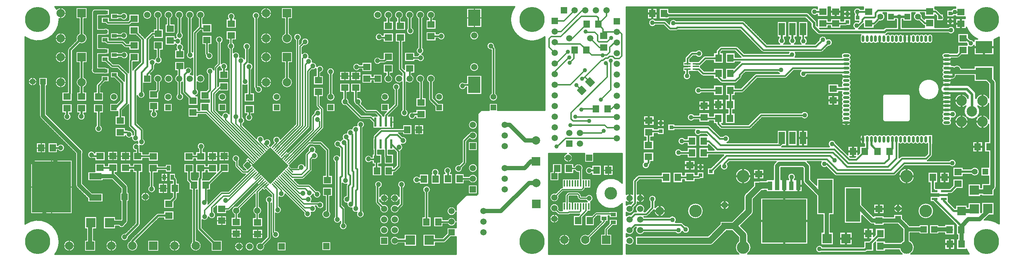
<source format=gbl>
%FSLAX43Y43*%
%MOMM*%
G71*
G01*
G75*
G04 Layer_Physical_Order=2*
%ADD10C,0.300*%
%ADD11C,0.125*%
%ADD12R,1.800X1.600*%
%ADD13R,1.600X1.800*%
%ADD14C,0.400*%
%ADD15C,0.500*%
%ADD16C,0.600*%
%ADD17C,1.000*%
%ADD18C,0.254*%
%ADD19R,1.500X1.500*%
%ADD20C,1.500*%
%ADD21R,2.000X2.000*%
%ADD22C,1.500*%
%ADD23R,1.500X1.500*%
%ADD24C,6.000*%
%ADD25C,3.000*%
%ADD26C,2.000*%
%ADD27R,1.400X1.400*%
%ADD28C,1.400*%
%ADD29C,1.300*%
%ADD30C,2.500*%
%ADD31C,1.000*%
%ADD32C,1.200*%
%ADD33C,1.100*%
%ADD34R,2.300X2.300*%
%ADD35C,0.075*%
%ADD36R,1.300X0.850*%
%ADD37R,3.000X1.500*%
%ADD38R,9.300X12.200*%
%ADD39R,0.300X1.600*%
%ADD40R,0.600X2.200*%
%ADD41R,0.850X1.300*%
%ADD42R,3.000X4.000*%
%ADD43R,0.600X1.600*%
%ADD44O,0.600X1.600*%
%ADD45O,1.600X0.600*%
%ADD46R,4.000X3.000*%
%ADD47R,3.500X8.000*%
%ADD48R,0.950X0.900*%
%ADD49R,0.950X0.900*%
%ADD50R,1.450X0.550*%
%ADD51R,1.050X2.100*%
%ADD52R,10.500X10.300*%
%ADD53R,1.500X0.400*%
%ADD54R,1.500X3.000*%
%ADD55C,1.500*%
D10*
X7669Y477D02*
G03*
X8650Y3500I-4169J3023D01*
G01*
G03*
X477Y7669I-5150J0D01*
G01*
X12356Y2508D02*
G03*
X12356Y2508I-1350J0D01*
G01*
X12575Y16950D02*
G03*
X12824Y16349I850J0D01*
G01*
X12575Y16950D02*
G03*
X12824Y16349I850J0D01*
G01*
X22451Y2499D02*
G03*
X22451Y2499I-1350J0D01*
G01*
X22770Y7149D02*
G03*
X24426Y7424I755J576D01*
G01*
X25526Y3720D02*
G03*
X27451Y2499I576J-1221D01*
G01*
X25677Y3976D02*
G03*
X25526Y3720I424J-424D01*
G01*
X25677Y3976D02*
G03*
X25526Y3720I424J-424D01*
G01*
X27451Y2499D02*
G03*
X26948Y3550I-1350J0D01*
G01*
X24391Y5514D02*
G03*
X25200Y4575I-141J-939D01*
G01*
X22218Y19659D02*
G03*
X22007Y19814I-601J-601D01*
G01*
X22218Y19659D02*
G03*
X22007Y19814I-601J-601D01*
G01*
X24800Y7798D02*
G03*
X25049Y8399I-601J601D01*
G01*
X24800Y7798D02*
G03*
X25049Y8399I-601J601D01*
G01*
X27818Y7244D02*
G03*
X27993Y7668I-424J424D01*
G01*
X27818Y7244D02*
G03*
X27993Y7668I-424J424D01*
G01*
X25049Y16476D02*
G03*
X24800Y17077I-850J0D01*
G01*
X25049Y16476D02*
G03*
X24800Y17077I-850J0D01*
G01*
X8255Y25319D02*
G03*
X9975Y25875I770J556D01*
G01*
G03*
X8262Y26441I-950J0D01*
G01*
X12478Y24620D02*
G03*
X12575Y24379I922J230D01*
G01*
X14350Y24850D02*
G03*
X13782Y25720I-950J0D01*
G01*
X3939Y33511D02*
G03*
X4188Y32910I850J0D01*
G01*
X3939Y33511D02*
G03*
X4188Y32910I850J0D01*
G01*
X9907Y34024D02*
G03*
X11500Y33325I643J-699D01*
G01*
G03*
X11107Y34095I-950J0D01*
G01*
X13393Y34162D02*
G03*
X14875Y33375I532J-787D01*
G01*
X14275Y24480D02*
G03*
X14350Y24850I-875J370D01*
G01*
X17143Y24682D02*
G03*
X16723Y23338I-818J-482D01*
G01*
X17457Y31211D02*
G03*
X18975Y30450I568J-761D01*
G01*
G03*
X18557Y31237I-950J0D01*
G01*
X14875Y33375D02*
G03*
X14607Y34037I-950J0D01*
G01*
X24457Y28715D02*
G03*
X25908Y28350I868J385D01*
G01*
X25163Y30036D02*
G03*
X24813Y30162I-351J-424D01*
G01*
X25163Y30036D02*
G03*
X24813Y30162I-351J-424D01*
G01*
X27345Y26960D02*
G03*
X26843Y25138I-345J-885D01*
G01*
X25908Y28350D02*
G03*
X27311Y27394I942J-125D01*
G01*
X26275Y29100D02*
G03*
X25163Y30036I-950J0D01*
G01*
X27943Y25682D02*
G03*
X27920Y25839I-550J0D01*
G01*
X27943Y25682D02*
G03*
X27920Y25839I-550J0D01*
G01*
G03*
X27950Y26075I-920J236D01*
G01*
G03*
X27905Y26365I-950J0D01*
G01*
X26267Y28975D02*
G03*
X26275Y29100I-942J125D01*
G01*
X27311Y27394D02*
G03*
X27345Y26960I939J-144D01*
G01*
X25125Y31150D02*
G03*
X25287Y30760I550J0D01*
G01*
X25125Y31150D02*
G03*
X25286Y30761I550J0D01*
G01*
X40212Y3418D02*
G03*
X42551Y2499I989J-919D01*
G01*
X37551D02*
G03*
X37551Y2499I-1350J0D01*
G01*
X42551D02*
G03*
X41412Y3832I-1350J0D01*
G01*
X32262Y10312D02*
G03*
X31838Y10137I0J-600D01*
G01*
X32262Y10312D02*
G03*
X31838Y10137I0J-600D01*
G01*
X30299Y14207D02*
G03*
X30299Y14207I-1100J0D01*
G01*
X36637Y13494D02*
G03*
X36812Y13918I-424J424D01*
G01*
X36637Y13494D02*
G03*
X36812Y13918I-424J424D01*
G01*
X41575Y6525D02*
G03*
X41751Y6101I600J0D01*
G01*
X41575Y6525D02*
G03*
X41751Y6101I600J0D01*
G01*
X52648Y2291D02*
G03*
X52648Y2291I-1100J0D01*
G01*
X42775Y8675D02*
G03*
X44267Y9326I550J775D01*
G01*
G03*
X46025Y9825I808J499D01*
G01*
G03*
X45575Y10633I-950J0D01*
G01*
X44168Y12475D02*
G03*
X44225Y12800I-893J325D01*
G01*
G03*
X44162Y13139I-950J0D01*
G01*
X49041Y10788D02*
G03*
X49395Y10934I0J500D01*
G01*
X47400Y15500D02*
G03*
X47046Y15354I0J-500D01*
G01*
X47400Y15500D02*
G03*
X47046Y15354I0J-500D01*
G01*
X49041Y10788D02*
G03*
X49395Y10934I0J500D01*
G01*
X50054Y11593D02*
G03*
X50408Y9920I854J-693D01*
G01*
X51408D02*
G03*
X52008Y10900I-500J980D01*
G01*
X51142Y11975D02*
G03*
X50214Y11754I-234J-1075D01*
G01*
X30150Y16825D02*
G03*
X31650Y16050I550J-775D01*
G01*
G03*
X31250Y16825I-950J0D01*
G01*
X36812Y18234D02*
G03*
X36637Y18658I-600J0D01*
G01*
X36812Y18234D02*
G03*
X36637Y18658I-600J0D01*
G01*
X39007Y18199D02*
G03*
X39182Y17775I600J0D01*
G01*
X39007Y18199D02*
G03*
X39182Y17775I600J0D01*
G01*
X27905Y26365D02*
G03*
X29200Y27250I345J885D01*
G01*
X28800Y30050D02*
G03*
X28639Y30439I-550J0D01*
G01*
X28800Y30050D02*
G03*
X28638Y30440I-550J0D01*
G01*
X29200Y27250D02*
G03*
X28800Y28025I-950J0D01*
G01*
X30657Y34661D02*
G03*
X32175Y33900I568J-761D01*
G01*
X42868Y18269D02*
G03*
X43043Y18693I-424J424D01*
G01*
X42868Y18269D02*
G03*
X43043Y18693I-424J424D01*
G01*
X41751Y18849D02*
G03*
X41575Y18425I424J-424D01*
G01*
X41751Y18849D02*
G03*
X41575Y18425I424J-424D01*
G01*
X50550Y21575D02*
G03*
X50696Y21221I500J0D01*
G01*
X50550Y21575D02*
G03*
X50696Y21221I500J0D01*
G01*
X43425Y26225D02*
G03*
X41893Y25474I-950J0D01*
G01*
X42993Y25429D02*
G03*
X43425Y26225I-518J796D01*
G01*
X51775Y23300D02*
G03*
X50550Y22391I-950J0D01*
G01*
X51550Y22686D02*
G03*
X51775Y23300I-725J614D01*
G01*
X49200Y33971D02*
G03*
X47425Y33528I-825J-471D01*
G01*
X10349Y41509D02*
G03*
X10349Y41509I-1350J0D01*
G01*
X11757Y38553D02*
G03*
X11825Y38831I-532J278D01*
G01*
X11757Y38553D02*
G03*
X11825Y38831I-532J278D01*
G01*
X13399Y42718D02*
G03*
X13407Y40296I600J-1209D01*
G01*
X14607Y40303D02*
G03*
X15349Y41509I-608J1206D01*
G01*
X3339Y41692D02*
G03*
X3339Y41692I-1050J0D01*
G01*
X15349Y41509D02*
G03*
X14599Y42718I-1350J0D01*
G01*
X17618Y41149D02*
G03*
X17457Y40760I389J-389D01*
G01*
X17619Y41150D02*
G03*
X17457Y40760I388J-390D01*
G01*
X22733Y38011D02*
G03*
X22733Y38011I-1050J0D01*
G01*
X16350Y44849D02*
G03*
X17200Y43475I850J-424D01*
G01*
X19252D02*
G03*
X19947Y43477I346J777D01*
G01*
X20004Y45027D02*
G03*
X19524Y45175I-480J-702D01*
G01*
X20004Y45027D02*
G03*
X19524Y45175I-480J-702D01*
G01*
X20860Y45012D02*
G03*
X21249Y44850I390J388D01*
G01*
X20860Y45011D02*
G03*
X21249Y44850I389J389D01*
G01*
X23114Y45789D02*
G03*
X22725Y45950I-389J-389D01*
G01*
X23115Y45788D02*
G03*
X22725Y45950I-390J-388D01*
G01*
X26361Y44689D02*
G03*
X26225Y44464I389J-389D01*
G01*
X26362Y44690D02*
G03*
X26225Y44464I388J-390D01*
G01*
X25257Y47038D02*
G03*
X25125Y46681I418J-357D01*
G01*
X25257Y47038D02*
G03*
X25125Y46681I418J-357D01*
G01*
X10349Y47509D02*
G03*
X10349Y47509I-1350J0D01*
G01*
X10801Y49659D02*
G03*
X10625Y49235I424J-424D01*
G01*
X10801Y49659D02*
G03*
X10625Y49235I424J-424D01*
G01*
X477Y52331D02*
G03*
X8650Y56500I3023J4169D01*
G01*
X10349Y52009D02*
G03*
X10349Y52009I-1350J0D01*
G01*
X13568Y50729D02*
G03*
X15349Y52009I431J1279D01*
G01*
X13399Y53218D02*
G03*
X12720Y51578I600J-1209D01*
G01*
X15349Y52009D02*
G03*
X14599Y53218I-1350J0D01*
G01*
X8650Y56500D02*
G03*
X8646Y56706I-5150J0D01*
G01*
X8030Y58949D02*
G03*
X7669Y59523I-4530J-2449D01*
G01*
X8646Y56706D02*
G03*
X10349Y58009I353J1303D01*
G01*
G03*
X8030Y58949I-1350J0D01*
G01*
X16599Y58802D02*
G03*
X16350Y58201I601J-601D01*
G01*
X16599Y58802D02*
G03*
X16350Y58201I601J-601D01*
G01*
X17224Y59076D02*
G03*
X16623Y58827I0J-850D01*
G01*
X17224Y59076D02*
G03*
X16623Y58827I0J-850D01*
G01*
X19315Y48150D02*
G03*
X19947Y48177I283J802D01*
G01*
X19990Y49727D02*
G03*
X19549Y49850I-441J-727D01*
G01*
X19990Y49727D02*
G03*
X19549Y49850I-441J-727D01*
G01*
X19793Y50687D02*
G03*
X20182Y50525I390J388D01*
G01*
X19793Y50686D02*
G03*
X20182Y50525I389J389D01*
G01*
X19675Y52725D02*
G03*
X19967Y52777I0J850D01*
G01*
X19675Y52725D02*
G03*
X19967Y52777I0J850D01*
G01*
X23437Y47402D02*
G03*
X25125Y48000I738J598D01*
G01*
G03*
X23440Y48602I-950J0D01*
G01*
X24099Y49923D02*
G03*
X24488Y49762I389J389D01*
G01*
X24098Y49924D02*
G03*
X24488Y49762I390J388D01*
G01*
X24114Y51464D02*
G03*
X23725Y51625I-389J-389D01*
G01*
X24115Y51463D02*
G03*
X23725Y51625I-390J-388D01*
G01*
X23356Y52002D02*
G03*
X25000Y52650I694J648D01*
G01*
G03*
X23277Y53202I-950J0D01*
G01*
X20264Y54327D02*
G03*
X19401Y54425I-515J-677D01*
G01*
X19884Y55312D02*
G03*
X20273Y55150I390J388D01*
G01*
X19885Y55311D02*
G03*
X20273Y55150I389J389D01*
G01*
X19648Y57376D02*
G03*
X19997Y57451I0J850D01*
G01*
Y59001D02*
G03*
X19648Y59076I-349J-775D01*
G01*
X25275Y55150D02*
G03*
X25664Y55311I0J550D01*
G01*
X25275Y55150D02*
G03*
X25665Y55312I0J550D01*
G01*
X23338Y56676D02*
G03*
X25024Y57276I737J600D01*
G01*
G03*
X23338Y57876I-950J0D01*
G01*
X32175Y33900D02*
G03*
X31792Y34662I-950J0D01*
G01*
X27300Y38271D02*
G03*
X29150Y38575I900J304D01*
G01*
G03*
X28800Y39312I-950J0D01*
G01*
X32578Y39206D02*
G03*
X32740Y39596I-388J390D01*
G01*
X32579Y39207D02*
G03*
X32740Y39596I-389J389D01*
G01*
X35676Y38011D02*
G03*
X35676Y38011I-1050J0D01*
G01*
X36750Y38717D02*
G03*
X38400Y38075I700J-642D01*
G01*
G03*
X37850Y38937I-950J0D01*
G01*
X38000Y39250D02*
G03*
X38162Y38860I550J0D01*
G01*
X38000Y39250D02*
G03*
X38161Y38861I550J0D01*
G01*
X33290Y42380D02*
G03*
X31640Y41427I-1100J0D01*
G01*
X32740D02*
G03*
X33290Y42380I-550J953D01*
G01*
X35830D02*
G03*
X35830Y42380I-1100J0D01*
G01*
X31238Y44310D02*
G03*
X31400Y44700I-388J390D01*
G01*
X31239Y44311D02*
G03*
X31400Y44700I-389J389D01*
G01*
X31385Y47035D02*
G03*
X30200Y46943I-535J-785D01*
G01*
X31400Y45475D02*
G03*
X31772Y46021I-550J775D01*
G01*
X31757Y47581D02*
G03*
X31385Y47035I550J-775D01*
G01*
X31772Y46021D02*
G03*
X33257Y46807I535J785D01*
G01*
G03*
X32857Y47581I-950J0D01*
G01*
X36750Y43349D02*
G03*
X36750Y41411I520J-969D01*
G01*
X37850Y41445D02*
G03*
X38000Y41557I-580J935D01*
G01*
X40375Y44275D02*
G03*
X38643Y44815I-950J0D01*
G01*
X39210Y48653D02*
G03*
X40475Y47244I690J-653D01*
G01*
X41264Y38262D02*
G03*
X41950Y39175I-264J913D01*
G01*
G03*
X41575Y39931I-950J0D01*
G01*
X48619Y38011D02*
G03*
X48619Y38011I-1050J0D01*
G01*
X40475Y43256D02*
G03*
X39934Y43473I-665J-876D01*
G01*
G03*
X40375Y44275I-509J802D01*
G01*
X41575Y41599D02*
G03*
X43450Y42380I775J781D01*
G01*
G03*
X41575Y43161I-1100J0D01*
G01*
X45525Y44520D02*
G03*
X44100Y43375I-875J-370D01*
G01*
X45671Y45354D02*
G03*
X45525Y45000I354J-354D01*
G01*
X45671Y45354D02*
G03*
X45525Y45000I354J-354D01*
G01*
X43489Y47986D02*
G03*
X45375Y47825I936J-161D01*
G01*
X43357Y48343D02*
G03*
X43489Y47986I550J0D01*
G01*
X43357Y48343D02*
G03*
X43489Y47986I550J0D01*
G01*
X45375Y47825D02*
G03*
X44457Y48774I-950J0D01*
G01*
X47001Y45268D02*
G03*
X47357Y44558I949J32D01*
G01*
X48900Y45300D02*
G03*
X47350Y46037I-950J0D01*
G01*
X48457Y44496D02*
G03*
X48900Y45300I-507J804D01*
G01*
X52850Y47121D02*
G03*
X51699Y47542I-825J-471D01*
G01*
G03*
X51750Y47850I-899J308D01*
G01*
G03*
X50200Y48587I-950J0D01*
G01*
X29122Y52029D02*
G03*
X29013Y52184I-497J-235D01*
G01*
X29122Y52029D02*
G03*
X29014Y52183I-497J-235D01*
G01*
X29261Y52264D02*
G03*
X29122Y52029I389J-389D01*
G01*
X29262Y52265D02*
G03*
X29122Y52029I388J-390D01*
G01*
X30887Y53662D02*
G03*
X30498Y53500I0J-550D01*
G01*
X30887Y53662D02*
G03*
X30498Y53501I0J-550D01*
G01*
X36650Y50424D02*
G03*
X36642Y49338I775J-549D01*
G01*
X36357Y50583D02*
G03*
X36650Y50424I593J742D01*
G01*
X38208Y49338D02*
G03*
X38375Y49875I-783J537D01*
G01*
G03*
X37725Y50776I-950J0D01*
G01*
G03*
X37900Y51325I-775J549D01*
G01*
X36550Y52187D02*
G03*
X36357Y52067I400J-862D01*
G01*
X37900Y51325D02*
G03*
X37750Y51838I-950J0D01*
G01*
G03*
X38300Y52700I-400J862D01*
G01*
X36750Y53437D02*
G03*
X36550Y52187I600J-737D01*
G01*
X38300Y52700D02*
G03*
X37950Y53437I-950J0D01*
G01*
X30750Y57620D02*
G03*
X30750Y57620I-1100J0D01*
G01*
X33290D02*
G03*
X31640Y56667I-1100J0D01*
G01*
X32740D02*
G03*
X33290Y57620I-550J953D01*
G01*
X35280Y56667D02*
G03*
X35830Y57620I-550J953D01*
G01*
G03*
X34180Y56667I-1100J0D01*
G01*
X37950Y56755D02*
G03*
X38370Y57620I-680J865D01*
G01*
G03*
X36750Y56651I-1100J0D01*
G01*
X49150Y50983D02*
G03*
X49200Y49338I500J-808D01*
G01*
X50200Y49400D02*
G03*
X50600Y50175I-550J775D01*
G01*
G03*
X50150Y50983I-950J0D01*
G01*
X47800Y51650D02*
G03*
X46350Y50842I-950J0D01*
G01*
X47350D02*
G03*
X47800Y51650I-500J808D01*
G01*
X40636Y53689D02*
G03*
X40475Y53300I389J-389D01*
G01*
X40637Y53690D02*
G03*
X40475Y53300I388J-390D01*
G01*
X42392Y53889D02*
G03*
X42563Y53862I170J523D01*
G01*
X42392Y53889D02*
G03*
X42563Y53862I170J523D01*
G01*
X40410Y56698D02*
G03*
X40910Y57620I-600J922D01*
G01*
X42900Y56667D02*
G03*
X43450Y57620I-550J953D01*
G01*
X40910D02*
G03*
X39210Y56698I-1100J0D01*
G01*
X43450Y57620D02*
G03*
X41800Y56667I-1100J0D01*
G01*
X50657Y57232D02*
G03*
X48946Y56662I-950J0D01*
G01*
X50467D02*
G03*
X50657Y57232I-761J569D01*
G01*
X55188Y2291D02*
G03*
X55188Y2291I-1100J0D01*
G01*
X56912Y3353D02*
G03*
X57728Y2291I-285J-1063D01*
G01*
G03*
X57690Y2575I-1100J0D01*
G01*
X59138Y4023D02*
G03*
X59300Y4413I-388J390D01*
G01*
X59139Y4024D02*
G03*
X59300Y4413I-389J389D01*
G01*
X59402Y5398D02*
G03*
X61275Y5175I923J-223D01*
G01*
X59300Y5700D02*
G03*
X59402Y5398I500J0D01*
G01*
X59300Y5700D02*
G03*
X59402Y5398I500J0D01*
G01*
X61275Y5175D02*
G03*
X60300Y6125I-950J0D01*
G01*
X52008Y10900D02*
G03*
X51918Y11336I-1100J0D01*
G01*
X55408Y11880D02*
G03*
X55408Y9920I500J-980D01*
G01*
X56408D02*
G03*
X57008Y10900I-500J980D01*
G01*
G03*
X56408Y11880I-1100J0D01*
G01*
X60300Y10252D02*
G03*
X61725Y11075I475J823D01*
G01*
X59300Y14225D02*
G03*
X58200Y12675I-550J-775D01*
G01*
X67041Y10377D02*
G03*
X68900Y10100I909J-277D01*
G01*
X75825Y7937D02*
G03*
X77375Y7200I600J-737D01*
G01*
G03*
X76925Y8008I-950J0D01*
G01*
X72143Y11080D02*
G03*
X73500Y10010I257J-1070D01*
G01*
X74325Y9428D02*
G03*
X75825Y8276I695J-648D01*
G01*
X73500Y10010D02*
G03*
X73243Y10716I-1100J0D01*
G01*
X79657Y10435D02*
G03*
X81475Y10050I868J-385D01*
G01*
X61725Y11075D02*
G03*
X61150Y11948I-950J0D01*
G01*
X68900Y10100D02*
G03*
X68838Y10437I-950J0D01*
G01*
G03*
X70050Y11350I262J913D01*
G01*
X68812Y13000D02*
G03*
X69025Y13600I-737J600D01*
G01*
X69977Y12000D02*
G03*
X71850Y12225I923J225D01*
G01*
X70050Y11350D02*
G03*
X69793Y12000I-950J0D01*
G01*
X71850Y12225D02*
G03*
X70351Y13000I-950J0D01*
G01*
X69025Y13600D02*
G03*
X68763Y14255I-950J0D01*
G01*
X61150Y14117D02*
G03*
X62595Y14823I500J808D01*
G01*
X68763Y14255D02*
G03*
X69250Y14784I-403J860D01*
G01*
G03*
X71150Y14775I950J-9D01*
G01*
G03*
X69982Y15700I-950J0D01*
G01*
X76925Y11325D02*
G03*
X76763Y11715I-550J0D01*
G01*
X76925Y11325D02*
G03*
X76764Y11714I-550J0D01*
G01*
X81475Y10050D02*
G03*
X81150Y10765I-950J0D01*
G01*
X78462Y11499D02*
G03*
X79657Y10435I938J-149D01*
G01*
X77316Y12600D02*
G03*
X78462Y11499I934J-175D01*
G01*
X77100Y14473D02*
G03*
X77316Y12600I225J-923D01*
G01*
X52171Y19746D02*
G03*
X52525Y19600I354J354D01*
G01*
X52171Y19746D02*
G03*
X52525Y19600I354J354D01*
G01*
X52421Y21882D02*
G03*
X52496Y21271I429J-257D01*
G01*
X52421Y21882D02*
G03*
X52496Y21271I429J-257D01*
G01*
X52571Y22104D02*
G03*
X52496Y22007I354J-354D01*
G01*
X52571Y22104D02*
G03*
X52496Y22007I354J-354D01*
G01*
X59071Y26267D02*
G03*
X58929Y26267I-71J-495D01*
G01*
X66750Y18325D02*
G03*
X67104Y18471I0J500D01*
G01*
X66750Y18325D02*
G03*
X67104Y18471I0J500D01*
G01*
X68629Y17054D02*
G03*
X68275Y17200I-354J-354D01*
G01*
X68629Y17054D02*
G03*
X68275Y17200I-354J-354D01*
G01*
X67325Y21504D02*
G03*
X65477Y21145I-900J-304D01*
G01*
X67471Y24604D02*
G03*
X67325Y24250I354J-354D01*
G01*
X67471Y24604D02*
G03*
X67325Y24250I354J-354D01*
G01*
X69975Y25450D02*
G03*
X68100Y25232I-950J0D01*
G01*
X57568Y27785D02*
G03*
X57575Y27900I-943J116D01*
G01*
G03*
X55694Y28088I-950J0D01*
G01*
X52525Y31567D02*
G03*
X52975Y32375I-500J808D01*
G01*
X59071Y26267D02*
G03*
X58929Y26267I-71J-495D01*
G01*
X58823Y26374D02*
G03*
X59225Y27150I-548J776D01*
G01*
G03*
X57568Y27785I-950J0D01*
G01*
X61455Y27944D02*
G03*
X59868Y27064I-930J-194D01*
G01*
X68329Y30575D02*
G03*
X68475Y30929I-354J354D01*
G01*
X68329Y30575D02*
G03*
X68475Y30929I-354J354D01*
G01*
X68904Y20271D02*
G03*
X69050Y20625I-354J354D01*
G01*
X68904Y20271D02*
G03*
X69050Y20625I-354J354D01*
G01*
X69199Y23117D02*
G03*
X70500Y24000I351J883D01*
G01*
X77261Y17139D02*
G03*
X77100Y16750I389J-389D01*
G01*
X76250Y17408D02*
G03*
X77282Y17160I700J642D01*
G01*
X77262Y17140D02*
G03*
X77100Y16750I388J-390D01*
G01*
X75550Y23943D02*
G03*
X74325Y22500I-675J-668D01*
G01*
X83287Y23650D02*
G03*
X83143Y22550I-837J-450D01*
G01*
X70500Y24000D02*
G03*
X69809Y24914I-950J0D01*
G01*
G03*
X69975Y25450I-784J536D01*
G01*
X69146Y26500D02*
G03*
X69375Y26450I229J500D01*
G01*
X73243Y25307D02*
G03*
X73082Y25695I-550J0D01*
G01*
X73243Y25307D02*
G03*
X73081Y25696I-550J0D01*
G01*
X69375Y27550D02*
G03*
X69146Y27500I0J-550D01*
G01*
X71390Y27388D02*
G03*
X71000Y27550I-390J-388D01*
G01*
X71389Y27389D02*
G03*
X71000Y27550I-389J-389D01*
G01*
X71679Y30389D02*
G03*
X71825Y30743I-354J354D01*
G01*
X71679Y30389D02*
G03*
X71825Y30743I-354J354D01*
G01*
X75747Y27518D02*
G03*
X75284Y25863I-622J-718D01*
G01*
X76280Y27995D02*
G03*
X75747Y27518I320J-895D01*
G01*
X77227Y29417D02*
G03*
X76280Y27995I-127J-942D01*
G01*
X78480Y30375D02*
G03*
X77227Y29417I-305J-900D01*
G01*
X79679Y31190D02*
G03*
X78480Y30375I-254J-915D01*
G01*
X81150Y30650D02*
G03*
X81550Y31425I-550J775D01*
G01*
G03*
X79679Y31190I-950J0D01*
G01*
X87300Y6240D02*
G03*
X87300Y6240I-1100J0D01*
G01*
Y8780D02*
G03*
X87300Y8780I-1100J0D01*
G01*
X89627Y4350D02*
G03*
X89627Y3050I-887J-650D01*
G01*
X89840Y6240D02*
G03*
X89840Y6240I-1100J0D01*
G01*
Y8780D02*
G03*
X89840Y8780I-1100J0D01*
G01*
X85137Y11605D02*
G03*
X87300Y11320I1063J-285D01*
G01*
X84075Y12895D02*
G03*
X84237Y12505I550J0D01*
G01*
X87300Y11320D02*
G03*
X85915Y12383I-1100J0D01*
G01*
X84075Y12895D02*
G03*
X84236Y12506I550J0D01*
G01*
X85175Y13461D02*
G03*
X87300Y13860I1025J399D01*
G01*
G03*
X85175Y14259I-1100J0D01*
G01*
Y16207D02*
G03*
X85800Y17100I-325J893D01*
G01*
X89398Y12201D02*
G03*
X89808Y11055I-658J-881D01*
G01*
X89775Y14233D02*
G03*
X89775Y13487I-1035J-373D01*
G01*
X100430Y3150D02*
G03*
X100890Y3340I0J650D01*
G01*
X100430Y3150D02*
G03*
X100890Y3341I0J650D01*
G01*
X101341Y7643D02*
G03*
X103373Y8007I949J557D01*
G01*
X90713Y11960D02*
G03*
X90875Y12350I-388J390D01*
G01*
X90714Y11961D02*
G03*
X90875Y12350I-389J389D01*
G01*
X97275Y15900D02*
G03*
X95762Y15134I-950J0D01*
G01*
X90875Y16308D02*
G03*
X91300Y17100I-525J792D01*
G01*
X96862Y15117D02*
G03*
X97275Y15900I-537J783D01*
G01*
X103373Y8393D02*
G03*
X101334Y8743I-1083J-193D01*
G01*
X103373Y10933D02*
G03*
X103373Y10547I-1083J-193D01*
G01*
X103513Y12262D02*
G03*
X103373Y11925I337J-337D01*
G01*
X103513Y12263D02*
G03*
X103373Y11925I337J-338D01*
G01*
X106075Y14627D02*
G03*
X105737Y14487I0J-477D01*
G01*
X106075Y14627D02*
G03*
X105738Y14487I0J-477D01*
G01*
X85800Y17100D02*
G03*
X84075Y16551I-950J0D01*
G01*
X86110Y23834D02*
G03*
X86163Y23599I550J0D01*
G01*
X88650Y19950D02*
G03*
X89039Y20111I0J550D01*
G01*
X88650Y19950D02*
G03*
X89040Y20112I0J550D01*
G01*
X91300Y17100D02*
G03*
X89775Y16344I-950J0D01*
G01*
X94562Y18951D02*
G03*
X94562Y17499I-612J-726D01*
G01*
X90038Y21110D02*
G03*
X90200Y21500I-388J390D01*
G01*
X90039Y21111D02*
G03*
X90200Y21500I-389J389D01*
G01*
X86110Y23834D02*
G03*
X86163Y23599I550J0D01*
G01*
X90200Y25030D02*
G03*
X90183Y25167I-550J0D01*
G01*
X90200Y25030D02*
G03*
X90183Y25167I-550J0D01*
G01*
X83731Y28884D02*
G03*
X83570Y28495I389J-389D01*
G01*
X83732Y28885D02*
G03*
X83570Y28495I388J-390D01*
G01*
X85550Y30475D02*
G03*
X85160Y30313I0J-550D01*
G01*
X85550Y30475D02*
G03*
X85161Y30314I0J-550D01*
G01*
X90183Y25167D02*
G03*
X90675Y26000I-458J833D01*
G01*
G03*
X90347Y26718I-950J0D01*
G01*
G03*
X91650Y27600I353J882D01*
G01*
G03*
X90541Y28537I-950J0D01*
G01*
X99350Y20050D02*
G03*
X97541Y19643I-950J0D01*
G01*
X99259D02*
G03*
X99350Y20050I-859J407D01*
G01*
X102300Y20400D02*
G03*
X100663Y19743I-950J0D01*
G01*
X102037D02*
G03*
X102300Y20400I-687J657D01*
G01*
X106441Y17943D02*
G03*
X108490Y18500I949J557D01*
G01*
X104109Y21862D02*
G03*
X104900Y20925I-159J-937D01*
G01*
X108490Y18500D02*
G03*
X106434Y19043I-1100J0D01*
G01*
X108490Y21040D02*
G03*
X108490Y21040I-1100J0D01*
G01*
X104900Y20925D02*
G03*
X104887Y21084I-950J0D01*
G01*
X104961Y27939D02*
G03*
X104800Y27550I389J-389D01*
G01*
X104962Y27940D02*
G03*
X104800Y27550I388J-390D01*
G01*
X105738Y21935D02*
G03*
X105900Y22325I-388J390D01*
G01*
X105739Y21936D02*
G03*
X105900Y22325I-389J389D01*
G01*
X106421Y29320D02*
G03*
X106210Y29188I179J-520D01*
G01*
X106421Y29320D02*
G03*
X106211Y29189I179J-520D01*
G01*
X106606Y28028D02*
G03*
X108490Y28800I784J772D01*
G01*
G03*
X106421Y29320I-1100J0D01*
G01*
X108490Y31340D02*
G03*
X108490Y31340I-1100J0D01*
G01*
X52975Y32375D02*
G03*
X52525Y33183I-950J0D01*
G01*
X54875Y33100D02*
G03*
X54557Y33810I-950J0D01*
G01*
X53457Y33926D02*
G03*
X54875Y33100I468J-826D01*
G01*
X61562Y38011D02*
G03*
X61562Y38011I-1050J0D01*
G01*
X68896Y33604D02*
G03*
X68750Y33250I354J-354D01*
G01*
X68896Y33604D02*
G03*
X68750Y33250I354J-354D01*
G01*
X70602Y35066D02*
G03*
X69401Y34108I-252J-916D01*
G01*
X69975Y35900D02*
G03*
X70121Y35546I500J0D01*
G01*
X69975Y35900D02*
G03*
X70121Y35546I500J0D01*
G01*
X55288Y39984D02*
G03*
X57175Y39825I937J-159D01*
G01*
X55050Y40450D02*
G03*
X55212Y40060I550J0D01*
G01*
X55050Y40450D02*
G03*
X55211Y40061I550J0D01*
G01*
X52525Y40838D02*
G03*
X53457Y40856I450J837D01*
G01*
X57175Y39825D02*
G03*
X56150Y40772I-950J0D01*
G01*
X59349Y41509D02*
G03*
X59349Y41509I-1350J0D01*
G01*
X62399Y42718D02*
G03*
X64349Y41509I600J-1209D01*
G01*
G03*
X63599Y42718I-1350J0D01*
G01*
X71825Y35050D02*
G03*
X71679Y35404I-500J0D01*
G01*
X71825Y35050D02*
G03*
X71679Y35404I-500J0D01*
G01*
X80211Y32761D02*
G03*
X80600Y32600I389J389D01*
G01*
X80210Y32762D02*
G03*
X80600Y32600I390J388D01*
G01*
X76300Y37735D02*
G03*
X77052Y35921I550J-835D01*
G01*
X72905Y38906D02*
G03*
X74505Y38011I550J-894D01*
G01*
X78984Y36641D02*
G03*
X79687Y35935I966J259D01*
G01*
X77850Y36900D02*
G03*
X77400Y37735I-1000J0D01*
G01*
X77829Y36698D02*
G03*
X77850Y36900I-979J202D01*
G01*
X78857Y36993D02*
G03*
X78984Y36641I550J0D01*
G01*
X78857Y36993D02*
G03*
X78984Y36641I550J0D01*
G01*
X81511Y34111D02*
G03*
X81900Y33950I389J389D01*
G01*
X81510Y34112D02*
G03*
X81900Y33950I390J388D01*
G01*
X83359Y33539D02*
G03*
X82970Y33700I-389J-389D01*
G01*
X83360Y33538D02*
G03*
X82970Y33700I-390J-388D01*
G01*
X85936Y33450D02*
G03*
X85779Y33774I-546J-65D01*
G01*
X85936Y33450D02*
G03*
X85778Y33775I-546J-65D01*
G01*
X80802Y36376D02*
G03*
X80950Y36900I-852J524D01*
G01*
G03*
X79957Y37900I-1000J0D01*
G01*
X84664Y34889D02*
G03*
X84275Y35050I-389J-389D01*
G01*
X84665Y34888D02*
G03*
X84275Y35050I-390J-388D01*
G01*
X74505Y38011D02*
G03*
X74005Y38906I-1050J0D01*
G01*
X54925Y45250D02*
G03*
X53912Y46198I-950J0D01*
G01*
X54557Y44499D02*
G03*
X54925Y45250I-582J751D01*
G01*
X53912Y46198D02*
G03*
X53950Y46400I-512J202D01*
G01*
X53912Y46198D02*
G03*
X53950Y46400I-512J202D01*
G01*
X54350Y50075D02*
G03*
X52850Y49300I-950J0D01*
G01*
X53950D02*
G03*
X54350Y50075I-550J775D01*
G01*
X59349Y47509D02*
G03*
X59349Y47509I-1350J0D01*
G01*
X59349Y52009D02*
G03*
X59349Y52009I-1350J0D01*
G01*
X56150Y56675D02*
G03*
X56550Y57450I-550J775D01*
G01*
G03*
X55050Y56675I-950J0D01*
G01*
X59349Y58009D02*
G03*
X59349Y58009I-1350J0D01*
G01*
X62399Y53218D02*
G03*
X64349Y52009I600J-1209D01*
G01*
G03*
X63599Y53218I-1350J0D01*
G01*
X69904Y44766D02*
G03*
X69957Y44351I946J-91D01*
G01*
X68957Y44450D02*
G03*
X69904Y44766I218J925D01*
G01*
X71057Y43748D02*
G03*
X71800Y44675I-207J927D01*
G01*
G03*
X70121Y45284I-950J0D01*
G01*
X74375Y44075D02*
G03*
X72905Y43280I-950J0D01*
G01*
X74005Y43322D02*
G03*
X74375Y44075I-580J753D01*
G01*
X70125Y45375D02*
G03*
X69113Y46323I-950J0D01*
G01*
G03*
X69125Y46475I-938J152D01*
G01*
X80391Y45738D02*
G03*
X80408Y44638I-766J-563D01*
G01*
X85400Y47200D02*
G03*
X85400Y46100I-775J-550D01*
G01*
X68300Y47750D02*
G03*
X66650Y48392I-950J0D01*
G01*
X69125Y46475D02*
G03*
X68242Y47423I-950J0D01*
G01*
G03*
X68300Y47750I-892J327D01*
G01*
X67107Y50275D02*
G03*
X68275Y51200I218J925D01*
G01*
X66475Y52300D02*
G03*
X65025Y51492I-950J0D01*
G01*
X66025D02*
G03*
X66475Y52300I-500J808D01*
G01*
X68275Y51200D02*
G03*
X66400Y50982I-950J0D01*
G01*
X85750Y57620D02*
G03*
X85750Y57620I-1100J0D01*
G01*
X85818Y52762D02*
G03*
X85656Y51662I-843J-437D01*
G01*
X86271Y34049D02*
G03*
X86110Y33660I389J-389D01*
G01*
X86272Y34050D02*
G03*
X86110Y33660I388J-390D01*
G01*
X89488Y35710D02*
G03*
X89650Y36100I-388J390D01*
G01*
X89489Y35711D02*
G03*
X89650Y36100I-389J389D01*
G01*
X87448Y38011D02*
G03*
X87448Y38011I-1050J0D01*
G01*
X90050Y40425D02*
G03*
X88550Y39650I-950J0D01*
G01*
X89650D02*
G03*
X90050Y40425I-550J775D01*
G01*
X90475Y34975D02*
G03*
X91975Y34200I550J-775D01*
G01*
G03*
X91575Y34975I-950J0D01*
G01*
X93094Y34443D02*
G03*
X93757Y33241I-244J-918D01*
G01*
X93237Y34462D02*
G03*
X93094Y34443I0J-550D01*
G01*
X93237Y34462D02*
G03*
X93094Y34443I0J-550D01*
G01*
X86640Y43333D02*
G03*
X88290Y42380I550J-953D01*
G01*
G03*
X87740Y43333I-1100J0D01*
G01*
X86256Y46100D02*
G03*
X86645Y46261I0J550D01*
G01*
X86256Y46100D02*
G03*
X86646Y46262I0J550D01*
G01*
X89557Y44693D02*
G03*
X89719Y44304I550J0D01*
G01*
X89557Y44693D02*
G03*
X89718Y44305I550J0D01*
G01*
X90475Y43189D02*
G03*
X90475Y41571I-745J-809D01*
G01*
X91575Y41527D02*
G03*
X93370Y42380I695J853D01*
G01*
G03*
X92820Y43333I-1100J0D01*
G01*
X96775Y37477D02*
G03*
X96951Y37053I600J0D01*
G01*
X96775Y37477D02*
G03*
X96951Y37053I600J0D01*
G01*
X100390Y38011D02*
G03*
X100390Y38011I-1050J0D01*
G01*
X108688Y34187D02*
G03*
X108548Y33850I337J-337D01*
G01*
X108688Y34188D02*
G03*
X108548Y33850I337J-338D01*
G01*
X109525Y34827D02*
G03*
X109187Y34687I0J-477D01*
G01*
X109525Y34827D02*
G03*
X109188Y34687I0J-477D01*
G01*
X111733Y38906D02*
G03*
X113333Y38011I550J-894D01*
G01*
G03*
X112833Y38906I-1050J0D01*
G01*
X105437Y41450D02*
G03*
X105826Y40350I-512J-800D01*
G01*
X95557Y41572D02*
G03*
X95910Y42380I-747J808D01*
G01*
G03*
X94457Y41338I-1100J0D01*
G01*
X94474Y48174D02*
G03*
X94125Y47875I426J-849D01*
G01*
Y46775D02*
G03*
X95850Y47325I775J550D01*
G01*
G03*
X95201Y48226I-950J0D01*
G01*
X97975Y41475D02*
G03*
X98450Y42380I-625J905D01*
G01*
G03*
X96775Y41442I-1100J0D01*
G01*
X108800Y45150D02*
G03*
X108800Y45150I-1100J0D01*
G01*
X95201Y48226D02*
G03*
X95725Y49075I-426J849D01*
G01*
X94210Y49839D02*
G03*
X94474Y48174I565J-764D01*
G01*
X95725Y49075D02*
G03*
X95410Y49782I-950J0D01*
G01*
X91670Y54352D02*
G03*
X93375Y53775I755J-577D01*
G01*
G03*
X92870Y54614I-950J0D01*
G01*
X87757Y56677D02*
G03*
X88290Y57620I-567J943D01*
G01*
G03*
X86657Y56658I-1100J0D01*
G01*
X90830Y57620D02*
G03*
X89180Y56667I-1100J0D01*
G01*
X90280D02*
G03*
X90830Y57620I-550J953D01*
G01*
X92870Y56698D02*
G03*
X93370Y57620I-600J922D01*
G01*
G03*
X91670Y56698I-1100J0D01*
G01*
X95410D02*
G03*
X95910Y57620I-600J922D01*
G01*
G03*
X94210Y56698I-1100J0D01*
G01*
X99050Y51975D02*
G03*
X100775Y52525I775J550D01*
G01*
X108800Y52650D02*
G03*
X108800Y52650I-1100J0D01*
G01*
X112833Y49542D02*
G03*
X112671Y49931I-550J0D01*
G01*
X112600Y50175D02*
G03*
X111733Y49229I-950J0D01*
G01*
X112833Y49542D02*
G03*
X112672Y49931I-550J0D01*
G01*
X112587Y50016D02*
G03*
X112600Y50175I-937J159D01*
G01*
X117331Y59523D02*
G03*
X124523Y52331I4169J-3023D01*
G01*
X100775Y52525D02*
G03*
X99050Y53075I-950J0D01*
G01*
X97900Y56667D02*
G03*
X98450Y57620I-550J953D01*
G01*
G03*
X96800Y56667I-1100J0D01*
G01*
X127933Y8948D02*
G03*
X127933Y8948I-1100J0D01*
G01*
X127642Y9971D02*
G03*
X127996Y9825I354J354D01*
G01*
X127642Y9971D02*
G03*
X127996Y9825I354J354D01*
G01*
X127933Y11488D02*
G03*
X127172Y10441I-1100J0D01*
G01*
Y15074D02*
G03*
X127933Y14028I-339J-1046D01*
G01*
X127879Y11149D02*
G03*
X127933Y11488I-1046J339D01*
G01*
X130575Y3899D02*
G03*
X130575Y3899I-1350J0D01*
G01*
X134875Y5082D02*
G03*
X135575Y3899I-650J-1183D01*
G01*
X130149Y9825D02*
G03*
X130502Y9971I0J500D01*
G01*
X130149Y9825D02*
G03*
X130502Y9971I0J500D01*
G01*
X132670Y13471D02*
G03*
X133024Y13325I354J354D01*
G01*
X132670Y13471D02*
G03*
X133024Y13325I354J354D01*
G01*
X127933Y14028D02*
G03*
X127879Y14367I-1100J0D01*
G01*
X128705Y16400D02*
G03*
X128352Y16254I0J-500D01*
G01*
X128705Y16400D02*
G03*
X128352Y16254I0J-500D01*
G01*
X126361Y20394D02*
G03*
X126333Y20228I472J-166D01*
G01*
X126361Y20394D02*
G03*
X126333Y20228I472J-166D01*
G01*
X129504Y14787D02*
G03*
X129357Y14434I354J-354D01*
G01*
X129504Y14787D02*
G03*
X129357Y14434I354J-354D01*
G01*
X130274Y15350D02*
G03*
X129920Y15204I0J-500D01*
G01*
X130274Y15350D02*
G03*
X129920Y15204I0J-500D01*
G01*
X132249Y14100D02*
G03*
X132395Y13746I500J0D01*
G01*
X132249Y14100D02*
G03*
X132395Y13746I500J0D01*
G01*
X132752Y15204D02*
G03*
X132399Y15350I-354J-354D01*
G01*
X132752Y15204D02*
G03*
X132399Y15350I-354J-354D01*
G01*
X133249Y14500D02*
G03*
X133102Y14854I-500J0D01*
G01*
X133249Y14500D02*
G03*
X133102Y14854I-500J0D01*
G01*
X133357Y15400D02*
G03*
X133711Y15546I0J500D01*
G01*
X133357Y15400D02*
G03*
X133711Y15546I0J500D01*
G01*
X129696Y24523D02*
G03*
X131200Y23500I404J-1023D01*
G01*
G03*
X130504Y24523I-1100J0D01*
G01*
X133700Y21000D02*
G03*
X131578Y21407I-1100J0D01*
G01*
X131674Y20407D02*
G03*
X132607Y19900I926J593D01*
G01*
X135575Y3899D02*
G03*
X135512Y4305I-1350J0D01*
G01*
X134761Y10480D02*
G03*
X134891Y10707I-354J354D01*
G01*
X134761Y10480D02*
G03*
X134891Y10707I-354J354D01*
G01*
X136856Y10575D02*
G03*
X136502Y10429I0J-500D01*
G01*
X136856Y10575D02*
G03*
X136502Y10429I0J-500D01*
G01*
X138871Y6754D02*
G03*
X138725Y6400I354J-354D01*
G01*
X138871Y6754D02*
G03*
X138725Y6400I354J-354D01*
G01*
X139056Y7849D02*
G03*
X139202Y8202I-354J354D01*
G01*
X139056Y7849D02*
G03*
X139202Y8202I-354J354D01*
G01*
X134341Y13325D02*
G03*
X134665Y13007I808J500D01*
G01*
X136099Y13825D02*
G03*
X134341Y14325I-950J0D01*
G01*
X134111Y15946D02*
G03*
X134249Y16207I-354J354D01*
G01*
X134111Y15946D02*
G03*
X134249Y16207I-354J354D01*
G01*
X135557Y12967D02*
G03*
X136099Y13825I-409J858D01*
G01*
X135761Y21176D02*
G03*
X135761Y19724I-613J-726D01*
G01*
X133607Y20558D02*
G03*
X133700Y21000I-1007J442D01*
G01*
X143023Y17432D02*
G03*
X143023Y12518I-2699J-2457D01*
G01*
X144050Y2795D02*
G03*
X144760Y2550I710J905D01*
G01*
G03*
X144050Y4605I0J1150D01*
G01*
Y5335D02*
G03*
X144760Y5090I710J905D01*
G01*
X145029Y9898D02*
G03*
X144050Y9685I-269J-1118D01*
G01*
X144760Y5090D02*
G03*
X145878Y6509I0J1150D01*
G01*
X146358Y6900D02*
G03*
X147300Y5090I942J-660D01*
G01*
G03*
X148281Y5640I0J1150D01*
G01*
X148775Y9450D02*
G03*
X149199Y9626I0J600D01*
G01*
X148775Y9450D02*
G03*
X149199Y9626I0J600D01*
G01*
X144050Y10415D02*
G03*
X144760Y10170I710J905D01*
G01*
G03*
X145878Y11589I0J1150D01*
G01*
X145029Y12438D02*
G03*
X144050Y12225I-269J-1118D01*
G01*
X146030Y10650D02*
G03*
X145606Y10474I0J-600D01*
G01*
X146030Y10650D02*
G03*
X145606Y10474I0J-600D01*
G01*
X144050Y12955D02*
G03*
X144760Y12710I710J905D01*
G01*
X145450Y14780D02*
G03*
X144050Y14765I-690J-920D01*
G01*
X144760Y12710D02*
G03*
X145450Y12940I0J1150D01*
G01*
X146474Y12186D02*
G03*
X146650Y12610I-424J424D01*
G01*
X146474Y12186D02*
G03*
X146650Y12610I-424J424D01*
G01*
X148235Y10650D02*
G03*
X146365Y10650I-935J670D01*
G01*
X146650Y12911D02*
G03*
X147300Y12710I650J949D01*
G01*
G03*
X146650Y14809I0J1150D01*
G01*
X150850Y12913D02*
G03*
X149650Y12913I-600J737D01*
G01*
X150622Y11049D02*
G03*
X152000Y9400I1378J-249D01*
G01*
G03*
X150850Y11598I0J1400D01*
G01*
X155762Y8100D02*
G03*
X154362Y9380I-737J600D01*
G01*
X155683Y5640D02*
G03*
X156450Y5250I767J560D01*
G01*
G03*
X157346Y5885I0J950D01*
G01*
X157449Y7924D02*
G03*
X157025Y8100I-424J-424D01*
G01*
X157449Y7924D02*
G03*
X157025Y8100I-424J-424D01*
G01*
X157346Y5885D02*
G03*
X158175Y5400I829J465D01*
G01*
G03*
X158078Y7295I0J950D01*
G01*
X162400Y10800D02*
G03*
X162400Y10800I-1900J0D01*
G01*
X145626Y18293D02*
G03*
X145450Y17868I424J-424D01*
G01*
X145626Y18293D02*
G03*
X145450Y17868I424J-424D01*
G01*
X146975Y19393D02*
G03*
X146551Y19218I0J-600D01*
G01*
X146975Y19393D02*
G03*
X146551Y19218I0J-600D01*
G01*
X148083Y22512D02*
G03*
X148650Y20800I567J-762D01*
G01*
G03*
X149595Y21847I0J950D01*
G01*
X149731Y21982D02*
G03*
X149907Y22407I-424J424D01*
G01*
X149731Y21982D02*
G03*
X149907Y22407I-424J424D01*
G01*
X161260Y18288D02*
G03*
X161684Y18463I0J600D01*
G01*
X161260Y18288D02*
G03*
X161684Y18463I0J600D01*
G01*
X157211Y25293D02*
G03*
X156450Y23775I-761J-568D01*
G01*
G03*
X157160Y24093I0J950D01*
G01*
X157250Y26525D02*
G03*
X157987Y26875I0J950D01*
G01*
Y28075D02*
G03*
X157250Y26525I-737J-600D01*
G01*
X160337Y30192D02*
G03*
X160866Y28793I813J-492D01*
G01*
X160912Y28780D02*
G03*
X161150Y28750I238J920D01*
G01*
G03*
X161312Y28764I0J950D01*
G01*
G03*
X161434Y28793I-162J936D01*
G01*
G03*
X161887Y29100I-284J907D01*
G01*
X163994Y2550D02*
G03*
X164807Y2887I0J1150D01*
G01*
X163994Y2550D02*
G03*
X164808Y2888I0J1150D01*
G01*
X170750Y3612D02*
G03*
X170834Y527I1150J-1512D01*
G01*
X172966D02*
G03*
X173050Y3612I-1066J1573D01*
G01*
Y4998D02*
G03*
X172712Y5812I-1150J0D01*
G01*
X173050Y4998D02*
G03*
X172713Y5811I-1150J0D01*
G01*
X168643Y12199D02*
G03*
X168643Y12199I-1150J0D01*
G01*
X172387Y14913D02*
G03*
X172050Y14100I813J-813D01*
G01*
X172388Y14914D02*
G03*
X172050Y14100I812J-814D01*
G01*
X174013Y9887D02*
G03*
X174350Y10700I-813J813D01*
G01*
X174012Y9886D02*
G03*
X174350Y10700I-812J814D01*
G01*
X175975Y18025D02*
G03*
X175805Y18012I0J-1150D01*
G01*
X175975Y18025D02*
G03*
X175805Y18012I0J-1150D01*
G01*
X186225Y17950D02*
G03*
X186489Y17314I900J0D01*
G01*
X186225Y17950D02*
G03*
X186489Y17313I900J0D01*
G01*
X166454Y21683D02*
G03*
X167375Y20500I921J-233D01*
G01*
G03*
X168128Y22029I0J950D01*
G01*
X173800Y19100D02*
G03*
X173800Y19100I-1900J0D01*
G01*
X168079Y27125D02*
G03*
X167038Y28625I-304J900D01*
G01*
X184143Y18275D02*
G03*
X182750Y18283I-693J650D01*
G01*
X179364Y22161D02*
G03*
X179100Y21525I636J-636D01*
G01*
X179364Y22162D02*
G03*
X179100Y21525I636J-637D01*
G01*
X160212Y33750D02*
G03*
X159475Y32200I-737J-600D01*
G01*
G03*
X160212Y32550I0J950D01*
G01*
X157875Y43737D02*
G03*
X158475Y42050I600J-737D01*
G01*
G03*
X159075Y43737I0J950D01*
G01*
X161225Y38600D02*
G03*
X161995Y38993I0J950D01*
G01*
X161924Y40193D02*
G03*
X161225Y38600I-699J-643D01*
G01*
X163933Y31216D02*
G03*
X163508Y31392I-424J-424D01*
G01*
X163933Y31216D02*
G03*
X163508Y31392I-424J-424D01*
G01*
X166301Y30426D02*
G03*
X166725Y30250I424J424D01*
G01*
X166301Y30426D02*
G03*
X166725Y30250I424J424D01*
G01*
X165350Y31607D02*
G03*
X165526Y31201I600J18D01*
G01*
X165350Y31607D02*
G03*
X165526Y31201I600J18D01*
G01*
X161932Y43169D02*
G03*
X162357Y42993I424J424D01*
G01*
X161932Y43169D02*
G03*
X162357Y42993I424J424D01*
G01*
X161750Y45405D02*
G03*
X161924Y45526I-250J545D01*
G01*
X161750Y45405D02*
G03*
X161924Y45526I-250J545D01*
G01*
X166351Y41476D02*
G03*
X166775Y41300I424J424D01*
G01*
X166351Y41476D02*
G03*
X166775Y41300I424J424D01*
G01*
X150250Y54750D02*
G03*
X151025Y55150I0J950D01*
G01*
X149966Y56607D02*
G03*
X150250Y54750I284J-907D01*
G01*
X153549Y56174D02*
G03*
X153125Y56350I-424J-424D01*
G01*
X153549Y56174D02*
G03*
X153125Y56350I-424J-424D01*
G01*
X158176Y47649D02*
G03*
X158000Y47225I424J-424D01*
G01*
X158176Y47649D02*
G03*
X158000Y47225I424J-424D01*
G01*
X154051Y53976D02*
G03*
X154475Y53800I424J424D01*
G01*
X154051Y53976D02*
G03*
X154475Y53800I424J424D01*
G01*
X155962Y56225D02*
G03*
X154296Y55428I-737J-600D01*
G01*
X155975Y53800D02*
G03*
X156399Y53976I0J600D01*
G01*
X155975Y53800D02*
G03*
X156399Y53976I0J600D01*
G01*
X150943Y56350D02*
G03*
X150534Y56607I-693J-650D01*
G01*
X153357D02*
G03*
X153600Y56575I243J918D01*
G01*
G03*
X153843Y56607I0J950D01*
G01*
X159725Y48950D02*
G03*
X159301Y48774I0J-600D01*
G01*
X159725Y48950D02*
G03*
X159301Y48774I0J-600D01*
G01*
X160613Y47750D02*
G03*
X161350Y47400I737J600D01*
G01*
G03*
X160613Y48950I0J950D01*
G01*
X162843Y47893D02*
G03*
X162419Y47718I0J-600D01*
G01*
X162843Y47893D02*
G03*
X162419Y47718I0J-600D01*
G01*
X165588Y49337D02*
G03*
X165412Y48912I424J-424D01*
G01*
X165588Y49337D02*
G03*
X165412Y48912I424J-424D01*
G01*
X166650Y50150D02*
G03*
X166226Y49974I0J-600D01*
G01*
X166650Y50150D02*
G03*
X166226Y49974I0J-600D01*
G01*
X171618Y38993D02*
G03*
X172043Y39169I0J600D01*
G01*
X171618Y38993D02*
G03*
X172043Y39169I0J600D01*
G01*
X173375Y30250D02*
G03*
X173799Y30426I0J600D01*
G01*
X173375Y30250D02*
G03*
X173799Y30426I0J600D01*
G01*
X170050Y41300D02*
G03*
X170474Y41476I0J600D01*
G01*
X170050Y41300D02*
G03*
X170474Y41476I0J600D01*
G01*
X171449Y42451D02*
G03*
X171625Y42875I-424J424D01*
G01*
X171449Y42451D02*
G03*
X171625Y42875I-424J424D01*
G01*
X176200Y34275D02*
G03*
X175776Y34099I0J-600D01*
G01*
X176200Y34275D02*
G03*
X175776Y34099I0J-600D01*
G01*
X185838Y33075D02*
G03*
X186575Y32725I737J600D01*
G01*
G03*
X185838Y34275I0J950D01*
G01*
X175050Y43625D02*
G03*
X174626Y43449I0J-600D01*
G01*
X175050Y43625D02*
G03*
X174626Y43449I0J-600D01*
G01*
X180163Y43900D02*
G03*
X180530Y43625I737J600D01*
G01*
X181900Y42425D02*
G03*
X182324Y42601I0J600D01*
G01*
X181900Y42425D02*
G03*
X182324Y42601I0J600D01*
G01*
X186250Y42600D02*
G03*
X187167Y43300I0J950D01*
G01*
X185667Y44300D02*
G03*
X186250Y42600I583J-750D01*
G01*
X170624Y49974D02*
G03*
X170200Y50150I-424J-424D01*
G01*
X170624Y49974D02*
G03*
X170200Y50150I-424J-424D01*
G01*
X176326Y48826D02*
G03*
X176750Y48650I424J424D01*
G01*
X176326Y48826D02*
G03*
X176750Y48650I424J424D01*
G01*
X172224Y56049D02*
G03*
X171800Y56225I-424J-424D01*
G01*
X172224Y56049D02*
G03*
X171800Y56225I-424J-424D01*
G01*
X180470Y52157D02*
G03*
X180563Y50625I605J-732D01*
G01*
X181587D02*
G03*
X181770Y52073I-512J800D01*
G01*
X182808Y48650D02*
G03*
X182707Y48450I792J-525D01*
G01*
X183010Y52103D02*
G03*
X183125Y50625I650J-693D01*
G01*
X184315Y47500D02*
G03*
X184392Y48650I-715J625D01*
G01*
X184195Y50625D02*
G03*
X184310Y52103I-535J785D01*
G01*
X185600Y52017D02*
G03*
X185717Y50625I700J-642D01*
G01*
X186883D02*
G03*
X186800Y52183I-583J750D01*
G01*
X187520Y58020D02*
G03*
X187025Y58225I-495J-495D01*
G01*
X187520Y58020D02*
G03*
X187025Y58225I-495J-495D01*
G01*
X190125Y750D02*
G03*
X190637Y900I0J950D01*
G01*
X190933Y2200D02*
G03*
X190125Y750I-808J-500D01*
G01*
X201031Y900D02*
G03*
X201491Y1091I0J650D01*
G01*
X201031Y900D02*
G03*
X201491Y1090I0J650D01*
G01*
X209095Y1507D02*
G03*
X209834Y527I1805J593D01*
G01*
X211966D02*
G03*
X211800Y3773I-1066J1573D01*
G01*
X210000D02*
G03*
X209432Y3307I900J-1673D01*
G01*
X202076Y7877D02*
G03*
X202713Y7612I637J636D01*
G01*
X202076Y7876D02*
G03*
X202713Y7612I636J636D01*
G01*
X211640Y7312D02*
G03*
X211536Y7437I-740J-512D01*
G01*
X211640Y7312D02*
G03*
X211536Y7436I-740J-512D01*
G01*
X188025Y21375D02*
G03*
X187761Y22012I-900J0D01*
G01*
X188025Y21375D02*
G03*
X187761Y22011I-900J0D01*
G01*
X190500Y22575D02*
G03*
X191275Y21075I775J-550D01*
G01*
G03*
X191811Y21241I0J950D01*
G01*
X193726Y19326D02*
G03*
X194150Y19150I424J424D01*
G01*
X193726Y19326D02*
G03*
X194150Y19150I424J424D01*
G01*
X194014Y27060D02*
G03*
X192458Y26100I-914J-260D01*
G01*
X209992Y11411D02*
G03*
X209992Y11411I-1100J0D01*
G01*
X207875Y19150D02*
G03*
X208299Y19326I0J600D01*
G01*
X207875Y19150D02*
G03*
X208299Y19326I0J600D01*
G01*
X199800Y27400D02*
G03*
X200500Y26700I700J0D01*
G01*
G03*
X200850Y26794I0J700D01*
G01*
X209775Y23875D02*
G03*
X209351Y23699I0J-600D01*
G01*
X209775Y23875D02*
G03*
X209351Y23699I0J-600D01*
G01*
X209100Y26826D02*
G03*
X209500Y26700I400J574D01*
G01*
G03*
X210000Y26910I0J700D01*
G01*
X210000D02*
G03*
X210500Y26700I500J490D01*
G01*
G03*
X211000Y26910I0J700D01*
G01*
G03*
X211500Y26700I500J490D01*
G01*
G03*
X212000Y26910I0J700D01*
G01*
X212000D02*
G03*
X212500Y26700I500J490D01*
G01*
X217400Y10800D02*
G03*
X217400Y10800I-1900J0D01*
G01*
X225205Y1622D02*
G03*
X225795Y527I4795J1878D01*
G01*
X232973Y7705D02*
G03*
X229471Y8623I-2973J-4205D01*
G01*
X229658Y8810D02*
G03*
X230088Y9240I-421J851D01*
G01*
X228751Y10478D02*
G03*
X228651Y10410I485J-817D01*
G01*
X221456Y14900D02*
G03*
X221916Y15091I0J650D01*
G01*
X221456Y14900D02*
G03*
X221915Y15090I0J650D01*
G01*
X232036Y15910D02*
G03*
X232300Y16547I-636J636D01*
G01*
X232036Y15909D02*
G03*
X232300Y16547I-636J637D01*
G01*
X212800Y19100D02*
G03*
X212800Y19100I-1900J0D01*
G01*
X215882Y22775D02*
G03*
X215974Y22851I-332J500D01*
G01*
X215882Y22775D02*
G03*
X215974Y22851I-332J500D01*
G01*
X216924Y23801D02*
G03*
X217100Y24225I-424J424D01*
G01*
X216924Y23801D02*
G03*
X217100Y24225I-424J424D01*
G01*
X212500Y26700D02*
G03*
X213000Y26910I0J700D01*
G01*
X213000D02*
G03*
X213500Y26700I500J490D01*
G01*
G03*
X214000Y26910I0J700D01*
G01*
X214000D02*
G03*
X214500Y26700I500J490D01*
G01*
G03*
X215000Y26910I0J700D01*
G01*
X215000D02*
G03*
X215500Y26700I500J490D01*
G01*
G03*
X215800Y26768I0J700D01*
G01*
G03*
X215900Y26826I-300J632D01*
G01*
X221825Y21300D02*
G03*
X221033Y22775I0J950D01*
G01*
X221157Y21575D02*
G03*
X221825Y21300I668J675D01*
G01*
X226301Y19542D02*
G03*
X227189Y19092I887J650D01*
G01*
G03*
X226301Y20842I0J1100D01*
G01*
X195510Y33400D02*
G03*
X195510Y32400I490J-500D01*
G01*
X195510Y34400D02*
G03*
X195510Y33400I490J-500D01*
G01*
X195510Y32400D02*
G03*
X196000Y31200I490J-500D01*
G01*
X195510Y35400D02*
G03*
X195510Y34400I490J-500D01*
G01*
X197000Y31200D02*
G03*
X197490Y32400I0J700D01*
G01*
G03*
X197490Y33400I-490J500D01*
G01*
Y33400D02*
G03*
X197490Y34400I-490J500D01*
G01*
Y34400D02*
G03*
X197490Y35400I-490J500D01*
G01*
X195510Y36400D02*
G03*
X195510Y35400I490J-500D01*
G01*
X195510Y37400D02*
G03*
X195510Y36400I490J-500D01*
G01*
Y38400D02*
G03*
X195510Y37400I490J-500D01*
G01*
X195394Y39250D02*
G03*
X195510Y38400I606J-350D01*
G01*
Y41400D02*
G03*
X195394Y40550I490J-500D01*
G01*
X197490Y35400D02*
G03*
X197490Y36400I-490J500D01*
G01*
Y36400D02*
G03*
X197490Y37400I-490J500D01*
G01*
G03*
X197490Y38400I-490J500D01*
G01*
Y38400D02*
G03*
X197490Y39400I-490J500D01*
G01*
Y39400D02*
G03*
X197490Y40400I-490J500D01*
G01*
Y40400D02*
G03*
X197490Y41400I-490J500D01*
G01*
X190500Y48650D02*
G03*
X190924Y48826I0J600D01*
G01*
X190500Y48650D02*
G03*
X190924Y48826I0J600D01*
G01*
X191826Y51862D02*
G03*
X189955Y51553I-926J-212D01*
G01*
X189530Y53080D02*
G03*
X190025Y52875I495J495D01*
G01*
X189530Y53080D02*
G03*
X190025Y52875I495J495D01*
G01*
X192275Y50075D02*
G03*
X191826Y51862I0J950D01*
G01*
X195510Y42400D02*
G03*
X195510Y41400I490J-500D01*
G01*
X195426Y43300D02*
G03*
X195510Y42400I574J-400D01*
G01*
X197490Y41400D02*
G03*
X197490Y42400I-490J500D01*
G01*
G03*
X197490Y43400I-490J500D01*
G01*
X196000Y48600D02*
G03*
X195426Y47500I0J-700D01*
G01*
X197490Y43400D02*
G03*
X197490Y44400I-490J500D01*
G01*
Y44400D02*
G03*
X197490Y45400I-490J500D01*
G01*
Y45400D02*
G03*
X197490Y46400I-490J500D01*
G01*
X197490Y47400D02*
G03*
X197000Y48600I-490J500D01*
G01*
X197490Y46400D02*
G03*
X197490Y47400I-490J500D01*
G01*
X201000Y28890D02*
G03*
X199800Y28400I-500J-490D01*
G01*
X202000Y28890D02*
G03*
X201000Y28890I-500J-490D01*
G01*
X203000Y28890D02*
G03*
X202000Y28890I-500J-490D01*
G01*
X204000D02*
G03*
X203000Y28890I-500J-490D01*
G01*
X205000D02*
G03*
X204000Y28890I-500J-490D01*
G01*
X206000Y28890D02*
G03*
X205000Y28890I-500J-490D01*
G01*
X205173Y32600D02*
G03*
X205700Y32073I527J0D01*
G01*
X205173Y32600D02*
G03*
X205700Y32073I527J0D01*
G01*
X207000Y28890D02*
G03*
X206000Y28890I-500J-490D01*
G01*
X208000Y28890D02*
G03*
X207000Y28890I-500J-490D01*
G01*
X209000D02*
G03*
X208000Y28890I-500J-490D01*
G01*
X210000D02*
G03*
X209000Y28890I-500J-490D01*
G01*
X211000Y28890D02*
G03*
X210000Y28890I-500J-490D01*
G01*
X212000D02*
G03*
X211000Y28890I-500J-490D01*
G01*
X213000Y28890D02*
G03*
X212000Y28890I-500J-490D01*
G01*
X214000D02*
G03*
X213000Y28890I-500J-490D01*
G01*
X215000D02*
G03*
X214000Y28890I-500J-490D01*
G01*
X211300Y32073D02*
G03*
X211827Y32600I0J527D01*
G01*
X211300Y32073D02*
G03*
X211827Y32600I0J527D01*
G01*
X205700Y38752D02*
G03*
X205173Y38206I0J-527D01*
G01*
X200500Y50700D02*
G03*
X201000Y50910I0J700D01*
G01*
G03*
X201500Y50700I500J490D01*
G01*
G03*
X202000Y50910I0J700D01*
G01*
X199800Y51400D02*
G03*
X200500Y50700I700J0D01*
G01*
X202000Y50910D02*
G03*
X202500Y50700I500J490D01*
G01*
G03*
X203000Y50910I0J700D01*
G01*
X203000D02*
G03*
X203500Y50700I500J490D01*
G01*
G03*
X204000Y50910I0J700D01*
G01*
X204000D02*
G03*
X204500Y50700I500J490D01*
G01*
G03*
X205000Y50910I0J700D01*
G01*
X199986Y52875D02*
G03*
X199800Y52400I514J-475D01*
G01*
X205000Y50910D02*
G03*
X205500Y50700I500J490D01*
G01*
G03*
X206000Y50910I0J700D01*
G01*
G03*
X206500Y50700I500J490D01*
G01*
X205962Y52926D02*
G03*
X206195Y53080I-262J649D01*
G01*
X206500Y50700D02*
G03*
X207000Y50910I0J700D01*
G01*
X205962Y52926D02*
G03*
X206195Y53080I-262J649D01*
G01*
X207000Y50910D02*
G03*
X207500Y50700I500J490D01*
G01*
G03*
X208000Y50910I0J700D01*
G01*
X208000D02*
G03*
X208500Y50700I500J490D01*
G01*
G03*
X209000Y50910I0J700D01*
G01*
X211827Y38219D02*
G03*
X211300Y38752I-527J6D01*
G01*
X209000Y50910D02*
G03*
X209500Y50700I500J490D01*
G01*
G03*
X210000Y50910I0J700D01*
G01*
X210000D02*
G03*
X210500Y50700I500J490D01*
G01*
G03*
X211000Y50910I0J700D01*
G01*
G03*
X211500Y50700I500J490D01*
G01*
G03*
X212000Y50910I0J700D01*
G01*
X212000D02*
G03*
X212500Y50700I500J490D01*
G01*
G03*
X213000Y50910I0J700D01*
G01*
X213000D02*
G03*
X213500Y50700I500J490D01*
G01*
G03*
X214000Y50910I0J700D01*
G01*
X214000D02*
G03*
X214500Y50700I500J490D01*
G01*
G03*
X215000Y50910I0J700D01*
G01*
X188075Y54825D02*
G03*
X188280Y54330I700J0D01*
G01*
X188075Y54825D02*
G03*
X188280Y54330I700J0D01*
G01*
X189475Y55775D02*
G03*
X189270Y56270I-700J0D01*
G01*
X189475Y55775D02*
G03*
X189270Y56270I-700J0D01*
G01*
X196385Y54988D02*
G03*
X196722Y55092I0J600D01*
G01*
X196385Y54988D02*
G03*
X196722Y55092I0J600D01*
G01*
X188937Y57438D02*
G03*
X189593Y57700I0J950D01*
G01*
Y59075D02*
G03*
X188937Y57438I-656J-687D01*
G01*
X207000Y52890D02*
G03*
X206000Y52890I-500J-490D01*
G01*
X206100Y54675D02*
G03*
X205605Y54470I0J-700D01*
G01*
X206100Y54675D02*
G03*
X205605Y54470I0J-700D01*
G01*
X199367Y55940D02*
G03*
X198463Y54275I-392J-865D01*
G01*
X199487D02*
G03*
X199864Y54741I-512J800D01*
G01*
X208000Y52890D02*
G03*
X207000Y52890I-500J-490D01*
G01*
X209000D02*
G03*
X208000Y52890I-500J-490D01*
G01*
X210000D02*
G03*
X209000Y52890I-500J-490D01*
G01*
X211000Y52890D02*
G03*
X210000Y52890I-500J-490D01*
G01*
X212000D02*
G03*
X211000Y52890I-500J-490D01*
G01*
X213000Y52890D02*
G03*
X212000Y52890I-500J-490D01*
G01*
X214000D02*
G03*
X213000Y52890I-500J-490D01*
G01*
X215000D02*
G03*
X214000Y52890I-500J-490D01*
G01*
X203193Y54998D02*
G03*
X203509Y55163I-109J590D01*
G01*
X203193Y54998D02*
G03*
X203509Y55163I-109J590D01*
G01*
X204461Y56116D02*
G03*
X204689Y56092I228J1076D01*
G01*
X199924Y58988D02*
G03*
X198491Y57742I-737J-600D01*
G01*
X204689Y56092D02*
G03*
X205309Y58100I0J1100D01*
G01*
X213611Y56108D02*
G03*
X213839Y56132I0J1100D01*
G01*
X212967Y58100D02*
G03*
X213611Y56108I644J-892D01*
G01*
X214688Y56981D02*
G03*
X214255Y58100I-1076J228D01*
G01*
X215800Y29032D02*
G03*
X215000Y28890I-300J-632D01*
G01*
X219510Y32400D02*
G03*
X220000Y31200I490J-500D01*
G01*
X221000D02*
G03*
X221490Y32400I0J700D01*
G01*
X219498Y33388D02*
G03*
X219510Y32400I502J-488D01*
G01*
X221490D02*
G03*
X221696Y32972I-490J500D01*
G01*
G03*
X221900Y32950I204J928D01*
G01*
X219523Y34388D02*
G03*
X219498Y33388I477J-512D01*
G01*
X219510Y35400D02*
G03*
X219523Y34388I490J-500D01*
G01*
X221696Y34828D02*
G03*
X221490Y35400I-696J72D01*
G01*
X219510Y36400D02*
G03*
X219510Y35400I490J-500D01*
G01*
X221490D02*
G03*
X221490Y36400I-490J500D01*
G01*
X224000Y30450D02*
G03*
X225274Y33148I0J1650D01*
G01*
X221900Y32950D02*
G03*
X221696Y34828I0J950D01*
G01*
X225048Y33374D02*
G03*
X224000Y30450I-1048J-1274D01*
G01*
X225550Y37666D02*
G03*
X224000Y35450I-1550J-566D01*
G01*
G03*
X225048Y35826I0J1650D01*
G01*
X219510Y37400D02*
G03*
X219510Y36400I490J-500D01*
G01*
Y38400D02*
G03*
X219510Y37400I490J-500D01*
G01*
X221490Y36400D02*
G03*
X221490Y37400I-490J500D01*
G01*
G03*
X221490Y38400I-490J500D01*
G01*
Y38400D02*
G03*
X221698Y38950I-490J500D01*
G01*
X219365Y39194D02*
G03*
X219510Y38400I635J-294D01*
G01*
X218712Y39800D02*
G03*
X218712Y39800I-2512J0D01*
G01*
X219365Y40606D02*
G03*
X219365Y39194I635J-706D01*
G01*
X219510Y41400D02*
G03*
X219365Y40606I490J-500D01*
G01*
X219510Y42400D02*
G03*
X219510Y41400I490J-500D01*
G01*
Y43400D02*
G03*
X219510Y42400I490J-500D01*
G01*
X221698Y40850D02*
G03*
X221490Y41400I-698J50D01*
G01*
Y41400D02*
G03*
X221632Y42200I-490J500D01*
G01*
X221875D02*
G03*
X222370Y42405I0J700D01*
G01*
X221875Y42200D02*
G03*
X222370Y42405I0J700D01*
G01*
X222545Y42580D02*
G03*
X222750Y43075I-495J495D01*
G01*
X222545Y42580D02*
G03*
X222750Y43075I-495J495D01*
G01*
X229000Y30450D02*
G03*
X230500Y31413I0J1650D01*
G01*
X225274Y33148D02*
G03*
X226500Y32700I1226J1452D01*
G01*
X225048Y35826D02*
G03*
X225048Y33374I1452J-1226D01*
G01*
X226500Y32700D02*
G03*
X227726Y33148I0J1900D01*
G01*
G03*
X229000Y30450I1274J-1048D01*
G01*
X230500Y32787D02*
G03*
X227952Y33374I-1500J-687D01*
G01*
G03*
X227952Y35826I-1452J1226D01*
G01*
G03*
X229000Y35450I1048J1274D01*
G01*
G03*
X230500Y36413I0J1650D01*
G01*
X225947Y40572D02*
G03*
X225275Y40850I-672J-672D01*
G01*
X225947Y40572D02*
G03*
X225275Y40850I-672J-672D01*
G01*
X230500Y37787D02*
G03*
X227450Y37666I-1500J-687D01*
G01*
Y38675D02*
G03*
X227172Y39347I-950J0D01*
G01*
X227450Y38675D02*
G03*
X227172Y39347I-950J0D01*
G01*
X232300Y41450D02*
G03*
X232036Y42087I-900J0D01*
G01*
X232300Y41450D02*
G03*
X232036Y42086I-900J0D01*
G01*
X215000Y50910D02*
G03*
X215500Y50700I500J490D01*
G01*
G03*
X216000Y50910I0J700D01*
G01*
G03*
X216500Y50700I500J490D01*
G01*
G03*
X217200Y51400I0J700D01*
G01*
X216000Y52890D02*
G03*
X215000Y52890I-500J-490D01*
G01*
X217200Y52400D02*
G03*
X216000Y52890I-700J0D01*
G01*
X219510Y44400D02*
G03*
X219510Y43400I490J-500D01*
G01*
Y45400D02*
G03*
X219510Y44400I490J-500D01*
G01*
Y46400D02*
G03*
X219510Y45400I490J-500D01*
G01*
X219510Y47400D02*
G03*
X219510Y46400I490J-500D01*
G01*
X221632Y45600D02*
G03*
X221490Y46400I-632J300D01*
G01*
Y46400D02*
G03*
X221574Y47300I-490J500D01*
G01*
X220000Y48600D02*
G03*
X219510Y47400I0J-700D01*
G01*
X221361Y48500D02*
G03*
X221000Y48600I-361J-600D01*
G01*
X214783Y55188D02*
G03*
X215107Y55021I424J424D01*
G01*
X214783Y55188D02*
G03*
X215107Y55021I424J424D01*
G01*
X218181Y58837D02*
G03*
X217757Y59012I-424J-424D01*
G01*
X218181Y58837D02*
G03*
X217757Y59012I-424J-424D01*
G01*
X220883Y53275D02*
G03*
X221525Y53025I642J700D01*
G01*
G03*
X220883Y54675I0J950D01*
G01*
X219736Y56541D02*
G03*
X219736Y57275I-475J367D01*
G01*
X222607Y59202D02*
G03*
X221614Y58808I-207J-927D01*
G01*
X222288Y45483D02*
G03*
X221900Y45600I-388J-583D01*
G01*
X222288Y45483D02*
G03*
X221900Y45600I-388J-583D01*
G01*
X224012Y44900D02*
G03*
X222288Y45483I-1087J-375D01*
G01*
X223094Y47300D02*
G03*
X223518Y47476I0J600D01*
G01*
X223094Y47300D02*
G03*
X223518Y47476I0J600D01*
G01*
X225707Y49988D02*
G03*
X226200Y49850I493J812D01*
G01*
G03*
X227006Y50297I0J950D01*
G01*
X222236Y57339D02*
G03*
X222400Y57325I164J936D01*
G01*
G03*
X222607Y57348I0J950D01*
G01*
X225250Y50812D02*
G03*
X225333Y50412I950J-12D01*
G01*
X227006Y51304D02*
G03*
X226103Y51745I-806J-503D01*
G01*
X231806Y51677D02*
G03*
X232973Y52295I-1806J4823D01*
G01*
X225207Y54617D02*
G03*
X227809Y51839I4793J1883D01*
G01*
X224887Y57113D02*
G03*
X224854Y56713I5113J-613D01*
G01*
X130300Y47450D02*
X130525D01*
X126900Y43500D02*
Y44050D01*
X130300Y47450D01*
X126900Y46040D02*
X127240D01*
X138115Y29440D02*
X138600Y29925D01*
X132940Y29440D02*
X138115D01*
X129140Y56200D02*
X131640Y58700D01*
X126900Y56200D02*
X129140D01*
X58275Y26673D02*
Y27150D01*
X58045Y26444D02*
X58275Y26673D01*
X56550Y27825D02*
X56625Y27900D01*
X56550Y27232D02*
X57692Y26090D01*
X66646Y13600D02*
X68075D01*
X61722Y18524D02*
X66646Y13600D01*
X106975Y40175D02*
X107700Y40900D01*
X69375Y24000D02*
X69550D01*
X63137Y19938D02*
X64250Y18825D01*
X67825Y24250D02*
X69025Y25450D01*
X63490Y20292D02*
X64307Y19475D01*
X60525Y27014D02*
Y27750D01*
X49041Y11288D02*
X56278Y18524D01*
X47393Y11288D02*
X49041D01*
X47400Y15000D02*
X49218D01*
X43325Y10925D02*
X47400Y15000D01*
X47850Y14375D02*
X49300D01*
X45075Y11600D02*
X47850Y14375D01*
X56550Y27232D02*
Y27825D01*
X59955Y26444D02*
X60525Y27014D01*
X68550Y23175D02*
X69375Y24000D01*
X68550Y20625D02*
Y23175D01*
X66750Y18825D02*
X68550Y20625D01*
X64250Y18825D02*
X66750D01*
X67825Y20850D02*
Y24250D01*
X66450Y19475D02*
X67825Y20850D01*
X64307Y19475D02*
X66450D01*
X65668Y16700D02*
X68275D01*
X65561Y16100D02*
X67375D01*
X58045Y16505D02*
Y16756D01*
X59800Y5700D02*
X60325Y5175D01*
X58045Y16505D02*
X59800Y14750D01*
Y5700D02*
Y14750D01*
X55908Y8173D02*
Y15326D01*
Y8173D02*
X55993Y8088D01*
X55908Y15326D02*
X57692Y17110D01*
X50908Y8373D02*
X51093Y8188D01*
X50908Y11033D02*
X57338Y17463D01*
X50908Y8373D02*
Y11033D01*
X67039Y12500D02*
X70625D01*
X67257Y11575D02*
X68875D01*
X67975Y44175D02*
X69175Y45375D01*
X61722Y24676D02*
X67975Y30929D01*
Y44175D01*
X67400Y45700D02*
X68175Y46475D01*
X61369Y25029D02*
X67400Y31061D01*
Y45700D01*
X66750Y47150D02*
X67350Y47750D01*
X61015Y25383D02*
X66750Y31118D01*
Y47150D01*
X66150Y50025D02*
X67325Y51200D01*
X60662Y25737D02*
X66150Y31225D01*
Y50025D01*
X84975Y52325D02*
X85088Y52212D01*
X65525Y31307D02*
Y52300D01*
X60308Y26090D02*
X65525Y31307D01*
X43813Y34312D02*
X54863Y23262D01*
X40607Y34312D02*
X43813D01*
X43407Y35426D02*
X55217Y23615D01*
X43407Y35426D02*
Y35612D01*
X46850Y45825D02*
Y51650D01*
X45000Y34539D02*
X55571Y23969D01*
X45000Y34539D02*
Y39125D01*
X46025Y40150D01*
Y45000D01*
X46850Y45825D01*
X48375Y32579D02*
X56278Y24676D01*
X48375Y32579D02*
Y33500D01*
X49650Y52656D02*
X49707Y52712D01*
X49650Y50175D02*
X49700Y50125D01*
X49650Y50175D02*
Y52656D01*
X49700Y31961D02*
X56631Y25029D01*
X52025Y31050D02*
Y46650D01*
Y31050D02*
X57338Y25737D01*
X50800Y31568D02*
Y47850D01*
Y31568D02*
X56985Y25383D01*
X49700Y31961D02*
Y50125D01*
X63844Y20645D02*
X65870D01*
X66425Y21200D01*
X62429Y19231D02*
X65561Y16100D01*
X67375D02*
X68360Y15115D01*
X68275Y16700D02*
X70200Y14775D01*
X62783Y19585D02*
X65668Y16700D01*
X68289Y27000D02*
X69375D01*
X63844Y22555D02*
X68289Y27000D01*
X43325Y9450D02*
Y10925D01*
X49218Y15000D02*
X54510Y20292D01*
X45075Y9825D02*
Y11600D01*
X49300Y14375D02*
X54863Y19938D01*
X60662Y17463D02*
X67950Y10175D01*
Y10100D02*
Y10175D01*
X68875Y11575D02*
X69100Y11350D01*
X61015Y17817D02*
X67257Y11575D01*
X61369Y18171D02*
X67039Y12500D01*
X51050Y21575D02*
Y23075D01*
Y21575D02*
X52525Y20100D01*
X53611D01*
X54156Y20645D01*
X50825Y23300D02*
X51050Y23075D01*
X48375Y13350D02*
X48982D01*
X55217Y19585D01*
X60308Y17110D02*
X61650Y15768D01*
Y14925D02*
Y15768D01*
X60650Y11200D02*
X60775Y11075D01*
X59955Y16756D02*
X60650Y16061D01*
Y11200D02*
Y16061D01*
X65929Y15025D02*
X66775D01*
X62076Y18878D02*
X65929Y15025D01*
X53575Y20900D02*
X53704D01*
X52850Y21625D02*
X53639Y20836D01*
X53803Y20999D01*
X53639Y20836D02*
X53804Y21000D01*
X53475Y21000D02*
X53804D01*
X53375Y21100D02*
X53904D01*
X53275Y21200D02*
X54004D01*
X53804Y21000D02*
X54404Y21600D01*
X54000Y21196D02*
Y22004D01*
X55677Y20751D02*
X56030Y20398D01*
X56030Y20398D02*
X56384Y20044D01*
X56030Y20398D02*
X56384Y20044D01*
X54969Y21459D02*
X55323Y21105D01*
X54969Y21459D02*
X55323Y21105D01*
X55677Y20751D02*
X56030Y20398D01*
X55323Y21105D02*
X55677Y20751D01*
X55323Y21105D02*
X55677Y20751D01*
X53500Y20975D02*
Y22325D01*
X53600Y20875D02*
Y22404D01*
X53800Y20996D02*
Y22204D01*
X53700Y20896D02*
Y22304D01*
X53300Y21175D02*
Y22125D01*
X53400Y21075D02*
Y22225D01*
X55200Y21228D02*
Y21972D01*
X53900Y21096D02*
Y22104D01*
X55300Y21128D02*
Y22072D01*
X55900Y20528D02*
Y22672D01*
X56000Y20428D02*
Y22772D01*
X56100Y20328D02*
Y22872D01*
X56200Y20228D02*
Y22972D01*
X56300Y20128D02*
Y23072D01*
X55400Y21028D02*
Y22172D01*
X55500Y20928D02*
Y22272D01*
X55600Y20828D02*
Y22372D01*
X55700Y20728D02*
Y22472D01*
X55800Y20628D02*
Y22572D01*
X56384Y20044D02*
X56737Y19691D01*
X56737Y19691D02*
X57091Y19337D01*
X56384Y20044D02*
X56737Y19691D01*
X56628Y19800D02*
X61372D01*
X56528Y19900D02*
X61472D01*
X56428Y20000D02*
X61572D01*
X56228Y20200D02*
X61772D01*
X56328Y20100D02*
X61672D01*
X57091Y19337D02*
X57444Y18984D01*
X57091Y19337D02*
X57444Y18984D01*
X57328Y19100D02*
X60672D01*
X57128Y19300D02*
X60872D01*
X57228Y19200D02*
X60772D01*
X57028Y19400D02*
X60972D01*
X56737Y19691D02*
X57091Y19337D01*
X56928Y19500D02*
X61072D01*
X56728Y19700D02*
X61272D01*
X56828Y19600D02*
X61172D01*
X56128Y20300D02*
X61872D01*
X56028Y20400D02*
X61972D01*
X55928Y20500D02*
X62072D01*
X55828Y20600D02*
X62172D01*
X55728Y20700D02*
X62272D01*
X55628Y20800D02*
X62372D01*
X55528Y20900D02*
X62472D01*
X55328Y21100D02*
X62672D01*
X55428Y21000D02*
X62572D01*
X56900Y19528D02*
Y23672D01*
X57000Y19428D02*
Y23772D01*
X57100Y19328D02*
Y23872D01*
X57200Y19228D02*
Y23972D01*
X57300Y19128D02*
Y24072D01*
X56400Y20028D02*
Y23172D01*
X56500Y19928D02*
Y23272D01*
X56600Y19828D02*
Y23372D01*
X56700Y19728D02*
Y23472D01*
X56800Y19628D02*
Y23572D01*
X53000Y21475D02*
Y21825D01*
X53100Y21375D02*
Y21925D01*
X53075Y21400D02*
X54204D01*
X52975Y21500D02*
X54304D01*
X52900Y21575D02*
Y21708D01*
X52850Y21625D02*
X52925Y21750D01*
X52875Y21600D02*
X54404D01*
X52895Y21700D02*
X54304D01*
X52975Y21800D02*
X54204D01*
X53175Y21300D02*
X54104D01*
X54100Y21296D02*
Y21904D01*
X54828Y21600D02*
X54969Y21459D01*
X54200Y21396D02*
Y21804D01*
X54300Y21496D02*
Y21704D01*
X53075Y21900D02*
X54104D01*
X54900Y21528D02*
Y21672D01*
X54828Y21600D02*
X54969Y21741D01*
X55000Y21428D02*
Y21772D01*
X53200Y21275D02*
Y22025D01*
X52925Y21750D02*
X53589Y22414D01*
X53589Y22414D02*
X54404Y21600D01*
X53375Y22200D02*
X53804D01*
X53475Y22300D02*
X53704D01*
X53175Y22000D02*
X54004D01*
X53275Y22100D02*
X53904D01*
X55100Y21328D02*
Y21872D01*
X54969Y21741D02*
X55323Y22095D01*
X54969Y21741D02*
X55323Y22095D01*
X55323Y22095D02*
X55677Y22449D01*
X55323Y22095D02*
X55677Y22449D01*
X55677Y22449D02*
X56030Y22802D01*
X55677Y22449D02*
X56030Y22802D01*
X56384Y23156D01*
X56030Y22802D02*
X56384Y23156D01*
X56384Y23156D02*
X56737Y23509D01*
X55228Y21200D02*
X62772D01*
X55128Y21300D02*
X62872D01*
X55028Y21400D02*
X62972D01*
X54928Y21500D02*
X63072D01*
X55128Y21900D02*
X62872D01*
X55228Y22000D02*
X62772D01*
X54828Y21600D02*
X63172D01*
X54928Y21700D02*
X63072D01*
X55028Y21800D02*
X62972D01*
X55628Y22400D02*
X62372D01*
X55728Y22500D02*
X62272D01*
X55328Y22100D02*
X62672D01*
X55428Y22200D02*
X62572D01*
X55528Y22300D02*
X62472D01*
X56128Y22900D02*
X61872D01*
X56228Y23000D02*
X61772D01*
X55828Y22600D02*
X62172D01*
X55928Y22700D02*
X62072D01*
X56028Y22800D02*
X61972D01*
X56528Y23300D02*
X61472D01*
X56384Y23156D02*
X56737Y23509D01*
X56328Y23100D02*
X61672D01*
X56428Y23200D02*
X61572D01*
X56737Y23509D02*
X57091Y23863D01*
X56737Y23509D02*
X57091Y23863D01*
X56628Y23400D02*
X61372D01*
X56728Y23500D02*
X61272D01*
X56828Y23600D02*
X61172D01*
X57091Y23863D02*
X57444Y24216D01*
X57091Y23863D02*
X57444Y24216D01*
X56928Y23700D02*
X61072D01*
X57028Y23800D02*
X60972D01*
X57128Y23900D02*
X60872D01*
X57444Y24216D02*
X57798Y24570D01*
X57444Y24216D02*
X57798Y24570D01*
X57228Y24000D02*
X60772D01*
X57328Y24100D02*
X60672D01*
X57428Y24200D02*
X60572D01*
X58151Y18277D02*
X58505Y17923D01*
X58151Y18277D02*
X58505Y17923D01*
X58505Y17923D02*
X58859Y17569D01*
X58505Y17923D02*
X58859Y17569D01*
X57400Y19028D02*
Y24172D01*
X57500Y18928D02*
Y24272D01*
X58428Y18000D02*
X59572D01*
X57444Y18984D02*
X58152Y18277D01*
X57600Y18828D02*
Y24372D01*
X58859Y17569D02*
X59000Y17428D01*
X59141Y17569D01*
X58928Y17500D02*
X59072D01*
X58828Y17600D02*
X59172D01*
X58728Y17700D02*
X59272D01*
X58628Y17800D02*
X59372D01*
X58528Y17900D02*
X59472D01*
X59141Y17569D02*
X59495Y17923D01*
X59141Y17569D02*
X59495Y17923D01*
X58200Y18228D02*
Y24972D01*
X58300Y18128D02*
Y25072D01*
X58400Y18028D02*
Y25172D01*
X58500Y17928D02*
Y25272D01*
X57700Y18728D02*
Y24472D01*
X57800Y18628D02*
Y24572D01*
X57900Y18528D02*
Y24672D01*
X58000Y18428D02*
Y24772D01*
X58100Y18328D02*
Y24872D01*
X58800Y17628D02*
Y25572D01*
X58900Y17528D02*
Y25672D01*
X59200Y17628D02*
Y25572D01*
X59000Y17428D02*
Y25772D01*
X59100Y17528D02*
Y25672D01*
X58600Y17828D02*
Y25372D01*
X58700Y17728D02*
Y25472D01*
X59500Y17928D02*
Y25272D01*
X59300Y17728D02*
Y25472D01*
X59400Y17828D02*
Y25372D01*
X58228Y18200D02*
X59772D01*
X58128Y18300D02*
X59872D01*
X58028Y18400D02*
X59972D01*
X57928Y18500D02*
X60072D01*
X57828Y18600D02*
X60172D01*
X57728Y18700D02*
X60272D01*
X57628Y18800D02*
X60372D01*
X57428Y19000D02*
X60572D01*
X57528Y18900D02*
X60472D01*
X58328Y18100D02*
X59672D01*
X59495Y17923D02*
X59849Y18277D01*
X59495Y17923D02*
X59849Y18277D01*
X59849Y18277D02*
X60202Y18630D01*
X59849Y18277D02*
X60202Y18630D01*
X60556Y18984D01*
X60202Y18630D02*
X60556Y18984D01*
X60556Y18984D02*
X60909Y19337D01*
X60556Y18984D02*
X60909Y19337D01*
X60909Y19337D02*
X61263Y19691D01*
X59700Y18128D02*
Y25072D01*
X59600Y18028D02*
Y25172D01*
X59900Y18328D02*
Y24872D01*
X59800Y18228D02*
Y24972D01*
X60100Y18528D02*
Y24672D01*
X60000Y18428D02*
Y24772D01*
X60400Y18828D02*
Y24372D01*
X60200Y18628D02*
Y24572D01*
X60300Y18728D02*
Y24472D01*
X60600Y19028D02*
Y24172D01*
X60500Y18928D02*
Y24272D01*
X60909Y19337D02*
X61263Y19691D01*
X60700Y19128D02*
Y24072D01*
X60800Y19228D02*
Y23972D01*
X61000Y19428D02*
Y23772D01*
X60900Y19328D02*
Y23872D01*
X61263Y19691D02*
X61616Y20044D01*
X61100Y19528D02*
Y23672D01*
X61200Y19628D02*
Y23572D01*
X57728Y24500D02*
X60272D01*
X57828Y24600D02*
X60172D01*
X57528Y24300D02*
X60472D01*
X57628Y24400D02*
X60372D01*
X57798Y24570D02*
X58151Y24923D01*
X57798Y24570D02*
X58151Y24923D01*
X57928Y24700D02*
X60072D01*
X58028Y24800D02*
X59972D01*
X58128Y24900D02*
X59872D01*
X61300Y19728D02*
Y23472D01*
X60909Y23863D02*
X61263Y23509D01*
X61500Y19928D02*
Y23272D01*
X60909Y23863D02*
X61263Y23509D01*
X61400Y19828D02*
Y23372D01*
X60202Y24570D02*
X60556Y24216D01*
X59849Y24923D02*
X60202Y24570D01*
X60556Y24216D02*
X60909Y23863D01*
X60202Y24570D02*
X60556Y24216D01*
X60556Y24216D02*
X60909Y23863D01*
X58151Y24923D02*
X58505Y25277D01*
X58151Y24923D02*
X58505Y25277D01*
X58228Y25000D02*
X59772D01*
X58328Y25100D02*
X59672D01*
X58505Y25277D02*
X58859Y25631D01*
X58505Y25277D02*
X58859Y25631D01*
X58428Y25200D02*
X59572D01*
X58528Y25300D02*
X59472D01*
X58628Y25400D02*
X59372D01*
X59141Y25631D02*
X59495Y25277D01*
X59141Y25631D02*
X59495Y25277D01*
X59849Y24923D02*
X60202Y24570D01*
X59495Y25277D02*
X59849Y24923D01*
X59495Y25277D02*
X59849Y24923D01*
X58859Y25631D02*
X59000Y25772D01*
X59141Y25631D01*
X58728Y25500D02*
X59272D01*
X58828Y25600D02*
X59172D01*
X58928Y25700D02*
X59072D01*
X61263Y19691D02*
X61616Y20044D01*
X61970Y20398D01*
X61616Y20044D02*
X61970Y20398D01*
X61970Y20398D02*
X62323Y20751D01*
X61970Y20398D02*
X62323Y20751D01*
X62600Y21028D02*
Y22172D01*
X62323Y20751D02*
X62677Y21105D01*
X62323Y20751D02*
X62677Y21105D01*
X62677Y21105D02*
X63031Y21459D01*
X62800Y21228D02*
Y21972D01*
X62700Y21128D02*
Y22072D01*
X62677Y21105D02*
X63031Y21459D01*
X62900Y21328D02*
Y21872D01*
X63031Y21459D02*
X63172Y21600D01*
X63000Y21428D02*
Y21772D01*
X62677Y22095D02*
X63031Y21741D01*
X63100Y21528D02*
Y21672D01*
X62677Y22095D02*
X63031Y21741D01*
X63172Y21600D01*
X61700Y20128D02*
Y23072D01*
X61600Y20028D02*
Y23172D01*
X61900Y20328D02*
Y22872D01*
X61800Y20228D02*
Y22972D01*
X61263Y23509D02*
X61616Y23156D01*
X61263Y23509D02*
X61616Y23156D01*
X61616Y23156D02*
X61970Y22802D01*
X61616Y23156D02*
X61970Y22802D01*
X62100Y20528D02*
Y22672D01*
X62000Y20428D02*
Y22772D01*
X62400Y20828D02*
Y22372D01*
X62200Y20628D02*
Y22572D01*
X62300Y20728D02*
Y22472D01*
X61970Y22802D02*
X62323Y22449D01*
X61970Y22802D02*
X62323Y22449D01*
X62500Y20928D02*
Y22272D01*
X62323Y22449D02*
X62677Y22095D01*
X62323Y22449D02*
X62677Y22095D01*
X70775Y30900D02*
Y32100D01*
X70275Y32600D02*
X70775Y32100D01*
X63137Y23262D02*
X70775Y30900D01*
X63490Y22908D02*
X71325Y30743D01*
Y35050D01*
X70475Y35900D02*
Y39325D01*
Y35900D02*
X71325Y35050D01*
X69250Y30082D02*
Y33250D01*
X70150Y34150D02*
X70350D01*
X62783Y23615D02*
X69250Y30082D01*
Y33250D02*
X70150Y34150D01*
X132924Y21000D02*
X133107Y20816D01*
X132830Y20907D02*
X132924Y21000D01*
X130311Y20907D02*
X132830D01*
X133107Y17357D02*
Y20816D01*
X126833Y19108D02*
Y20228D01*
X127511Y20907D01*
X132786Y9212D02*
X134407Y10834D01*
Y11857D01*
X127996Y10325D02*
X130149D01*
X130324Y10500D01*
X132824D01*
X133107Y10784D01*
X126833Y11488D02*
X127996Y10325D01*
X133107Y10784D02*
Y11857D01*
X139711Y20507D02*
Y22487D01*
X139674Y22525D02*
X139711Y22487D01*
X131157Y11857D02*
Y13516D01*
X131149Y13525D02*
X131157Y13516D01*
X128705Y15900D02*
X133357D01*
X126833Y14028D02*
X128705Y15900D01*
X133757Y16300D02*
Y17357D01*
X133357Y15900D02*
X133757Y16300D01*
X129857Y14434D02*
X130274Y14850D01*
X132399D01*
X132749Y14500D01*
Y14100D02*
Y14500D01*
Y14100D02*
X133024Y13825D01*
X129857Y11857D02*
Y14434D01*
X133024Y13825D02*
X135149D01*
X127555Y26200D02*
X129515Y28160D01*
X127375Y26200D02*
X127555D01*
X129515Y28160D02*
X141900D01*
X138875Y31300D02*
X139475Y30700D01*
X130650Y31300D02*
X138875D01*
X139475Y30700D02*
X141900D01*
X131825Y33300D02*
X131885Y33240D01*
X141900D01*
X140468Y35193D02*
X141055Y35780D01*
X139512Y35193D02*
X140468D01*
X141055Y35780D02*
X141900D01*
X133250Y35000D02*
X133443Y35193D01*
X136712D01*
X45550Y38825D02*
X47237Y40512D01*
X45550Y34696D02*
X55924Y24322D01*
X47237Y40512D02*
X47907D01*
X45550Y34696D02*
Y38825D01*
X135408Y52000D02*
X137596Y49812D01*
X138607D01*
X130408Y52000D02*
X131119D01*
X134512Y55393D01*
X131525Y47218D02*
Y49044D01*
X127320Y50700D02*
X132994D01*
X126900Y51120D02*
X127320Y50700D01*
X141220Y51020D02*
X141900D01*
X131325Y32250D02*
X135100D01*
X130825Y32750D02*
X131325Y32250D01*
X130825Y32750D02*
Y34200D01*
X139450Y42825D01*
X135100Y32250D02*
X135150Y32300D01*
X139125Y46300D02*
X139450Y45975D01*
X138450Y52769D02*
X138607Y52612D01*
X139450Y42825D02*
Y45975D01*
X140075Y48675D02*
Y49875D01*
X139400Y48000D02*
X140075Y48675D01*
Y49875D02*
X141220Y51020D01*
X138375Y47800D02*
X138425Y47850D01*
X138375Y47800D02*
Y47950D01*
X132994Y50700D02*
X135694Y48000D01*
X138425Y47850D02*
Y48000D01*
X135694D02*
X139400D01*
X126900Y40960D02*
X130685D01*
X134125Y44400D01*
X138100Y46775D02*
X138475D01*
X139000Y47300D01*
X139625D01*
X140000Y47675D01*
X140800D01*
X142950Y47775D02*
Y53050D01*
X140800Y47675D02*
X141275Y47200D01*
X142375D01*
X142950Y47775D01*
X142440Y53560D02*
X142950Y53050D01*
X137925Y37325D02*
X140325Y39725D01*
Y46675D01*
X125575Y49905D02*
Y51950D01*
X126050Y52425D01*
X128400D02*
X133250Y57275D01*
X136950D01*
X137312Y56913D01*
X125575Y49905D02*
X126900Y48580D01*
X138450Y53600D02*
X138490Y53560D01*
X137312Y55393D02*
X138450Y54256D01*
X137312Y55393D02*
Y56913D01*
Y55393D02*
X139260Y57341D01*
Y58700D01*
X126050Y52425D02*
X128400D01*
X138450Y52769D02*
Y54256D01*
X138490Y53560D02*
X142440D01*
X128485Y53660D02*
X133475Y58650D01*
X126900Y53660D02*
X128485D01*
X133475Y58650D02*
X134300D01*
X127240Y46040D02*
X130025Y48825D01*
X131718Y49207D02*
X131775Y49150D01*
X134525Y53425D02*
X136500D01*
X137175Y52750D01*
Y51425D02*
Y52750D01*
Y51425D02*
X137400Y51200D01*
X139475D01*
X131525Y49044D02*
X131688Y49207D01*
X131775Y49125D02*
Y49150D01*
X131688Y49207D02*
X131718D01*
X134300Y53650D02*
X134525Y53425D01*
X139475Y51200D02*
X140375Y52100D01*
X7800Y477D02*
Y666D01*
X7900Y477D02*
Y824D01*
X8000Y477D02*
Y995D01*
X8100Y477D02*
Y1184D01*
X8200Y477D02*
Y1394D01*
X8300Y477D02*
Y1634D01*
X8400Y477D02*
Y1915D01*
X8500Y477D02*
Y2266D01*
X8483Y2200D02*
X9692D01*
X8108Y1200D02*
X10672D01*
X8156Y1300D02*
X10403D01*
X8202Y1400D02*
X10235D01*
X8287Y1600D02*
X10007D01*
X8246Y1500D02*
X10108D01*
X8325Y1700D02*
X9925D01*
X8361Y1800D02*
X9857D01*
X8395Y1900D02*
X9801D01*
X8427Y2000D02*
X9755D01*
X8456Y2100D02*
X9719D01*
X477Y7800D02*
X666D01*
X477Y7900D02*
X824D01*
X477Y8000D02*
X995D01*
X477Y8100D02*
X1184D01*
X477Y8200D02*
X1394D01*
X477Y8300D02*
X1634D01*
X477Y8400D02*
X1915D01*
X1800Y8361D02*
Y10068D01*
X1900Y8395D02*
Y10068D01*
X2000Y8427D02*
Y10068D01*
X8508Y2300D02*
X9672D01*
X8531Y2400D02*
X9661D01*
X8552Y2500D02*
X9656D01*
X8571Y2600D02*
X9659D01*
X8587Y2700D02*
X9670D01*
X477Y8500D02*
X2266D01*
X477Y8600D02*
X2783D01*
X2100Y8456D02*
Y10068D01*
X2200Y8483D02*
Y10068D01*
X2300Y8508D02*
Y10068D01*
X10100Y477D02*
Y1507D01*
X10200Y477D02*
Y1425D01*
X10300Y477D02*
Y1357D01*
X10400Y477D02*
Y1302D01*
X10500Y477D02*
Y1256D01*
X8600Y477D02*
Y2783D01*
X9700Y477D02*
Y2167D01*
X9800Y477D02*
Y1902D01*
X9900Y477D02*
Y1734D01*
X10000Y477D02*
Y1608D01*
X10700Y477D02*
Y1193D01*
X10800Y477D02*
Y1174D01*
X10900Y477D02*
Y1162D01*
X11000Y477D02*
Y1158D01*
X11100Y477D02*
Y1161D01*
X10600Y477D02*
Y1220D01*
X11200Y477D02*
Y1172D01*
X11300Y477D02*
Y1190D01*
X11400Y477D02*
Y1216D01*
X11500Y477D02*
Y1251D01*
X8602Y2800D02*
X9688D01*
X8615Y2900D02*
X9714D01*
X8626Y3000D02*
X9749D01*
X8634Y3100D02*
X9793D01*
X8641Y3200D02*
X9847D01*
X8646Y3300D02*
X9913D01*
X8649Y3400D02*
X9993D01*
X8650Y3500D02*
X10091D01*
X8649Y3600D02*
X10213D01*
X8646Y3700D02*
X10373D01*
X11600Y477D02*
Y1295D01*
X11700Y477D02*
Y1350D01*
X11800Y477D02*
Y1416D01*
X11900Y477D02*
Y1496D01*
X12000Y477D02*
Y1594D01*
X8641Y3800D02*
X10615D01*
X12100Y477D02*
Y1716D01*
X12200Y477D02*
Y1877D01*
X5700Y8156D02*
Y10068D01*
X5800Y8108D02*
Y10068D01*
X6100Y7946D02*
Y10068D01*
X5900Y8057D02*
Y10068D01*
X6000Y8003D02*
Y10068D01*
X6300Y7822D02*
Y10068D01*
X6200Y7886D02*
Y10068D01*
X6600Y7613D02*
Y10068D01*
X6400Y7756D02*
Y10068D01*
X6500Y7686D02*
Y10068D01*
X6800Y7454D02*
Y10068D01*
X6700Y7535D02*
Y10068D01*
X7100Y7183D02*
Y10068D01*
X6900Y7368D02*
Y10068D01*
X7000Y7278D02*
Y10068D01*
X7300Y6976D02*
Y10068D01*
X7200Y7082D02*
Y10068D01*
X7600Y6617D02*
Y10068D01*
X7400Y6864D02*
Y10068D01*
X7500Y6744D02*
Y10068D01*
X2400Y8531D02*
Y10068D01*
X2500Y8552D02*
Y10068D01*
X2600Y8571D02*
Y10068D01*
X2700Y8587D02*
Y10068D01*
X2800Y8602D02*
Y10068D01*
X2900Y8615D02*
Y10068D01*
X3000Y8626D02*
Y10068D01*
X4400Y8571D02*
Y10068D01*
X3100Y8634D02*
Y10068D01*
X4500Y8552D02*
Y10068D01*
X4600Y8531D02*
Y10068D01*
X4700Y8508D02*
Y10068D01*
X4800Y8483D02*
Y10068D01*
X4900Y8456D02*
Y10068D01*
X5000Y8427D02*
Y10068D01*
X5300Y8325D02*
Y10068D01*
X5100Y8395D02*
Y10068D01*
X5200Y8361D02*
Y10068D01*
X5600Y8202D02*
Y10068D01*
X5400Y8287D02*
Y10068D01*
X5500Y8246D02*
Y10068D01*
X8700Y477D02*
Y10068D01*
X8800Y477D02*
Y10068D01*
X8900Y477D02*
Y10068D01*
X9000Y477D02*
Y10068D01*
X9100Y477D02*
Y10068D01*
X9200Y477D02*
Y10068D01*
X9300Y477D02*
Y10068D01*
X9400Y477D02*
Y10068D01*
X9500Y477D02*
Y10068D01*
X9600Y477D02*
Y10068D01*
X9700Y2849D02*
Y10068D01*
X9800Y3114D02*
Y10068D01*
X9900Y3282D02*
Y10068D01*
X10000Y3408D02*
Y10068D01*
X10100Y3508D02*
Y10068D01*
X10200Y3591D02*
Y10068D01*
X10300Y3658D02*
Y10068D01*
X11700Y3666D02*
Y10068D01*
X10400Y3714D02*
Y10068D01*
X11600Y3720D02*
Y10068D01*
X7800Y6334D02*
Y10068D01*
X7700Y6480D02*
Y10068D01*
X8100Y5816D02*
Y10068D01*
X7900Y6176D02*
Y10068D01*
X8000Y6005D02*
Y10068D01*
X8300Y5366D02*
Y10068D01*
X8200Y5606D02*
Y10068D01*
X8600Y4217D02*
Y10068D01*
X8400Y5085D02*
Y10068D01*
X8500Y4734D02*
Y10068D01*
X10500Y3759D02*
Y10068D01*
X10600Y3795D02*
Y10068D01*
X10700Y3823D02*
Y10068D01*
X10800Y3842D02*
Y10068D01*
X10900Y3854D02*
Y10068D01*
X11000Y3858D02*
Y10068D01*
X11100Y3855D02*
Y10068D01*
X11200Y3844D02*
Y10068D01*
X11300Y3825D02*
Y10068D01*
X11400Y3799D02*
Y10068D01*
X11500Y3764D02*
Y10068D01*
X11341Y1200D02*
X14656D01*
X11609Y1300D02*
X14656D01*
X11778Y1400D02*
X14656D01*
X11904Y1500D02*
X14656D01*
X12005Y1600D02*
X14656D01*
X12300Y477D02*
Y2122D01*
X12088Y1700D02*
X14656D01*
X12156Y1800D02*
X14656D01*
X12212Y1900D02*
X14656D01*
X12257Y2000D02*
X14656D01*
X12293Y2100D02*
X14656D01*
X12321Y2200D02*
X14656D01*
X12340Y2300D02*
X14656D01*
X12342Y2700D02*
X14656D01*
X12324Y2800D02*
X14656D01*
X12352Y2400D02*
X14656D01*
X12356Y2500D02*
X14656D01*
X12298Y2900D02*
X14656D01*
X12165Y3200D02*
X14656D01*
X12019Y3400D02*
X14656D01*
X12263Y3000D02*
X14656D01*
X12219Y3100D02*
X14656D01*
X12099Y3300D02*
X14656D01*
X11397Y3800D02*
X14656D01*
X8634Y3900D02*
X15156D01*
X11922Y3500D02*
X14656D01*
X11800Y3600D02*
X14656D01*
X11640Y3700D02*
X14656D01*
X8588Y4300D02*
X15156D01*
X8571Y4400D02*
X15156D01*
X8626Y4000D02*
X15156D01*
X8615Y4100D02*
X15156D01*
X8602Y4200D02*
X15156D01*
X8508Y4700D02*
X15156D01*
X8483Y4800D02*
X15156D01*
X8427Y5000D02*
X15156D01*
X8552Y4500D02*
X15156D01*
X8531Y4600D02*
X15156D01*
X8456Y4900D02*
X15156D01*
X14700Y477D02*
Y1158D01*
X14800Y477D02*
Y1158D01*
X14900Y477D02*
Y1158D01*
X15000Y477D02*
Y1158D01*
X15100Y477D02*
Y1158D01*
X15200Y477D02*
Y1158D01*
X15300Y477D02*
Y1158D01*
X15400Y477D02*
Y1158D01*
X15500Y477D02*
Y1158D01*
X15600Y477D02*
Y1158D01*
X15700Y477D02*
Y1158D01*
X15800Y477D02*
Y1158D01*
X15900Y477D02*
Y1158D01*
X16000Y477D02*
Y1158D01*
X16100Y477D02*
Y1158D01*
X16200Y477D02*
Y1158D01*
X16300Y477D02*
Y1158D01*
X16400Y477D02*
Y1158D01*
X16500Y477D02*
Y1158D01*
X16600Y477D02*
Y1158D01*
X16700Y477D02*
Y1158D01*
X16800Y477D02*
Y1158D01*
X16900Y477D02*
Y1158D01*
X17000Y477D02*
Y1158D01*
X17100Y477D02*
Y1158D01*
X14656D02*
X17356D01*
X12353Y2600D02*
X14656D01*
Y1158D02*
Y3858D01*
X15156D01*
X16856D02*
X17356D01*
X16856Y3900D02*
X23582D01*
X16856Y4000D02*
X23494D01*
X16856Y4100D02*
X23427D01*
X16856Y4300D02*
X23341D01*
X16856Y4200D02*
X23377D01*
X16856Y4400D02*
X23316D01*
X16856Y4500D02*
X23303D01*
X16856Y4600D02*
X23300D01*
X16856Y4700D02*
X23308D01*
X16856Y4800D02*
X23327D01*
X16856Y4900D02*
X23357D01*
X8325Y5300D02*
X15156D01*
X8287Y5400D02*
X15156D01*
X13100Y477D02*
Y16073D01*
X8395Y5100D02*
X15156D01*
X8361Y5200D02*
X15156D01*
X12600Y477D02*
Y16746D01*
X12700Y477D02*
Y16506D01*
X12800Y477D02*
Y16374D01*
X12900Y477D02*
Y16273D01*
X13000Y477D02*
Y16173D01*
X8156Y5700D02*
X15156D01*
X8057Y5900D02*
X15156D01*
X8246Y5500D02*
X15156D01*
X8202Y5600D02*
X15156D01*
X8108Y5800D02*
X15156D01*
X7822Y6300D02*
X15156D01*
X7756Y6400D02*
X15156D01*
X8003Y6000D02*
X15156D01*
X7946Y6100D02*
X15156D01*
X7886Y6200D02*
X15156D01*
X7454Y6800D02*
X14648D01*
X7368Y6900D02*
X14648D01*
X7686Y6500D02*
X14648D01*
X7613Y6600D02*
X14648D01*
X7535Y6700D02*
X14648D01*
X6976Y7300D02*
X14648D01*
X6864Y7400D02*
X14648D01*
X7278Y7000D02*
X14648D01*
X7183Y7100D02*
X14648D01*
X7082Y7200D02*
X14648D01*
X6334Y7800D02*
X14648D01*
X6176Y7900D02*
X14648D01*
X6744Y7500D02*
X14648D01*
X6617Y7600D02*
X14648D01*
X6481Y7700D02*
X14648D01*
X5366Y8300D02*
X14648D01*
X5085Y8400D02*
X14648D01*
X4734Y8500D02*
X14648D01*
X6005Y8000D02*
X14648D01*
X5816Y8100D02*
X14648D01*
X5606Y8200D02*
X14648D01*
X13700Y477D02*
Y15473D01*
X13800Y477D02*
Y15373D01*
X13900Y477D02*
Y15273D01*
X14000Y477D02*
Y15173D01*
X14100Y477D02*
Y15073D01*
X13200Y477D02*
Y15973D01*
X13300Y477D02*
Y15873D01*
X13400Y477D02*
Y15773D01*
X13500Y477D02*
Y15673D01*
X13600Y477D02*
Y15573D01*
X14700Y3858D02*
Y6499D01*
X14800Y3858D02*
Y6499D01*
X14900Y3858D02*
Y6499D01*
X15000Y3858D02*
Y6499D01*
X15100Y3858D02*
Y6499D01*
X14200Y477D02*
Y14973D01*
X14300Y477D02*
Y14873D01*
X14400Y477D02*
Y14773D01*
X14500Y477D02*
Y14673D01*
X14600Y477D02*
Y14573D01*
X15156Y3858D02*
Y6499D01*
X16856Y5000D02*
X23400D01*
X14648Y6499D02*
X15156D01*
X16856Y5100D02*
X23458D01*
X16856Y5200D02*
X23534D01*
X16856Y5300D02*
X23636D01*
X16856Y3858D02*
Y6499D01*
X14648D02*
Y9499D01*
X16900Y3858D02*
Y6499D01*
X17000Y3858D02*
Y6499D01*
X16856D02*
X17648D01*
X16856Y5400D02*
X23779D01*
X16856Y5500D02*
X24033D01*
X16856Y5600D02*
X24476D01*
X16856Y5700D02*
X24576D01*
X16856Y5800D02*
X24676D01*
X16856Y5900D02*
X24776D01*
X16856Y6000D02*
X24876D01*
X16856Y6100D02*
X24976D01*
X16856Y6200D02*
X25076D01*
X16856Y6300D02*
X25176D01*
X16856Y6400D02*
X25276D01*
X477Y10100D02*
X1753D01*
X477Y10200D02*
X1753D01*
X477Y10300D02*
X1753D01*
X477Y10400D02*
X1753D01*
X477Y10500D02*
X1753D01*
X477Y10600D02*
X1753D01*
X477Y10700D02*
X1753D01*
X477Y10800D02*
X1753D01*
X477Y10900D02*
X1753D01*
X477Y11000D02*
X1753D01*
X477Y11100D02*
X1753D01*
X477Y11200D02*
X1753D01*
X477Y11300D02*
X1753D01*
X477Y11400D02*
X1753D01*
X477Y11500D02*
X1753D01*
X477Y11600D02*
X1753D01*
X477Y11700D02*
X1753D01*
X477Y11800D02*
X1753D01*
X477Y11900D02*
X1753D01*
X477Y12000D02*
X1753D01*
X477Y12100D02*
X1753D01*
X477Y12200D02*
X1753D01*
X477Y12300D02*
X1753D01*
X477Y12400D02*
X1753D01*
X477Y12500D02*
X1753D01*
X477Y12600D02*
X1753D01*
X477Y12700D02*
X1753D01*
X477Y12800D02*
X1753D01*
X477Y12900D02*
X1753D01*
X477Y13000D02*
X1753D01*
X477Y13100D02*
X1753D01*
X477Y13200D02*
X1753D01*
X477Y13300D02*
X1753D01*
X477Y13400D02*
X1753D01*
X477Y13500D02*
X1753D01*
X477Y13600D02*
X1753D01*
X477Y13700D02*
X1753D01*
X477Y13800D02*
X1753D01*
X477Y13900D02*
X1753D01*
X477Y14000D02*
X1753D01*
X477Y14100D02*
X1753D01*
X477Y14200D02*
X1753D01*
X477Y14300D02*
X1753D01*
X3200Y8641D02*
Y10068D01*
X3300Y8646D02*
Y10068D01*
X3400Y8649D02*
Y10068D01*
X477Y14400D02*
X1753D01*
X477Y14500D02*
X1753D01*
X477Y14600D02*
X1753D01*
X477Y14700D02*
X1753D01*
X477Y14800D02*
X1753D01*
X3500Y8650D02*
Y10068D01*
X3600Y8649D02*
Y10068D01*
X3700Y8646D02*
Y10068D01*
X3800Y8641D02*
Y10068D01*
X3900Y8634D02*
Y10068D01*
X4000Y8626D02*
Y10068D01*
X1753D02*
X11753D01*
X4100Y8615D02*
Y10068D01*
X4200Y8602D02*
Y10068D01*
X4300Y8587D02*
Y10068D01*
X477Y14900D02*
X1753D01*
X477Y15000D02*
X1753D01*
X477Y15100D02*
X1753D01*
X477Y15200D02*
X1753D01*
X477Y15300D02*
X1753D01*
X477Y15400D02*
X1753D01*
X477Y15500D02*
X1753D01*
X477Y15600D02*
X1753D01*
X477Y15700D02*
X1753D01*
X477Y15800D02*
X1753D01*
X11753Y15400D02*
X13773D01*
X11753Y15500D02*
X13673D01*
X11753Y15600D02*
X13573D01*
X11753Y15800D02*
X13373D01*
X11753Y15700D02*
X13473D01*
X477Y15900D02*
X1753D01*
X477Y16000D02*
X1753D01*
X477Y16100D02*
X1753D01*
X11753Y15900D02*
X13273D01*
X11753Y16100D02*
X13073D01*
X11753Y16000D02*
X13173D01*
X477Y16200D02*
X1753D01*
X477Y16300D02*
X1753D01*
X477Y16400D02*
X1753D01*
X477Y16500D02*
X1753D01*
X477Y16600D02*
X1753D01*
X477Y16700D02*
X1753D01*
X477Y16800D02*
X1753D01*
X477Y16900D02*
X1753D01*
X477Y17000D02*
X1753D01*
X477Y17100D02*
X1753D01*
X477Y17200D02*
X1753D01*
X477Y17300D02*
X1753D01*
X477Y17400D02*
X1753D01*
X477Y17500D02*
X1753D01*
X477Y17600D02*
X1753D01*
X477Y17700D02*
X1753D01*
X477Y17800D02*
X1753D01*
X477Y17900D02*
X1753D01*
X477Y18000D02*
X1753D01*
X477Y18100D02*
X1753D01*
X477Y18200D02*
X1753D01*
X477Y18300D02*
X1753D01*
X477Y18400D02*
X1753D01*
X477Y18500D02*
X1753D01*
X477Y18600D02*
X1753D01*
X477Y18700D02*
X1753D01*
X477Y18800D02*
X1753D01*
X477Y18900D02*
X1753D01*
X477Y19000D02*
X1753D01*
X477Y19100D02*
X1753D01*
X477Y19200D02*
X1753D01*
X477Y19300D02*
X1753D01*
X477Y19400D02*
X1753D01*
X477Y19500D02*
X1753D01*
X477Y19600D02*
X1753D01*
X477Y19700D02*
X1753D01*
X477Y19800D02*
X1753D01*
X477Y19900D02*
X1753D01*
X477Y20000D02*
X1753D01*
X11753Y16700D02*
X12613D01*
X11753Y16800D02*
X12588D01*
X11753Y16900D02*
X12576D01*
X11753Y17000D02*
X12575D01*
X11753Y17100D02*
X12575D01*
X11753Y17200D02*
X12575D01*
X11753Y17300D02*
X12575D01*
X11753Y17400D02*
X12575D01*
X11753Y17500D02*
X12575D01*
X11753Y16200D02*
X12973D01*
X11753Y16300D02*
X12873D01*
X11753Y16400D02*
X12777D01*
X11753Y16500D02*
X12704D01*
X11753Y16600D02*
X12650D01*
X11753Y17600D02*
X12575D01*
X11753Y17700D02*
X12575D01*
X11753Y17800D02*
X12575D01*
X11753Y17900D02*
X12575D01*
X11753Y18000D02*
X12575D01*
X11753Y18100D02*
X12575D01*
X11753Y18200D02*
X12575D01*
X11753Y18300D02*
X12575D01*
X11753Y18400D02*
X12575D01*
X11753Y18500D02*
X12575D01*
X11753Y18600D02*
X12575D01*
X11753Y18700D02*
X12575D01*
X11753Y18800D02*
X12575D01*
X11753Y18900D02*
X12575D01*
X11753Y19000D02*
X12575D01*
X11753Y19100D02*
X12575D01*
X11753Y19200D02*
X12575D01*
X11753Y19300D02*
X12575D01*
X11753Y19400D02*
X12575D01*
X11753Y19500D02*
X12575D01*
X11753Y19600D02*
X12575D01*
X11753Y19700D02*
X12575D01*
X11753Y19800D02*
X12575D01*
X11753Y19900D02*
X12575D01*
X11753Y20000D02*
X12575D01*
X477Y8700D02*
X14648D01*
X477Y8800D02*
X14648D01*
X4217Y8600D02*
X14648D01*
X477Y8900D02*
X14648D01*
X477Y9000D02*
X14648D01*
X477Y9100D02*
X14648D01*
X477Y9200D02*
X14648D01*
X477Y9300D02*
X14648D01*
X477Y9400D02*
X14648D01*
X477Y9500D02*
X23349D01*
X477Y9600D02*
X23349D01*
X477Y9700D02*
X23349D01*
X477Y9800D02*
X23349D01*
X477Y9900D02*
X23349D01*
X477Y10000D02*
X23349D01*
X11753Y10100D02*
X23349D01*
X11753Y10200D02*
X23349D01*
X11753Y10300D02*
X23349D01*
X11753Y10400D02*
X23349D01*
X11753Y10500D02*
X23349D01*
X11753Y10600D02*
X23349D01*
X11753Y10700D02*
X23349D01*
X11753Y10800D02*
X23349D01*
X11753Y10900D02*
X23349D01*
X11753Y11000D02*
X23349D01*
X11753Y11100D02*
X23349D01*
X11753Y11200D02*
X23349D01*
X11753Y11300D02*
X23349D01*
X11753Y11400D02*
X23349D01*
X11753Y11500D02*
X23349D01*
X11753Y11600D02*
X23349D01*
X11753Y11700D02*
X23349D01*
X11753Y11800D02*
X23349D01*
X11753Y11900D02*
X23349D01*
X11753Y12000D02*
X23349D01*
X11753Y12100D02*
X23349D01*
X11753Y12200D02*
X23349D01*
X11753Y12300D02*
X23349D01*
X11753Y12400D02*
X23349D01*
X11753Y12500D02*
X23349D01*
X11753Y12600D02*
X23349D01*
X15400Y9499D02*
Y13773D01*
X15500Y9499D02*
Y12878D01*
X15600Y9499D02*
Y12878D01*
X15700Y9499D02*
Y12878D01*
X15800Y9499D02*
Y12878D01*
X14900Y9499D02*
Y14273D01*
X15000Y9499D02*
Y14173D01*
X15100Y9499D02*
Y14073D01*
X15200Y9499D02*
Y13973D01*
X15300Y9499D02*
Y13873D01*
X14648Y9499D02*
X17648D01*
X15900D02*
Y12878D01*
X16000Y9499D02*
Y12878D01*
X16100Y9499D02*
Y12878D01*
X16200Y9499D02*
Y12878D01*
X16300Y9499D02*
Y12878D01*
X16400Y9499D02*
Y12878D01*
X16500Y9499D02*
Y12878D01*
X16600Y9499D02*
Y12878D01*
X16700Y9499D02*
Y12878D01*
X11753Y12900D02*
X15403D01*
X11753Y13000D02*
X15403D01*
X11753Y13100D02*
X15403D01*
X11753Y13200D02*
X15403D01*
X11753Y13300D02*
X15403D01*
X11753Y13900D02*
X15273D01*
X11753Y14000D02*
X15173D01*
X15403Y12878D02*
Y13770D01*
X11753Y14200D02*
X14973D01*
X11753Y14100D02*
X15073D01*
X11753Y12700D02*
X23349D01*
X11753Y12800D02*
X23349D01*
X16800Y9499D02*
Y12878D01*
X16900Y9499D02*
Y12878D01*
X17000Y9499D02*
Y12878D01*
X11753Y13400D02*
X15403D01*
X11753Y13500D02*
X15403D01*
X11753Y13600D02*
X15403D01*
Y12878D02*
X19103D01*
X11753Y13700D02*
X15403D01*
X11753Y13800D02*
X15373D01*
X11753Y14400D02*
X14773D01*
X11753Y14500D02*
X14673D01*
X11753Y14600D02*
X14573D01*
X11753Y14800D02*
X14373D01*
X11753Y14700D02*
X14473D01*
X11753Y14900D02*
X14273D01*
X11753Y15000D02*
X14173D01*
X11753Y15100D02*
X14073D01*
X11753Y15300D02*
X13873D01*
X11753Y15200D02*
X13973D01*
X12824Y16349D02*
X15403Y13770D01*
X11753Y14300D02*
X14873D01*
X14275Y17302D02*
X16499Y15078D01*
X14275Y17400D02*
X22073D01*
X14277Y17300D02*
X22173D01*
X14275Y17500D02*
X21973D01*
X14275Y17600D02*
X21873D01*
X14275Y17700D02*
X21773D01*
X14275Y17900D02*
X21573D01*
X14275Y17800D02*
X21673D01*
X14275Y18000D02*
X15403D01*
X14275Y18100D02*
X15403D01*
X14275Y18200D02*
X15403D01*
X14275Y18300D02*
X15403D01*
X14275Y18400D02*
X15403D01*
X14275Y18500D02*
X15403D01*
X14275Y18600D02*
X15403D01*
X14275Y18700D02*
X15403D01*
X14275Y18800D02*
X15403D01*
X14275Y18900D02*
X15403D01*
X14275Y19000D02*
X15403D01*
X14275Y19100D02*
X15403D01*
X14275Y19200D02*
X15403D01*
X14275Y19300D02*
X15403D01*
X14275Y19400D02*
X15403D01*
X14275Y19500D02*
X15403D01*
X14275Y19600D02*
X15403D01*
X14275Y19700D02*
X15403D01*
X14275Y19800D02*
X15403D01*
X14275Y19900D02*
X15403D01*
X14275Y20000D02*
X15403D01*
X14700Y9499D02*
Y14473D01*
X14800Y9499D02*
Y14373D01*
X16200Y15377D02*
Y17958D01*
X16000Y15577D02*
Y17958D01*
X16100Y15477D02*
Y17958D01*
X16400Y15177D02*
Y17958D01*
X16300Y15277D02*
Y17958D01*
X16500Y15078D02*
Y17958D01*
X16600Y15078D02*
Y17958D01*
X16700Y15078D02*
Y17958D01*
X16277Y15300D02*
X23099D01*
X16177Y15400D02*
X23349D01*
X16499Y15078D02*
X19103D01*
X16477Y15100D02*
X23099D01*
X16377Y15200D02*
X23099D01*
X16077Y15500D02*
X23349D01*
X15977Y15600D02*
X23349D01*
X15877Y15700D02*
X23349D01*
X16800Y15078D02*
Y17958D01*
X16900Y15078D02*
Y17958D01*
X17000Y15078D02*
Y17958D01*
X14477Y17100D02*
X22373D01*
X14377Y17200D02*
X22273D01*
X15500Y16077D02*
Y17958D01*
X14577Y17000D02*
X22473D01*
X14677Y16900D02*
X22573D01*
X15600Y15977D02*
Y17958D01*
X15403D02*
X19103D01*
X15900Y15677D02*
Y17958D01*
X15700Y15877D02*
Y17958D01*
X15800Y15777D02*
Y17958D01*
X15477Y16100D02*
X23349D01*
X15377Y16200D02*
X23273D01*
X15777Y15800D02*
X23349D01*
X15677Y15900D02*
X23349D01*
X15577Y16000D02*
X23349D01*
X14977Y16600D02*
X22873D01*
X14777Y16800D02*
X22673D01*
X14877Y16700D02*
X22773D01*
X15277Y16300D02*
X23173D01*
X15077Y16500D02*
X22973D01*
X15177Y16400D02*
X23073D01*
X17200Y477D02*
Y1158D01*
X17300Y477D02*
Y1158D01*
X19900Y477D02*
Y1883D01*
X17356Y2000D02*
X19847D01*
X17356Y2100D02*
X19812D01*
X17400Y477D02*
Y6499D01*
X17356Y1158D02*
Y3858D01*
X17500Y477D02*
Y6499D01*
X17600Y477D02*
Y6499D01*
X19800Y477D02*
Y2140D01*
X17356Y1200D02*
X20734D01*
X17356Y1300D02*
X20481D01*
X17356Y1400D02*
X20317D01*
X17356Y1600D02*
X20094D01*
X17356Y1500D02*
X20193D01*
X17356Y1700D02*
X20013D01*
X17356Y1800D02*
X19946D01*
X20000Y477D02*
Y1718D01*
X17356Y1900D02*
X19892D01*
X17356Y2200D02*
X19785D01*
X17356Y2300D02*
X19766D01*
X17356Y2400D02*
X19755D01*
X17356Y2500D02*
X19751D01*
X17356Y2600D02*
X19755D01*
X17100Y3858D02*
Y6499D01*
X17200Y3858D02*
Y6499D01*
X17356Y2700D02*
X19766D01*
X17300Y3858D02*
Y6499D01*
X17356Y2800D02*
X19785D01*
X17356Y2900D02*
X19812D01*
X17356Y3000D02*
X19848D01*
X17356Y3100D02*
X19893D01*
X17356Y3200D02*
X19948D01*
X17356Y3300D02*
X20015D01*
X17356Y3400D02*
X20096D01*
X17356Y3500D02*
X20196D01*
X17356Y3600D02*
X20320D01*
X17356Y3700D02*
X20485D01*
X17356Y3800D02*
X20741D01*
X20600Y477D02*
Y1245D01*
X20700Y477D02*
Y1210D01*
X20800Y477D02*
Y1183D01*
X20900Y477D02*
Y1164D01*
X21000Y477D02*
Y1153D01*
X20100Y477D02*
Y1594D01*
X20200Y477D02*
Y1494D01*
X20300Y477D02*
Y1412D01*
X20400Y477D02*
Y1345D01*
X20500Y477D02*
Y1290D01*
X21100Y477D02*
Y1149D01*
X21200Y477D02*
Y1152D01*
X21300Y477D02*
Y1163D01*
X21400Y477D02*
Y1182D01*
X21500Y477D02*
Y1209D01*
X21600Y477D02*
Y1244D01*
X21700Y477D02*
Y1289D01*
X21800Y477D02*
Y1344D01*
X21900Y477D02*
Y1410D01*
X22000Y477D02*
Y1491D01*
X22100Y477D02*
Y1590D01*
X22200Y477D02*
Y1714D01*
X22300Y477D02*
Y1877D01*
X22400Y477D02*
Y2129D01*
X23400Y477D02*
Y4151D01*
X23500Y477D02*
Y3992D01*
X23600Y477D02*
Y3882D01*
X23900Y477D02*
Y3692D01*
X21718Y3700D02*
X23880D01*
X24000Y477D02*
Y3659D01*
X24100Y477D02*
Y3637D01*
X24200Y477D02*
Y3626D01*
X23700Y477D02*
Y3800D01*
X21461Y3800D02*
X23701D01*
X23800Y477D02*
Y3738D01*
X24300Y477D02*
Y3626D01*
X24400Y477D02*
Y3637D01*
X24500Y477D02*
Y3658D01*
X17700Y477D02*
Y12878D01*
X17800Y477D02*
Y12878D01*
X17900Y477D02*
Y12878D01*
X18000Y477D02*
Y12878D01*
X18100Y477D02*
Y12878D01*
X18200Y477D02*
Y12878D01*
X18300Y477D02*
Y12878D01*
X18400Y477D02*
Y12878D01*
X18500Y477D02*
Y12878D01*
X18600Y477D02*
Y12878D01*
X19200Y477D02*
Y6499D01*
X19300Y477D02*
Y6499D01*
X19400Y477D02*
Y6499D01*
X19500Y477D02*
Y6499D01*
X19600Y477D02*
Y6499D01*
X18700Y477D02*
Y12878D01*
X18800Y477D02*
Y12878D01*
X18900Y477D02*
Y12878D01*
X19000Y477D02*
Y12878D01*
X19100Y477D02*
Y12878D01*
X17648Y6500D02*
X19148D01*
X17648Y6600D02*
X19148D01*
X19700Y477D02*
Y6499D01*
X17648Y6700D02*
X19148D01*
X19800Y2857D02*
Y6499D01*
X17648Y6800D02*
X19148D01*
X17648Y6900D02*
X19148D01*
X17648Y6499D02*
Y9499D01*
X19148Y6499D02*
Y9499D01*
X17648Y7000D02*
X19148D01*
X19900Y3114D02*
Y6499D01*
X20000Y3279D02*
Y6499D01*
X20100Y3404D02*
Y6499D01*
X20200Y3504D02*
Y6499D01*
X20300Y3585D02*
Y6499D01*
X20400Y3652D02*
Y6499D01*
X20500Y3707D02*
Y6499D01*
X19148D02*
X22148D01*
X20600Y3752D02*
Y6499D01*
X20700Y3788D02*
Y6499D01*
X20800Y3815D02*
Y6499D01*
X20900Y3834D02*
Y6499D01*
X21400Y3815D02*
Y6499D01*
X21700Y3709D02*
Y6499D01*
X21500Y3789D02*
Y6499D01*
X21600Y3753D02*
Y6499D01*
X21800Y3654D02*
Y6499D01*
X21900Y3587D02*
Y6499D01*
X22200Y3284D02*
Y7149D01*
X22000Y3506D02*
Y6499D01*
X22100Y3407D02*
Y6499D01*
X22900Y477D02*
Y7010D01*
X23000Y477D02*
Y6933D01*
X23100Y477D02*
Y6875D01*
X23200Y477D02*
Y6832D01*
X23300Y477D02*
Y6802D01*
X22500Y477D02*
Y7149D01*
X22300Y3120D02*
Y7149D01*
X22400Y2868D02*
Y7149D01*
X22600Y477D02*
Y7149D01*
X22700Y477D02*
Y7149D01*
X22800Y477D02*
Y7111D01*
X21000Y3845D02*
Y6499D01*
X21100Y3849D02*
Y6499D01*
X21200Y3845D02*
Y6499D01*
X21300Y3834D02*
Y6499D01*
X23500Y5158D02*
Y6775D01*
X22148Y6800D02*
X23309D01*
X22148Y6900D02*
X23054D01*
X23400Y4999D02*
Y6783D01*
X22148Y6499D02*
Y7149D01*
Y7000D02*
X22911D01*
X23600Y5268D02*
Y6778D01*
X23700Y5350D02*
Y6791D01*
X23800Y5412D02*
Y6816D01*
X23900Y5458D02*
Y6852D01*
X24000Y5491D02*
Y6902D01*
X24100Y5513D02*
Y6969D01*
X24200Y5524D02*
Y7056D01*
X24300Y5524D02*
Y7175D01*
X24400Y5523D02*
Y7355D01*
X24500Y5623D02*
Y7498D01*
X22311Y1900D02*
X24892D01*
X22356Y2000D02*
X24847D01*
X24800Y477D02*
Y2140D01*
X22391Y2100D02*
X24812D01*
X24900Y477D02*
Y1883D01*
X22418Y2200D02*
X24785D01*
X22437Y2300D02*
X24766D01*
X24600Y477D02*
Y3692D01*
X24700Y477D02*
Y3738D01*
X22448Y2400D02*
X24755D01*
X21469Y1200D02*
X25734D01*
X21722Y1300D02*
X25481D01*
X25100Y477D02*
Y1594D01*
X22010Y1500D02*
X25193D01*
X21886Y1400D02*
X25317D01*
X22109Y1600D02*
X25094D01*
X22190Y1700D02*
X25013D01*
X25000Y477D02*
Y1718D01*
X22256Y1800D02*
X24946D01*
X22451Y2500D02*
X24751D01*
X22390Y2900D02*
X24812D01*
X22448Y2600D02*
X24755D01*
X22436Y2700D02*
X24766D01*
X22417Y2800D02*
X24785D01*
X22310Y3100D02*
X24893D01*
X22255Y3200D02*
X24948D01*
X24800Y2857D02*
Y3800D01*
X22355Y3000D02*
X24848D01*
X24900Y3114D02*
Y3882D01*
X22007Y3500D02*
X25196D01*
X21882Y3600D02*
X25320D01*
X22188Y3300D02*
X25015D01*
X22107Y3400D02*
X25096D01*
X24620Y3700D02*
X25485D01*
X25000Y3279D02*
Y3992D01*
X24799Y3800D02*
X25555D01*
X24918Y3900D02*
X25613D01*
X25100Y3404D02*
Y4150D01*
X25006Y4000D02*
X25701D01*
X25073Y4100D02*
X25801D01*
X25600Y477D02*
Y1245D01*
X25800Y477D02*
Y1183D01*
X25900Y477D02*
Y1164D01*
X26000Y477D02*
Y1153D01*
X26100Y477D02*
Y1149D01*
X25200Y477D02*
Y1494D01*
X25300Y477D02*
Y1412D01*
X25400Y477D02*
Y1345D01*
X25500Y477D02*
Y1290D01*
X25700Y477D02*
Y1210D01*
X26200Y477D02*
Y1152D01*
X26300Y477D02*
Y1163D01*
X26400Y477D02*
Y1182D01*
X26500Y477D02*
Y1209D01*
X26600Y477D02*
Y1244D01*
X26700Y477D02*
Y1289D01*
X26800Y477D02*
Y1344D01*
X26900Y477D02*
Y1410D01*
X27000Y477D02*
Y1491D01*
X27100Y477D02*
Y1590D01*
X27200Y477D02*
Y1714D01*
X27100Y3407D02*
Y3701D01*
X27200Y3284D02*
Y3801D01*
X25123Y4200D02*
X25901D01*
X25159Y4300D02*
X26001D01*
X25200Y3504D02*
Y4560D01*
X25184Y4400D02*
X26101D01*
X25197Y4500D02*
X26201D01*
X27300Y477D02*
Y1877D01*
X27400Y477D02*
Y2129D01*
X27300Y3120D02*
Y3901D01*
X27400Y2868D02*
Y4001D01*
X27500Y477D02*
Y4101D01*
X27600Y477D02*
Y4201D01*
X27700Y477D02*
Y4301D01*
X27800Y477D02*
Y4401D01*
X27900Y477D02*
Y4501D01*
X28000Y477D02*
Y4601D01*
X25300Y3585D02*
Y4726D01*
X25400Y3652D02*
Y4826D01*
X25500Y3707D02*
Y4926D01*
X25600Y3881D02*
Y5026D01*
X25700Y3998D02*
Y5126D01*
X25800Y4098D02*
Y5226D01*
X25900Y4198D02*
Y5326D01*
X26000Y4298D02*
Y5426D01*
X26100Y4398D02*
Y5526D01*
X25273Y4700D02*
X26401D01*
X25373Y4800D02*
X26501D01*
X25473Y4900D02*
X26601D01*
X25573Y5000D02*
X26701D01*
X25673Y5100D02*
X26801D01*
X25199Y4625D02*
X27818Y7244D01*
X25773Y5200D02*
X26901D01*
X26200Y4498D02*
Y5626D01*
X25873Y5300D02*
X27001D01*
X25973Y5400D02*
X27101D01*
X24600Y5723D02*
Y7598D01*
X22148Y6500D02*
X25376D01*
X24700Y5823D02*
Y7698D01*
X24800Y5923D02*
Y7798D01*
X24900Y6023D02*
Y7918D01*
X25000Y6123D02*
Y8115D01*
X25100Y6223D02*
Y13107D01*
X25200Y6323D02*
Y13107D01*
X25300Y6423D02*
Y19938D01*
X25400Y6523D02*
Y19938D01*
X22148Y6600D02*
X25476D01*
X22148Y6700D02*
X25576D01*
X26073Y5500D02*
X27201D01*
X23741Y6800D02*
X25676D01*
X26173Y5600D02*
X27301D01*
X24391Y5514D02*
X26793Y7917D01*
X23996Y6900D02*
X25776D01*
X24139Y7000D02*
X25876D01*
X25500Y6623D02*
Y19938D01*
X25600Y6723D02*
Y19938D01*
X25700Y6823D02*
Y19938D01*
X26300Y4598D02*
Y5726D01*
X26400Y4698D02*
Y5826D01*
X26500Y4798D02*
Y5926D01*
X26600Y4898D02*
Y6026D01*
X26700Y4998D02*
Y6126D01*
X26800Y5098D02*
Y6226D01*
X26900Y5198D02*
Y6326D01*
X27000Y5298D02*
Y6426D01*
X27100Y5398D02*
Y6526D01*
X27200Y5498D02*
Y6626D01*
X28100Y477D02*
Y4701D01*
X28200Y477D02*
Y4801D01*
X28300Y477D02*
Y4901D01*
X28400Y477D02*
Y5001D01*
X28500Y477D02*
Y5101D01*
X27300Y5598D02*
Y6726D01*
X26273Y5700D02*
X27401D01*
X26373Y5800D02*
X27501D01*
X28600Y477D02*
Y5201D01*
X27400Y5698D02*
Y6826D01*
X27500Y5798D02*
Y6926D01*
X26473Y5900D02*
X27601D01*
X26573Y6000D02*
X27701D01*
X26673Y6100D02*
X27801D01*
X26773Y6200D02*
X27901D01*
X26873Y6300D02*
X28001D01*
X27600Y5898D02*
Y7026D01*
X26973Y6400D02*
X28101D01*
X27700Y5998D02*
Y7126D01*
X27800Y6098D02*
Y7226D01*
X27900Y6198D02*
Y7347D01*
X27073Y6500D02*
X28201D01*
X27173Y6600D02*
X28301D01*
X27273Y6700D02*
X28401D01*
X27373Y6800D02*
X28501D01*
X27473Y6900D02*
X28601D01*
X28100Y6398D02*
Y14159D01*
X28200Y6498D02*
Y13747D01*
X28300Y6598D02*
Y13573D01*
X28400Y6698D02*
Y13451D01*
X28500Y6798D02*
Y13358D01*
X28600Y6898D02*
Y13285D01*
X17648Y7100D02*
X19148D01*
X17648Y7200D02*
X19148D01*
X17648Y7300D02*
X19148D01*
X17648Y7400D02*
X19148D01*
X17648Y7500D02*
X19148D01*
X17648Y7600D02*
X19148D01*
X17648Y7700D02*
X19148D01*
X17648Y7800D02*
X19148D01*
X17648Y7900D02*
X19148D01*
X17648Y8000D02*
X19148D01*
X17648Y8100D02*
X19148D01*
X17648Y8200D02*
X19148D01*
X17648Y8300D02*
X19148D01*
X17648Y8400D02*
X19148D01*
X17648Y8500D02*
X19148D01*
X17648Y8600D02*
X19148D01*
X17648Y8700D02*
X19148D01*
X17648Y8800D02*
X19148D01*
X17648Y8900D02*
X19148D01*
X17648Y9000D02*
X19148D01*
X17648Y9100D02*
X19148D01*
X17100Y9499D02*
Y12878D01*
X17648Y9200D02*
X19148D01*
X17648Y9300D02*
X19148D01*
X17648Y9400D02*
X19148D01*
X17200Y9499D02*
Y12878D01*
X17300Y9499D02*
Y12878D01*
X17400Y9499D02*
Y12878D01*
X17500Y9499D02*
Y12878D01*
X17600Y9499D02*
Y12878D01*
X19148Y9499D02*
X22148D01*
X19103Y12900D02*
X23349D01*
X19103Y13000D02*
X23349D01*
X19103Y13200D02*
X23099D01*
X19103Y13100D02*
X23349D01*
X19103Y13300D02*
X23099D01*
X19103Y13400D02*
X23099D01*
X19103Y13500D02*
X23099D01*
X19103Y13600D02*
X23099D01*
X19103Y13700D02*
X23099D01*
X19103Y13800D02*
X23099D01*
X22148Y7100D02*
X22810D01*
X22148Y7149D02*
X22770D01*
X22148Y8849D02*
Y9499D01*
X22800Y8849D02*
Y16673D01*
X22900Y8849D02*
Y16573D01*
X22300Y8849D02*
Y17173D01*
X22400Y8849D02*
Y17073D01*
X22500Y8849D02*
Y16973D01*
X22600Y8849D02*
Y16873D01*
X22700Y8849D02*
Y16773D01*
X22148Y8849D02*
X23251D01*
X22148Y8900D02*
X23349D01*
X22148Y9000D02*
X23349D01*
X22148Y9100D02*
X23349D01*
X22148Y9200D02*
X23349D01*
X23000Y8849D02*
Y16473D01*
X22148Y9300D02*
X23349D01*
X23100Y8849D02*
Y13107D01*
X23200Y8849D02*
Y13107D01*
X23349Y8843D02*
Y13107D01*
X19103Y13900D02*
X23099D01*
X19103Y14000D02*
X23099D01*
X19103Y14100D02*
X23099D01*
X19103Y14200D02*
X23099D01*
X19103Y14300D02*
X23099D01*
X19103Y14400D02*
X23099D01*
X19103Y14500D02*
X23099D01*
X19103Y12878D02*
Y15078D01*
X23099Y13107D02*
Y15307D01*
X19103Y14600D02*
X23099D01*
X19103Y14700D02*
X23099D01*
X19103Y14800D02*
X23099D01*
X22148Y9400D02*
X23349D01*
X19103Y14900D02*
X23099D01*
Y13107D02*
X23349D01*
X19103Y15000D02*
X23099D01*
X23100Y15307D02*
Y16373D01*
X23099Y15307D02*
X23349D01*
X23200D02*
Y16273D01*
X23300Y15307D02*
Y16173D01*
X23349Y15307D02*
Y16124D01*
X17100Y15078D02*
Y17958D01*
X17200Y15078D02*
Y17958D01*
X17300Y15078D02*
Y17958D01*
X17400Y15078D02*
Y17958D01*
X17500Y15078D02*
Y17958D01*
X19200Y9499D02*
Y18208D01*
X19300Y9499D02*
Y18208D01*
X19400Y9499D02*
Y18208D01*
X19500Y9499D02*
Y18208D01*
X19600Y9499D02*
Y18208D01*
X19700Y9499D02*
Y18208D01*
X19800Y9499D02*
Y18208D01*
X19900Y9499D02*
Y18208D01*
X20000Y9499D02*
Y18208D01*
X20100Y9499D02*
Y18208D01*
X20200Y9499D02*
Y18208D01*
X20300Y9499D02*
Y18208D01*
X20400Y9499D02*
Y18208D01*
X20500Y9499D02*
Y18208D01*
X20600Y9499D02*
Y18208D01*
X17600Y15078D02*
Y17958D01*
X17700Y15078D02*
Y17958D01*
X17800Y15078D02*
Y17958D01*
X17900Y15078D02*
Y17958D01*
X18000Y15078D02*
Y17958D01*
X18100Y15078D02*
Y17958D01*
X18200Y15078D02*
Y17958D01*
X18300Y15078D02*
Y17958D01*
X18400Y15078D02*
Y17958D01*
X18500Y15078D02*
Y17958D01*
X18600Y15078D02*
Y17958D01*
X18700Y15078D02*
Y17958D01*
X18800Y15078D02*
Y17958D01*
X18900Y15078D02*
Y17958D01*
X19000Y15078D02*
Y17958D01*
X19100Y15078D02*
Y17958D01*
X19103Y18100D02*
X21373D01*
X19103Y18000D02*
X21473D01*
X19103Y17958D02*
Y18208D01*
X21265D01*
X19103Y18200D02*
X21273D01*
X20700Y9499D02*
Y18208D01*
X21300Y9499D02*
Y18173D01*
X21400Y9499D02*
Y18073D01*
X21500Y9499D02*
Y17973D01*
X21600Y9499D02*
Y17873D01*
X20800Y9499D02*
Y18208D01*
X20900Y9499D02*
Y18208D01*
X21000Y9499D02*
Y18208D01*
X21100Y9499D02*
Y18208D01*
X21200Y9499D02*
Y18208D01*
X21800Y9499D02*
Y17673D01*
X21900Y9499D02*
Y17573D01*
X22200Y8849D02*
Y17273D01*
X22000Y9499D02*
Y17473D01*
X22100Y9499D02*
Y17373D01*
X21700Y9499D02*
Y17773D01*
X21265Y18208D02*
X23349Y16124D01*
X24300Y17577D02*
Y19938D01*
X24600Y17277D02*
Y19938D01*
X24400Y17477D02*
Y19938D01*
X24500Y17377D02*
Y19938D01*
X22200Y19677D02*
Y19962D01*
X22007Y19814D02*
Y19962D01*
X22100Y19758D02*
Y19962D01*
X22300Y19577D02*
Y19962D01*
X22007D02*
X22657D01*
X22600Y19277D02*
Y19962D01*
X22400Y19477D02*
Y19962D01*
X22500Y19377D02*
Y19962D01*
X23300Y18577D02*
Y19938D01*
X22657Y20000D02*
X23243D01*
X23600Y18277D02*
Y19938D01*
X23400Y18477D02*
Y19938D01*
X23500Y18377D02*
Y19938D01*
X23900Y17977D02*
Y19938D01*
X23700Y18177D02*
Y19938D01*
X23800Y18077D02*
Y19938D01*
X24200Y17677D02*
Y19938D01*
X24000Y17877D02*
Y19938D01*
X24100Y17777D02*
Y19938D01*
X24240Y7100D02*
X25976D01*
X24317Y7200D02*
X26076D01*
X24375Y7300D02*
X26176D01*
X24418Y7400D02*
X26276D01*
X24502Y7500D02*
X26376D01*
X24426Y7424D02*
X24800Y7798D01*
X24602Y7600D02*
X26476D01*
X24702Y7700D02*
X26576D01*
X24802Y7800D02*
X26676D01*
X24887Y7900D02*
X26776D01*
X24949Y8000D02*
X26793D01*
X24995Y8100D02*
X26793D01*
X25025Y8200D02*
X26793D01*
X25043Y8300D02*
X26793D01*
X25049Y8400D02*
X26793D01*
X25049Y8500D02*
X26793D01*
X25049Y8600D02*
X26793D01*
X25049Y8700D02*
X26793D01*
X25049Y8800D02*
X26793D01*
X25049Y8900D02*
X26793D01*
X25049Y9000D02*
X26793D01*
X25049Y9100D02*
X26793D01*
X25049Y9200D02*
X26793D01*
X25049Y9300D02*
X26793D01*
X25049Y9400D02*
X26793D01*
X25049Y9500D02*
X26793D01*
X25049Y9600D02*
X26793D01*
X25049Y9700D02*
X26793D01*
X25049Y9800D02*
X26793D01*
X25049Y9900D02*
X26793D01*
X25049Y10000D02*
X26793D01*
X25049Y10100D02*
X26793D01*
X25049Y10200D02*
X26793D01*
X25049Y10300D02*
X26793D01*
X25049Y10400D02*
X26793D01*
X25049Y10500D02*
X26793D01*
X25049Y10600D02*
X26793D01*
X25049Y10700D02*
X26793D01*
X25049Y10800D02*
X26793D01*
X25049Y10900D02*
X26793D01*
X25049Y11000D02*
X26793D01*
X25049Y11100D02*
X26793D01*
X25049Y11200D02*
X26793D01*
X25049Y11300D02*
X26793D01*
X25049Y11400D02*
X26793D01*
X25049Y11500D02*
X26793D01*
X25049Y8399D02*
Y13107D01*
Y11600D02*
X26793D01*
X25049Y11700D02*
X26793D01*
X25049Y11800D02*
X26793D01*
X25049Y11900D02*
X26793D01*
X25049Y12000D02*
X26793D01*
X25049Y12100D02*
X26793D01*
X25049Y12200D02*
X26793D01*
X25049Y12300D02*
X26793D01*
X25049Y12400D02*
X26793D01*
X25049Y12500D02*
X26793D01*
X25049Y12600D02*
X26793D01*
X25049Y12700D02*
X26793D01*
X25049Y12800D02*
X26793D01*
X25049Y12900D02*
X26793D01*
X25049Y13000D02*
X26793D01*
X25049Y13100D02*
X26793D01*
X25049Y13107D02*
X25299D01*
Y13200D02*
X26793D01*
X25299Y13300D02*
X26793D01*
X25299Y13400D02*
X26793D01*
X25299Y13500D02*
X26793D01*
X25299Y13600D02*
X26793D01*
X27993Y13400D02*
X28452D01*
X27993Y13600D02*
X28282D01*
X27993Y13500D02*
X28357D01*
X25299Y13700D02*
X26793D01*
X25299Y13800D02*
X26793D01*
X25299Y13900D02*
X26793D01*
X27993Y13700D02*
X28223D01*
X27993Y13800D02*
X28177D01*
X27993Y13900D02*
X28143D01*
X24985Y16800D02*
X26793D01*
X25049Y15307D02*
X25299D01*
X25049Y15400D02*
X26793D01*
X25049Y15500D02*
X26793D01*
X22218Y19659D02*
X24800Y17077D01*
X24700Y17177D02*
Y19938D01*
X24800Y17077D02*
Y19938D01*
X24900Y16957D02*
Y19938D01*
X24677Y17200D02*
X26793D01*
X24577Y17300D02*
X26793D01*
X24936Y16900D02*
X26793D01*
X24868Y17000D02*
X26793D01*
X24777Y17100D02*
X26793D01*
X24177Y17700D02*
X26793D01*
X24077Y17800D02*
X26793D01*
X24477Y17400D02*
X26793D01*
X24377Y17500D02*
X26793D01*
X24277Y17600D02*
X26793D01*
X23677Y18200D02*
X26793D01*
X23577Y18300D02*
X26793D01*
X23977Y17900D02*
X26793D01*
X23877Y18000D02*
X26793D01*
X23777Y18100D02*
X26793D01*
X23177Y18700D02*
X26793D01*
X23077Y18800D02*
X26793D01*
X23477Y18400D02*
X26793D01*
X23377Y18500D02*
X26793D01*
X23277Y18600D02*
X26793D01*
X22677Y19200D02*
X26793D01*
X22577Y19300D02*
X26793D01*
X22977Y18900D02*
X26793D01*
X22877Y19000D02*
X26793D01*
X22777Y19100D02*
X26793D01*
X22174Y19700D02*
X26793D01*
X22032Y19800D02*
X26793D01*
X22007Y19900D02*
X26793D01*
X22477Y19400D02*
X26793D01*
X22377Y19500D02*
X26793D01*
X22277Y19600D02*
X26793D01*
X25299Y14000D02*
X26793D01*
X25299Y14100D02*
X26793D01*
X25299Y14200D02*
X26793D01*
X25299Y14300D02*
X26793D01*
X25299Y14400D02*
X26793D01*
X25299Y14500D02*
X26793D01*
X25299Y14600D02*
X26793D01*
X25299Y13107D02*
Y15307D01*
Y14700D02*
X26793D01*
X25299Y14800D02*
X26793D01*
X27993Y14000D02*
X28119D01*
X27993Y14100D02*
X28104D01*
X27993Y14200D02*
X28099D01*
X27993Y14300D02*
X28103D01*
X27993Y14400D02*
X28116D01*
X27993Y14500D02*
X28138D01*
X25299Y14900D02*
X26793D01*
X27993Y14600D02*
X28171D01*
X27993Y14700D02*
X28215D01*
X27993Y14800D02*
X28272D01*
X27993Y14900D02*
X28344D01*
X25299Y15000D02*
X26793D01*
X25049Y15600D02*
X26793D01*
X25299Y15100D02*
X26793D01*
X25299Y15200D02*
X26793D01*
X25299Y15300D02*
X26793D01*
X25049Y15307D02*
Y16476D01*
Y15700D02*
X26793D01*
X25100Y15307D02*
Y19938D01*
X25000Y16760D02*
Y19938D01*
X25200Y15307D02*
Y19938D01*
X25049Y15800D02*
X26793D01*
X25049Y15900D02*
X26793D01*
X27993Y15000D02*
X28436D01*
X25049Y16000D02*
X26793D01*
X25049Y16100D02*
X26793D01*
X25049Y16200D02*
X26793D01*
X25049Y16300D02*
X26793D01*
X25049Y16400D02*
X26793D01*
X25048Y16500D02*
X26793D01*
X25040Y16600D02*
X26793D01*
X25019Y16700D02*
X26793D01*
X477Y20100D02*
X1753D01*
X477Y20200D02*
X1753D01*
X477Y20300D02*
X1753D01*
X477Y20400D02*
X1753D01*
X477Y20500D02*
X1753D01*
X477Y20600D02*
X1753D01*
X477Y20700D02*
X1753D01*
Y10068D02*
Y22968D01*
X477Y20800D02*
X1753D01*
X477Y20900D02*
X1753D01*
X477Y21000D02*
X1753D01*
X477Y21100D02*
X1753D01*
X477Y21200D02*
X1753D01*
X477Y21300D02*
X1753D01*
X477Y21400D02*
X1753D01*
X477Y21500D02*
X1753D01*
X477Y21600D02*
X1753D01*
X477Y21700D02*
X1753D01*
X477Y21800D02*
X1753D01*
X477Y21900D02*
X1753D01*
X477Y22000D02*
X1753D01*
X477Y22100D02*
X1753D01*
X477Y22200D02*
X1753D01*
X477Y22300D02*
X1753D01*
X477Y22400D02*
X1753D01*
X477Y22500D02*
X1753D01*
X477Y22600D02*
X1753D01*
X477Y22700D02*
X1753D01*
X477Y22800D02*
X1753D01*
X477Y22900D02*
X1753D01*
X3200Y22968D02*
Y24641D01*
X3300Y22968D02*
Y24641D01*
X3400Y22968D02*
Y24641D01*
X3500Y22968D02*
Y24641D01*
X3600Y22968D02*
Y24641D01*
X3155D02*
X5455D01*
X477Y24700D02*
X3155D01*
X477Y24800D02*
X3155D01*
X3700Y22968D02*
Y24641D01*
X3800Y22968D02*
Y24641D01*
X3900Y22968D02*
Y24641D01*
X4000Y22968D02*
Y24641D01*
X4100Y22968D02*
Y24641D01*
X4200Y22968D02*
Y24641D01*
X4300Y22968D02*
Y24641D01*
X4400Y22968D02*
Y24641D01*
X4500Y22968D02*
Y24641D01*
X4600Y22968D02*
Y24641D01*
X4700Y22968D02*
Y24641D01*
X4800Y22968D02*
Y24641D01*
X4900Y22968D02*
Y24641D01*
X5000Y22968D02*
Y24641D01*
X5100Y22968D02*
Y24641D01*
X5200Y22968D02*
Y24641D01*
X5300Y22968D02*
Y24641D01*
X5400Y22968D02*
Y24641D01*
X6000Y22968D02*
Y24641D01*
X6100Y22968D02*
Y24641D01*
X6200Y22968D02*
Y24641D01*
X6300Y22968D02*
Y24641D01*
X6400Y22968D02*
Y24641D01*
X6500Y22968D02*
Y24641D01*
X6600Y22968D02*
Y24641D01*
X6700Y22968D02*
Y24641D01*
X6800Y22968D02*
Y24641D01*
X6900Y22968D02*
Y24641D01*
X5455Y24700D02*
X5955D01*
X7000Y22968D02*
Y24641D01*
X7100Y22968D02*
Y24641D01*
X7200Y22968D02*
Y24641D01*
X7300Y22968D02*
Y24641D01*
X7400Y22968D02*
Y24641D01*
X7500Y22968D02*
Y24641D01*
X7600Y22968D02*
Y24641D01*
X7700Y22968D02*
Y24641D01*
X7800Y22968D02*
Y24641D01*
X7900Y22968D02*
Y24641D01*
X5955D02*
X8255D01*
X8000Y22968D02*
Y24641D01*
X8100Y22968D02*
Y24641D01*
X8200Y22968D02*
Y24641D01*
X900Y7945D02*
Y52055D01*
X1000Y8002D02*
Y51998D01*
X1100Y8057D02*
Y51943D01*
X1200Y8108D02*
Y51892D01*
X1300Y8156D02*
Y41338D01*
X477Y7669D02*
Y52331D01*
X500Y7686D02*
Y52314D01*
X600Y7756D02*
Y52244D01*
X700Y7822D02*
Y52178D01*
X800Y7885D02*
Y52115D01*
X1900Y22968D02*
Y40716D01*
X2000Y22968D02*
Y40682D01*
X2100Y22968D02*
Y40659D01*
X2200Y22968D02*
Y40646D01*
X2300Y22968D02*
Y40642D01*
X1400Y8202D02*
Y41133D01*
X1500Y8246D02*
Y40999D01*
X1600Y8287D02*
Y40899D01*
X1700Y8325D02*
Y40822D01*
X1800Y22968D02*
Y40762D01*
X477Y24900D02*
X3155D01*
X477Y25000D02*
X3155D01*
X2400Y22968D02*
Y40648D01*
X477Y25100D02*
X3155D01*
X477Y25200D02*
X3155D01*
X2500Y22968D02*
Y40663D01*
X2600Y22968D02*
Y40689D01*
X2700Y22968D02*
Y40726D01*
X2800Y22968D02*
Y40775D01*
X2900Y22968D02*
Y40838D01*
X477Y25300D02*
X3155D01*
X477Y25400D02*
X3155D01*
X477Y25500D02*
X3155D01*
X477Y25600D02*
X3155D01*
X477Y25700D02*
X3155D01*
X477Y25800D02*
X3155D01*
X477Y25900D02*
X3155D01*
X477Y26000D02*
X3155D01*
X477Y26100D02*
X3155D01*
X477Y26200D02*
X3155D01*
X477Y26300D02*
X3155D01*
Y24641D02*
Y27141D01*
X5800Y22968D02*
Y31298D01*
X5455Y24641D02*
Y27141D01*
X5900Y22968D02*
Y31198D01*
X3000Y22968D02*
Y40919D01*
X3100Y22968D02*
Y41025D01*
X5500Y22968D02*
Y31598D01*
X5600Y22968D02*
Y31498D01*
X5700Y22968D02*
Y31398D01*
X8700Y22968D02*
Y24982D01*
X5455Y24800D02*
X5955D01*
X8800Y22968D02*
Y24952D01*
X8900Y22968D02*
Y24933D01*
X9000Y22968D02*
Y24925D01*
X8300Y22968D02*
Y25261D01*
X5955Y24641D02*
Y27141D01*
X8255Y24641D02*
Y25319D01*
X8400Y22968D02*
Y25160D01*
X8500Y22968D02*
Y25083D01*
X8600Y22968D02*
Y25025D01*
X5455Y24900D02*
X5955D01*
X5455Y25000D02*
X5955D01*
X5455Y25100D02*
X5955D01*
X5455Y25200D02*
X5955D01*
X5455Y25300D02*
X5955D01*
X5455Y25400D02*
X5955D01*
X5455Y25500D02*
X5955D01*
X5455Y25600D02*
X5955D01*
X5455Y25700D02*
X5955D01*
X8255Y25000D02*
X8655D01*
X8255Y25200D02*
X8357D01*
X8255Y25100D02*
X8476D01*
X5455Y25800D02*
X5955D01*
X5455Y25900D02*
X5955D01*
X5455Y26000D02*
X5955D01*
X5455Y26100D02*
X5955D01*
X5455Y26200D02*
X5955D01*
X5455Y26300D02*
X5955D01*
X11753Y20100D02*
X12575D01*
X11753Y20200D02*
X12575D01*
X11753Y20300D02*
X12575D01*
X11753Y20400D02*
X12575D01*
X11753Y20500D02*
X12575D01*
X11753Y20600D02*
X12575D01*
X11753Y20700D02*
X12575D01*
X11753Y20800D02*
X12575D01*
X11753Y20900D02*
X12575D01*
X11753Y21000D02*
X12575D01*
X11753Y21100D02*
X12575D01*
X11753Y21200D02*
X12575D01*
X11753Y21300D02*
X12575D01*
X11753Y21400D02*
X12575D01*
X11753Y21500D02*
X12575D01*
X11753Y21600D02*
X12575D01*
X11753Y21700D02*
X12575D01*
X11753Y21800D02*
X12575D01*
X11753Y21900D02*
X12575D01*
X11753Y22000D02*
X12575D01*
X11753Y22100D02*
X12575D01*
X11753Y22200D02*
X12575D01*
X11753Y22300D02*
X12575D01*
X11753Y22400D02*
X12575D01*
X11753Y22500D02*
X12575D01*
X477Y23000D02*
X12575D01*
X477Y23100D02*
X12575D01*
X11753Y22600D02*
X12575D01*
X1753Y22968D02*
X11753D01*
X477Y23200D02*
X12575D01*
X477Y23300D02*
X12575D01*
X477Y23400D02*
X12575D01*
X477Y23500D02*
X12575D01*
X477Y23600D02*
X12575D01*
X477Y23700D02*
X12575D01*
X477Y23800D02*
X12575D01*
X477Y23900D02*
X12575D01*
X477Y24000D02*
X12575D01*
X477Y24100D02*
X12575D01*
X477Y24200D02*
X12575D01*
X477Y24300D02*
X12575D01*
X14275Y20100D02*
X15403D01*
X14275Y20200D02*
X17143D01*
X14275Y20300D02*
X17143D01*
X14275Y20400D02*
X17143D01*
X14275Y20500D02*
X17143D01*
X11753Y10068D02*
Y22968D01*
X14275Y20600D02*
X17143D01*
X14275Y20700D02*
X17143D01*
X14275Y20800D02*
X17143D01*
X14275Y20900D02*
X17143D01*
X14275Y21000D02*
X17143D01*
X14275Y21100D02*
X17143D01*
X14275Y21200D02*
X17143D01*
X14275Y21300D02*
X17143D01*
X14275Y21400D02*
X17143D01*
X14275Y21500D02*
X17143D01*
X14275Y21600D02*
X17143D01*
X14275Y21700D02*
X17143D01*
X14275Y21800D02*
X17143D01*
X14275Y21900D02*
X17143D01*
X11753Y22700D02*
X12575D01*
X11753Y22800D02*
X12575D01*
X11753Y22900D02*
X12575D01*
X14275Y23700D02*
X15517D01*
X14275Y23600D02*
X15589D01*
X14275Y23800D02*
X15463D01*
X14275Y23900D02*
X15424D01*
X14275Y24000D02*
X15396D01*
X14275Y24100D02*
X15380D01*
X14275Y24200D02*
X15375D01*
X14275Y22000D02*
X17143D01*
X14275Y22100D02*
X17143D01*
X14275Y22200D02*
X17143D01*
X14275Y22800D02*
X17143D01*
X14275Y22900D02*
X17143D01*
X14275Y23000D02*
X17143D01*
X14275Y23100D02*
X17143D01*
X14275Y23200D02*
X17143D01*
X14275Y23300D02*
X16021D01*
X14275Y23500D02*
X15683D01*
X14275Y23400D02*
X15813D01*
X9100Y22968D02*
Y24928D01*
X9200Y22968D02*
Y24941D01*
X9300Y22968D02*
Y24966D01*
X9400Y22968D02*
Y25002D01*
X9500Y22968D02*
Y25052D01*
X9600Y22968D02*
Y25119D01*
X9700Y22968D02*
Y25206D01*
X9800Y22968D02*
Y25325D01*
X9900Y22968D02*
Y25505D01*
X10000Y22968D02*
Y27098D01*
X477Y24400D02*
X12563D01*
X477Y24500D02*
X12517D01*
X10500Y22968D02*
Y26598D01*
X10600Y22968D02*
Y26498D01*
X477Y24600D02*
X12484D01*
X10100Y22968D02*
Y26998D01*
X4188Y32910D02*
X12478Y24620D01*
X10200Y22968D02*
Y26898D01*
X10300Y22968D02*
Y26798D01*
X10400Y22968D02*
Y26698D01*
X9959Y25700D02*
X11398D01*
X9972Y25800D02*
X11298D01*
X9967Y26000D02*
X11098D01*
X9975Y25900D02*
X11198D01*
X9918Y26200D02*
X10898D01*
X9948Y26100D02*
X10998D01*
X9900Y26245D02*
Y27198D01*
X9875Y26300D02*
X10798D01*
X8255Y24700D02*
X12398D01*
X8255Y24800D02*
X12298D01*
X8255Y24900D02*
X12198D01*
X9574Y25100D02*
X11998D01*
X9395Y25000D02*
X12098D01*
X9693Y25200D02*
X11898D01*
X9781Y25300D02*
X11798D01*
X5639Y33863D02*
X13782Y25720D01*
X9848Y25400D02*
X11698D01*
X9934Y25600D02*
X11498D01*
X9898Y25500D02*
X11598D01*
X11200Y22968D02*
Y25898D01*
X11300Y22968D02*
Y25798D01*
X11400Y22968D02*
Y25698D01*
X11500Y22968D02*
Y25598D01*
X11600Y22968D02*
Y25498D01*
X10700Y22968D02*
Y26398D01*
X10800Y22968D02*
Y26298D01*
X10900Y22968D02*
Y26198D01*
X11000Y22968D02*
Y26098D01*
X11100Y22968D02*
Y25998D01*
X12400Y477D02*
Y24698D01*
X12300Y2894D02*
Y24798D01*
X12500Y477D02*
Y24546D01*
X12575Y16950D02*
Y24379D01*
X11900Y3520D02*
Y25198D01*
X11700Y22968D02*
Y25398D01*
X11800Y3600D02*
Y25298D01*
X12200Y3138D02*
Y24898D01*
X12000Y3422D02*
Y25098D01*
X12100Y3299D02*
Y24998D01*
X13700Y25802D02*
Y32452D01*
X13600Y25902D02*
Y32482D01*
X14000Y25587D02*
Y32428D01*
X13800Y25712D02*
Y32433D01*
X13900Y25658D02*
Y32425D01*
X13400Y26102D02*
Y32583D01*
X13300Y26202D02*
Y32660D01*
X14200Y25362D02*
Y32466D01*
X13500Y26002D02*
Y32525D01*
X14100Y25492D02*
Y32441D01*
X13983Y25600D02*
X26177D01*
X14237Y25300D02*
X26451D01*
X14093Y25500D02*
X26244D01*
X14175Y25400D02*
X26332D01*
X13502Y26000D02*
X26053D01*
X13402Y26100D02*
X26050D01*
X13302Y26200D02*
X26058D01*
X13825Y25700D02*
X26127D01*
X13702Y25800D02*
X26091D01*
X13602Y25900D02*
X26066D01*
X477Y26400D02*
X3155D01*
X477Y26500D02*
X3155D01*
X5455Y26400D02*
X5955D01*
X477Y26600D02*
X3155D01*
X477Y26700D02*
X3155D01*
X477Y26800D02*
X3155D01*
X477Y26900D02*
X3155D01*
X477Y27000D02*
X3155D01*
X477Y27100D02*
X3155D01*
Y27141D02*
X5455D01*
X477Y28200D02*
X8898D01*
X477Y28300D02*
X8798D01*
X5455Y26500D02*
X5955D01*
X477Y28500D02*
X8598D01*
X477Y28400D02*
X8698D01*
X477Y28600D02*
X8498D01*
X477Y28700D02*
X8398D01*
X477Y28800D02*
X8298D01*
X477Y29000D02*
X8098D01*
X477Y28900D02*
X8198D01*
X477Y30200D02*
X6898D01*
X477Y30300D02*
X6798D01*
X477Y30400D02*
X6698D01*
X477Y30600D02*
X6498D01*
X477Y30500D02*
X6598D01*
X477Y30700D02*
X6398D01*
X477Y30800D02*
X6298D01*
X477Y30900D02*
X6198D01*
X477Y31100D02*
X5998D01*
X477Y31000D02*
X6098D01*
X477Y29100D02*
X7998D01*
X477Y29200D02*
X7898D01*
X477Y29300D02*
X7798D01*
X477Y29500D02*
X7598D01*
X477Y29400D02*
X7698D01*
X477Y29600D02*
X7498D01*
X477Y29800D02*
X7298D01*
X477Y29700D02*
X7398D01*
X477Y29900D02*
X7198D01*
X477Y30100D02*
X6998D01*
X477Y30000D02*
X7098D01*
X5455Y26600D02*
X5955D01*
X5455Y26700D02*
X5955D01*
X5455Y26800D02*
X5955D01*
X5455Y26900D02*
X5955D01*
X5455Y27000D02*
X5955D01*
X5455Y27100D02*
X5955D01*
Y27141D02*
X8255D01*
Y26441D02*
Y27141D01*
X6000D02*
Y31098D01*
X6100Y27141D02*
Y30998D01*
X8255Y26600D02*
X8411D01*
X8255Y26700D02*
X8554D01*
X8255Y26800D02*
X8808D01*
X8800Y26798D02*
Y28298D01*
X8900Y26817D02*
Y28198D01*
X8300Y26489D02*
Y28798D01*
X8400Y26590D02*
Y28698D01*
X8500Y26667D02*
Y28598D01*
X8600Y26725D02*
Y28498D01*
X8700Y26768D02*
Y28398D01*
X6700Y27141D02*
Y30398D01*
X6800Y27141D02*
Y30298D01*
X6900Y27141D02*
Y30198D01*
X7000Y27141D02*
Y30098D01*
X7100Y27141D02*
Y29998D01*
X6200Y27141D02*
Y30898D01*
X6300Y27141D02*
Y30798D01*
X6400Y27141D02*
Y30698D01*
X6500Y27141D02*
Y30598D01*
X6600Y27141D02*
Y30498D01*
X7800Y27141D02*
Y29298D01*
X7900Y27141D02*
Y29198D01*
X8000Y27141D02*
Y29098D01*
X8100Y27141D02*
Y28998D01*
X8200Y27141D02*
Y28898D01*
X7200Y27141D02*
Y29898D01*
X7300Y27141D02*
Y29798D01*
X7400Y27141D02*
Y29698D01*
X7500Y27141D02*
Y29598D01*
X7600Y27141D02*
Y29498D01*
X7700Y27141D02*
Y29398D01*
X3200Y27141D02*
Y41170D01*
X3800Y27141D02*
Y40642D01*
X3900Y27141D02*
Y40642D01*
X4000Y27141D02*
Y33194D01*
X4100Y27141D02*
Y33013D01*
X3300Y27141D02*
Y41409D01*
X3400Y27141D02*
Y51351D01*
X3500Y27141D02*
Y51350D01*
X3600Y27141D02*
Y51351D01*
X3700Y27141D02*
Y51354D01*
X477Y31200D02*
X5898D01*
X477Y31300D02*
X5798D01*
X477Y31400D02*
X5698D01*
X477Y31600D02*
X5498D01*
X477Y31500D02*
X5598D01*
X477Y31700D02*
X5398D01*
X477Y31800D02*
X5298D01*
X4200Y27141D02*
Y32898D01*
X4300Y27141D02*
Y32798D01*
X477Y31900D02*
X5198D01*
X477Y32900D02*
X4198D01*
X477Y33000D02*
X4110D01*
X477Y33100D02*
X4045D01*
X477Y33300D02*
X3965D01*
X477Y33200D02*
X3998D01*
X477Y33400D02*
X3946D01*
X477Y33500D02*
X3939D01*
X3939Y33511D02*
Y40642D01*
X477Y33600D02*
X3939D01*
X477Y33700D02*
X3939D01*
X477Y32000D02*
X5098D01*
X477Y32100D02*
X4998D01*
X477Y32200D02*
X4898D01*
X477Y32400D02*
X4698D01*
X477Y32300D02*
X4798D01*
X477Y32500D02*
X4598D01*
X477Y32700D02*
X4398D01*
X477Y32600D02*
X4498D01*
X477Y32800D02*
X4298D01*
X4900Y27141D02*
Y32198D01*
X5000Y27141D02*
Y32098D01*
X5100Y27141D02*
Y31998D01*
X5200Y27141D02*
Y31898D01*
X5300Y27141D02*
Y31798D01*
X4400Y27141D02*
Y32698D01*
X4500Y27141D02*
Y32598D01*
X4600Y27141D02*
Y32498D01*
X4700Y27141D02*
Y32398D01*
X4800Y27141D02*
Y32298D01*
X5400Y27141D02*
Y31698D01*
X8400Y31102D02*
Y40299D01*
X8800Y30702D02*
Y40174D01*
X8600Y30902D02*
Y40219D01*
X8700Y30802D02*
Y40192D01*
X8100Y31402D02*
Y40502D01*
X7900Y31602D02*
Y40725D01*
X8000Y31502D02*
Y40601D01*
X8500Y31002D02*
Y40254D01*
X8200Y31302D02*
Y40421D01*
X8300Y31202D02*
Y40354D01*
X5900Y33602D02*
Y51943D01*
X5800Y33702D02*
Y40642D01*
X6200Y33302D02*
Y52114D01*
X6000Y33502D02*
Y51997D01*
X6100Y33402D02*
Y52054D01*
X6400Y33102D02*
Y52244D01*
X6300Y33202D02*
Y52178D01*
X6700Y32802D02*
Y52465D01*
X6500Y33002D02*
Y52314D01*
X6600Y32902D02*
Y52387D01*
X6900Y32602D02*
Y52632D01*
X6800Y32702D02*
Y52546D01*
X7800Y31702D02*
Y40889D01*
X7000Y32502D02*
Y52722D01*
X7700Y31802D02*
Y41142D01*
X7300Y32202D02*
Y53024D01*
X7100Y32402D02*
Y52817D01*
X7200Y32302D02*
Y52918D01*
X7600Y31902D02*
Y53383D01*
X7400Y32102D02*
Y53137D01*
X7500Y32002D02*
Y53256D01*
X477Y27600D02*
X9498D01*
X477Y27700D02*
X9398D01*
X9600Y26631D02*
Y27498D01*
X9400Y26748D02*
Y27698D01*
X9500Y26698D02*
Y27598D01*
X9000Y26825D02*
Y28098D01*
X477Y27800D02*
X9298D01*
X9300Y26784D02*
Y27798D01*
X9100Y26822D02*
Y27998D01*
X9200Y26809D02*
Y27898D01*
X8255Y26900D02*
X10198D01*
X8255Y27000D02*
X10098D01*
X9639Y26600D02*
X10498D01*
X9242Y26800D02*
X10298D01*
X9496Y26700D02*
X10398D01*
X477Y27200D02*
X9898D01*
X477Y27300D02*
X9798D01*
X8255Y27100D02*
X9998D01*
X477Y27500D02*
X9598D01*
X477Y27400D02*
X9698D01*
X477Y27900D02*
X9198D01*
X477Y28000D02*
X9098D01*
X477Y28100D02*
X8998D01*
X9302Y30200D02*
X17109D01*
X9502Y30000D02*
X17188D01*
X8902Y30600D02*
X17087D01*
X8802Y30700D02*
X17108D01*
X9202Y30300D02*
X17087D01*
X9102Y30400D02*
X17076D01*
X9002Y30500D02*
X17076D01*
X8502Y31000D02*
X17250D01*
X8402Y31100D02*
X17332D01*
X9402Y30100D02*
X17142D01*
X8702Y30800D02*
X17142D01*
X8602Y30900D02*
X17188D01*
X8002Y31500D02*
X17457D01*
X7902Y31600D02*
X17457D01*
X7802Y31700D02*
X17457D01*
X8302Y31200D02*
X17442D01*
X8202Y31300D02*
X17457D01*
X8102Y31400D02*
X17457D01*
X9817Y26400D02*
X10698D01*
X9741Y26500D02*
X10598D01*
X13202Y26300D02*
X26077D01*
X13102Y26400D02*
X26107D01*
X13002Y26500D02*
X26150D01*
X9800Y26425D02*
Y27298D01*
X9700Y26544D02*
Y27398D01*
X11902Y27600D02*
X26135D01*
X11702Y27800D02*
X26000D01*
X11802Y27700D02*
X26058D01*
X12602Y26900D02*
X26529D01*
X12502Y27000D02*
X26783D01*
X12902Y26600D02*
X26208D01*
X12802Y26700D02*
X26284D01*
X12702Y26800D02*
X26386D01*
X12102Y27400D02*
X26379D01*
X12002Y27500D02*
X26236D01*
X12402Y27100D02*
X27312D01*
X12202Y27300D02*
X26634D01*
X12302Y27200D02*
X27301D01*
X10702Y28800D02*
X21957D01*
X10602Y28900D02*
X21957D01*
X11002Y28500D02*
X21957D01*
X10902Y28600D02*
X21957D01*
X10802Y28700D02*
X21957D01*
X9702Y29800D02*
X17332D01*
X9602Y29900D02*
X17251D01*
X10502Y29000D02*
X21957D01*
X9802Y29700D02*
X17442D01*
X9902Y29600D02*
X17601D01*
X11302Y28200D02*
X25021D01*
X11202Y28300D02*
X24813D01*
X11602Y27900D02*
X25957D01*
X11502Y28000D02*
X25927D01*
X11402Y28100D02*
X25908D01*
X10202Y29300D02*
X21957D01*
X10102Y29400D02*
X21957D01*
X10002Y29500D02*
X21957D01*
X11102Y28400D02*
X24683D01*
X10402Y29100D02*
X21957D01*
X10302Y29200D02*
X21957D01*
X9400Y30102D02*
Y34162D01*
X9300Y30202D02*
Y34162D01*
X9800Y29702D02*
Y32742D01*
X9500Y30002D02*
Y34162D01*
X9700Y29802D02*
Y32901D01*
X9000Y30502D02*
Y40159D01*
X8900Y30602D02*
Y40162D01*
X9600Y29902D02*
Y34162D01*
X9100Y30402D02*
Y40163D01*
X9200Y30302D02*
Y40174D01*
X10400Y29102D02*
Y32387D01*
X10300Y29202D02*
Y32409D01*
X10700Y28802D02*
Y32387D01*
X10500Y29002D02*
Y32376D01*
X10600Y28902D02*
Y32376D01*
X10000Y29502D02*
Y32550D01*
X9900Y29602D02*
Y32632D01*
X10800Y28702D02*
Y32408D01*
X10100Y29402D02*
Y32488D01*
X10200Y29302D02*
Y32442D01*
X6402Y33100D02*
X9627D01*
X6302Y33200D02*
X9608D01*
X6702Y32800D02*
X9758D01*
X6602Y32900D02*
X9700D01*
X6502Y33000D02*
X9657D01*
X5902Y33600D02*
X9641D01*
X5802Y33700D02*
X9677D01*
X6202Y33300D02*
X9600D01*
X6102Y33400D02*
X9603D01*
X6002Y33500D02*
X9616D01*
X7402Y32100D02*
X17457D01*
X7302Y32200D02*
X17457D01*
X7702Y31800D02*
X17457D01*
X7602Y31900D02*
X17457D01*
X7502Y32000D02*
X17457D01*
X7002Y32500D02*
X10079D01*
X6802Y32700D02*
X9835D01*
X6902Y32600D02*
X9936D01*
X7202Y32300D02*
X17457D01*
X7102Y32400D02*
X10334D01*
X11300Y28202D02*
Y32742D01*
X11200Y28302D02*
Y32632D01*
X11600Y27902D02*
Y34162D01*
X11400Y28102D02*
Y32901D01*
X11500Y28002D02*
Y33312D01*
X11800Y27702D02*
Y38659D01*
X11700Y27802D02*
Y34162D01*
X12100Y27402D02*
Y49261D01*
X11900Y27602D02*
Y49061D01*
X12000Y27502D02*
Y49161D01*
X12900Y26602D02*
Y34162D01*
X12800Y26702D02*
Y34162D01*
X13200Y26302D02*
Y32761D01*
X13000Y26502D02*
Y33159D01*
X13100Y26402D02*
Y32904D01*
X12400Y27102D02*
Y49561D01*
X12200Y27302D02*
Y49361D01*
X12300Y27202D02*
Y49461D01*
X12700Y26802D02*
Y41142D01*
X12500Y27002D02*
Y49661D01*
X12600Y26902D02*
Y49761D01*
X11000Y28502D02*
Y32488D01*
X10900Y28602D02*
Y32442D01*
X11100Y28402D02*
Y32550D01*
X11473Y33100D02*
X13016D01*
X11492Y33200D02*
X12991D01*
X11500Y33300D02*
X12978D01*
X11500Y33338D02*
Y34162D01*
X11497Y33400D02*
X12975D01*
X11484Y33500D02*
X12983D01*
X10766Y32400D02*
X17457D01*
X11021Y32500D02*
X13555D01*
X11164Y32600D02*
X13376D01*
X11342Y32800D02*
X13169D01*
X11265Y32700D02*
X13257D01*
X11400Y32900D02*
X13102D01*
X11423Y33700D02*
X13032D01*
X11443Y33000D02*
X13052D01*
X11459Y33600D02*
X13002D01*
X13000Y33591D02*
Y34162D01*
X15403Y17958D02*
Y20158D01*
X16000D02*
Y23307D01*
X16200Y20158D02*
Y23258D01*
X16300Y20158D02*
Y23250D01*
X16400Y20158D02*
Y23253D01*
X16100Y20158D02*
Y23277D01*
X16500Y20158D02*
Y23266D01*
X16600Y20158D02*
Y23291D01*
X16700Y20158D02*
Y23327D01*
X16800Y20158D02*
Y23338D01*
X15403Y20158D02*
X17143D01*
Y22238D01*
X19643Y21638D02*
X20157D01*
X19643Y21700D02*
X20157D01*
X19643Y21800D02*
X20157D01*
X17143Y22238D02*
X19643D01*
X17200D02*
Y22738D01*
X17300Y22238D02*
Y22738D01*
X17400Y22238D02*
Y22738D01*
X17500Y22238D02*
Y22738D01*
X17600Y22238D02*
Y22738D01*
X17700Y22238D02*
Y22738D01*
X17800Y22238D02*
Y22738D01*
X17900Y22238D02*
Y22738D01*
X18000Y22238D02*
Y22738D01*
X18100Y22238D02*
Y22738D01*
X18200Y22238D02*
Y22738D01*
X18300Y22238D02*
Y22738D01*
X18400Y22238D02*
Y22738D01*
X18500Y22238D02*
Y22738D01*
X18600Y22238D02*
Y22738D01*
X18700Y22238D02*
Y22738D01*
X18800Y22238D02*
Y22738D01*
X18900Y22238D02*
Y22738D01*
X19000Y22238D02*
Y22738D01*
X19100Y22238D02*
Y22738D01*
X19200Y22238D02*
Y22738D01*
X17143D02*
X19643D01*
X19300Y22238D02*
Y22738D01*
X19400Y22238D02*
Y22738D01*
X19500Y22238D02*
Y22738D01*
X19643Y21900D02*
X20157D01*
X19643Y22000D02*
X20157D01*
X19643Y21638D02*
Y22238D01*
Y22100D02*
X20157D01*
X19643Y22200D02*
X20157D01*
Y21638D02*
Y22262D01*
X19600Y22238D02*
Y22738D01*
X20200Y22262D02*
Y22762D01*
X20300Y22262D02*
Y22762D01*
X20400Y22262D02*
Y22762D01*
X20157Y22262D02*
X22657D01*
X20500D02*
Y22762D01*
X22657Y19962D02*
Y22262D01*
X20600D02*
Y22762D01*
X23243Y19938D02*
Y22238D01*
X20700Y22262D02*
Y22762D01*
X20800Y22262D02*
Y22762D01*
X20900Y22262D02*
Y22762D01*
X21000Y22262D02*
Y22762D01*
X21100Y22262D02*
Y22762D01*
X21200Y22262D02*
Y22762D01*
X19643Y22800D02*
X20157D01*
X21300Y22262D02*
Y22762D01*
X21400Y22262D02*
Y22762D01*
X21500Y22262D02*
Y22762D01*
X19643Y22900D02*
X20157D01*
X19643Y23000D02*
X20157D01*
X21600Y22262D02*
Y22762D01*
X19643Y23100D02*
X20157D01*
X19643Y23200D02*
X20157D01*
X21700Y22262D02*
Y22762D01*
X21800Y22262D02*
Y22762D01*
X21900Y22262D02*
Y22762D01*
X22000Y22262D02*
Y22762D01*
X22100Y22262D02*
Y22762D01*
X22200Y22262D02*
Y22762D01*
X22300Y22262D02*
Y22762D01*
X20157D02*
X22657D01*
X22400Y22262D02*
Y22762D01*
X22500Y22262D02*
Y22762D01*
X22600Y22262D02*
Y22762D01*
X14275Y17302D02*
Y24480D01*
X14300Y17277D02*
Y24546D01*
X14600Y16977D02*
Y32706D01*
X14400Y17177D02*
Y32552D01*
X14500Y17077D02*
Y32619D01*
X14800Y16777D02*
Y33005D01*
X14700Y16877D02*
Y32825D01*
X15100Y16477D02*
Y34162D01*
X14900Y16677D02*
Y34162D01*
X15000Y16577D02*
Y34162D01*
X15700Y20158D02*
Y23485D01*
X15800Y20158D02*
Y23408D01*
X15900Y20158D02*
Y23350D01*
X16900Y20158D02*
Y23338D01*
X17000Y20158D02*
Y23338D01*
X15300Y16277D02*
Y41148D01*
X15200Y16377D02*
Y34162D01*
X15400Y16177D02*
Y23984D01*
X15500Y20158D02*
Y23729D01*
X15600Y20158D02*
Y23586D01*
X14275Y24300D02*
X15380D01*
X14275Y24400D02*
X15396D01*
X14283Y24500D02*
X15424D01*
X14316Y24600D02*
X15463D01*
X14338Y24700D02*
X15517D01*
X14349Y24800D02*
X15588D01*
X15400Y24416D02*
Y59523D01*
X15500Y24671D02*
Y59523D01*
X15600Y24814D02*
Y59523D01*
X14349Y24900D02*
X15683D01*
X14338Y25000D02*
X15812D01*
X16629Y23300D02*
X17143D01*
X16723Y23338D02*
X17143D01*
X16838Y25000D02*
X17143D01*
X15700Y24915D02*
Y59523D01*
X15800Y24992D02*
Y59523D01*
X16900Y24956D02*
Y34162D01*
X15900Y25050D02*
Y59523D01*
X16800Y25023D02*
Y34162D01*
X17100Y20158D02*
Y23338D01*
X17143Y22738D02*
Y23338D01*
X19643Y22738D02*
Y25038D01*
X20157Y22762D02*
Y25062D01*
X19643Y23300D02*
X20157D01*
X19700Y21638D02*
Y41577D01*
X19800Y21638D02*
Y41577D01*
X19900Y21638D02*
Y41577D01*
X20000Y21638D02*
Y41577D01*
X20100Y21638D02*
Y41577D01*
X19643Y23400D02*
X20157D01*
X19643Y23500D02*
X20157D01*
X22657Y22762D02*
Y25062D01*
X19643Y23600D02*
X20157D01*
X22900Y18977D02*
Y28462D01*
X22700Y19177D02*
Y28462D01*
X22800Y19077D02*
Y28462D01*
X23200Y18677D02*
Y28462D01*
X23000Y18877D02*
Y28462D01*
X23100Y18777D02*
Y28462D01*
X19643Y23700D02*
X20157D01*
X19643Y23800D02*
X20157D01*
X19643Y23900D02*
X20157D01*
X19643Y24000D02*
X20157D01*
X19643Y24100D02*
X20157D01*
X17000Y24869D02*
Y34162D01*
X16967Y24900D02*
X17143D01*
Y24682D02*
Y25038D01*
X17100Y24750D02*
Y30234D01*
X17143Y25038D02*
X19643D01*
Y24200D02*
X20157D01*
X19643Y24300D02*
X20157D01*
X19643Y24400D02*
X20157D01*
X19643Y24500D02*
X20157D01*
X19643Y24600D02*
X20157D01*
X19643Y24700D02*
X20157D01*
X19643Y24800D02*
X20157D01*
X19643Y24900D02*
X20157D01*
X22657Y20100D02*
X23243D01*
X22657Y20200D02*
X23243D01*
X22657Y20300D02*
X23243D01*
X22657Y20400D02*
X23243D01*
X22657Y20500D02*
X23243D01*
X22657Y20600D02*
X23243D01*
X22657Y20700D02*
X23243D01*
X22657Y20800D02*
X23243D01*
X22657Y20900D02*
X23243D01*
X22657Y21000D02*
X23243D01*
X22657Y21100D02*
X23243D01*
X22657Y21200D02*
X23243D01*
Y19938D02*
X25743D01*
X22657Y21300D02*
X23243D01*
X22657Y21400D02*
X23243D01*
X22657Y21500D02*
X23243D01*
X22657Y21600D02*
X23243D01*
X22657Y21700D02*
X23243D01*
X22657Y21800D02*
X23243D01*
X22657Y21900D02*
X23243D01*
X22657Y22000D02*
X23243D01*
X22657Y22100D02*
X23243D01*
X22657Y22200D02*
X23243D01*
X23300Y22238D02*
Y22738D01*
X23400Y22238D02*
Y22738D01*
X23500Y22238D02*
Y22738D01*
X23600Y22238D02*
Y22738D01*
X23700Y22238D02*
Y22738D01*
X23800Y22238D02*
Y22738D01*
X23900Y22238D02*
Y22738D01*
X23243Y22238D02*
X25743D01*
X24000D02*
Y22738D01*
X24100Y22238D02*
Y22738D01*
X24200Y22238D02*
Y22738D01*
X24300Y22238D02*
Y22738D01*
X24400Y22238D02*
Y22738D01*
X24500Y22238D02*
Y22738D01*
X24600Y22238D02*
Y22738D01*
X24700Y22238D02*
Y22738D01*
X24800Y22238D02*
Y22738D01*
X24900Y22238D02*
Y22738D01*
X26200Y7323D02*
Y19938D01*
X26300Y7423D02*
Y19938D01*
X26400Y7523D02*
Y19938D01*
X26500Y7623D02*
Y19938D01*
X26600Y7723D02*
Y19938D01*
X25800Y6923D02*
Y20488D01*
X25743Y19938D02*
Y20488D01*
X25900Y7023D02*
Y20488D01*
X26000Y7123D02*
Y20488D01*
X26100Y7223D02*
Y20488D01*
X26700Y7823D02*
Y19938D01*
X26143D02*
X26793D01*
X28000Y6298D02*
Y19938D01*
X26793Y7917D02*
Y19938D01*
X27993Y7668D02*
Y19938D01*
X28100Y14256D02*
Y19938D01*
X28200Y14668D02*
Y19938D01*
X28300Y14841D02*
Y19938D01*
X28400Y14964D02*
Y19938D01*
X28500Y15057D02*
Y19938D01*
X25743Y20000D02*
X26143D01*
X25743Y20100D02*
X26143D01*
Y19938D02*
Y20488D01*
X25743Y21688D02*
Y22238D01*
Y20200D02*
X26143D01*
X25000Y22238D02*
Y22738D01*
X25100Y22238D02*
Y22738D01*
X25200Y22238D02*
Y22738D01*
X25300Y22238D02*
Y22738D01*
X25400Y22238D02*
Y22738D01*
X25743Y20300D02*
X26143D01*
X25743Y20400D02*
X26143D01*
X25743Y20488D02*
X26143D01*
X25743Y21688D02*
X26143D01*
X25743Y21700D02*
X26143D01*
X25743Y21800D02*
X26143D01*
X25743Y21900D02*
X26143D01*
X25743Y22000D02*
X26143D01*
Y21688D02*
Y22238D01*
X25743Y22100D02*
X26143D01*
X25743Y22200D02*
X26143D01*
X22657Y22800D02*
X23243D01*
X22657Y22900D02*
X23243D01*
X25500Y22238D02*
Y22738D01*
X22657Y23000D02*
X23243D01*
X22657Y23100D02*
X23243D01*
X22657Y23200D02*
X23243D01*
X22657Y23300D02*
X23243D01*
Y22738D02*
Y25038D01*
X22657Y23400D02*
X23243D01*
X25600Y22238D02*
Y22738D01*
X23243D02*
X25743D01*
X25700Y22238D02*
Y22738D01*
X25743Y22800D02*
X26143D01*
X25743Y22900D02*
X26143D01*
X25743Y23000D02*
X26143D01*
X25743Y23100D02*
X26143D01*
X25743Y23200D02*
X26143D01*
X25743Y23300D02*
X26143D01*
X25743Y23400D02*
X26143D01*
X22657Y23500D02*
X23243D01*
X22657Y23600D02*
X23243D01*
X22657Y23700D02*
X23243D01*
X22657Y23800D02*
X23243D01*
X22657Y23900D02*
X23243D01*
X22657Y24000D02*
X23243D01*
X22657Y24100D02*
X23243D01*
X22657Y24200D02*
X23243D01*
X22657Y24300D02*
X23243D01*
X22657Y24400D02*
X23243D01*
X25743Y23500D02*
X26143D01*
X25743Y23600D02*
X26143D01*
X25743Y23700D02*
X26143D01*
X22657Y24500D02*
X23243D01*
X22657Y24600D02*
X23243D01*
X22657Y24700D02*
X23243D01*
X22657Y24800D02*
X23243D01*
X22657Y24900D02*
X23243D01*
X26200Y22238D02*
Y22738D01*
X26300Y22238D02*
Y22738D01*
X26400Y22238D02*
Y22738D01*
X26500Y22238D02*
Y22738D01*
X26600Y22238D02*
Y22738D01*
X25800Y21688D02*
Y28277D01*
X25900Y21688D02*
Y28344D01*
X26000Y21688D02*
Y27801D01*
X26100Y21688D02*
Y25771D01*
X26700Y22238D02*
Y22738D01*
X26800Y22238D02*
Y22738D01*
X26900Y22238D02*
Y22738D01*
X27000Y22238D02*
Y22738D01*
X27100Y22238D02*
Y22738D01*
X27200Y22238D02*
Y22738D01*
X27300Y22238D02*
Y22738D01*
X27400Y22238D02*
Y22738D01*
X27500Y22238D02*
Y22738D01*
X27600Y22238D02*
Y22738D01*
X27700Y22238D02*
Y22738D01*
X27800Y22238D02*
Y22738D01*
X25743Y23800D02*
X26143D01*
X25743Y23900D02*
X26143D01*
X25743Y24000D02*
X26143D01*
X25743Y24100D02*
X26143D01*
X25743Y24200D02*
X26143D01*
X25743Y24300D02*
X26143D01*
X25743Y24400D02*
X26143D01*
X25743Y22738D02*
Y25038D01*
X26143Y22738D02*
Y25038D01*
X25743Y24500D02*
X26143D01*
X27900Y22238D02*
Y22738D01*
X28000Y22238D02*
Y22738D01*
X28100Y22238D02*
Y22738D01*
X28200Y22238D02*
Y22738D01*
X28300Y22238D02*
Y22738D01*
X25743Y24600D02*
X26143D01*
X25743Y24700D02*
X26143D01*
X25743Y24800D02*
X26143D01*
X28400Y22238D02*
Y22738D01*
X25743Y24900D02*
X26143D01*
X28500Y22238D02*
Y22738D01*
X17700Y25038D02*
Y29557D01*
X14317Y25100D02*
X16020D01*
X17800Y25038D02*
Y29527D01*
X17900Y25038D02*
Y29508D01*
X18000Y25038D02*
Y29500D01*
X17200Y25038D02*
Y29979D01*
X17300Y25038D02*
Y29836D01*
X17400Y25038D02*
Y29735D01*
X17500Y25038D02*
Y29658D01*
X17600Y25038D02*
Y29600D01*
X18100Y25038D02*
Y29503D01*
X18200Y25038D02*
Y29516D01*
X18300Y25038D02*
Y29541D01*
X18400Y25038D02*
Y29577D01*
X18500Y25038D02*
Y29627D01*
X18600Y25038D02*
Y29694D01*
X18700Y25038D02*
Y29781D01*
X18800Y25038D02*
Y29900D01*
X18900Y25038D02*
Y30080D01*
X18449Y29600D02*
X21957D01*
X18608Y29700D02*
X21957D01*
X18718Y29800D02*
X21957D01*
X18799Y29900D02*
X21957D01*
X18862Y30000D02*
X21957D01*
X18557Y31300D02*
X21957D01*
X18908Y30100D02*
X21957D01*
X18941Y30200D02*
X21957D01*
X18963Y30300D02*
X21957D01*
X18557Y31400D02*
X21957D01*
X18557Y31500D02*
X21957D01*
X18557Y31600D02*
X21957D01*
X18557Y31700D02*
X21957D01*
X18557Y31800D02*
X21957D01*
X18557Y31900D02*
X21957D01*
X18557Y32000D02*
X21957D01*
X18557Y32100D02*
X21957D01*
X18557Y32200D02*
X21957D01*
X18557Y32300D02*
X21957D01*
X18557Y32400D02*
X21957D01*
X19643Y25000D02*
X20157D01*
X22000Y25062D02*
Y28462D01*
X22100Y25062D02*
Y28462D01*
X22200Y25062D02*
Y28462D01*
X22300Y25062D02*
Y28462D01*
X18974Y30400D02*
X21957D01*
X18974Y30500D02*
X21957D01*
X22400Y25062D02*
Y28462D01*
X21957D02*
Y30762D01*
X22500Y25062D02*
Y28462D01*
X22657Y25000D02*
X23243D01*
X20157Y25062D02*
X22657D01*
X23300Y25038D02*
Y28462D01*
X22600Y25062D02*
Y28462D01*
X23400Y25038D02*
Y28462D01*
X23500Y25038D02*
Y28462D01*
X23600Y25038D02*
Y28462D01*
X23700Y25038D02*
Y28462D01*
X23800Y25038D02*
Y28462D01*
X23900Y25038D02*
Y28462D01*
X18963Y30600D02*
X21957D01*
X18942Y30700D02*
X21957D01*
X22000Y30762D02*
Y31262D01*
X22100Y30762D02*
Y31262D01*
X22200Y30762D02*
Y31262D01*
X22300Y30762D02*
Y31262D01*
X22400Y30762D02*
Y31262D01*
X22500Y30762D02*
Y31262D01*
X22600Y30762D02*
Y31262D01*
X22700Y30762D02*
Y31262D01*
X22800Y30762D02*
Y31262D01*
X22900Y30762D02*
Y31262D01*
X23000Y30762D02*
Y31262D01*
X23100Y30762D02*
Y31262D01*
X23200Y30762D02*
Y31262D01*
X23300Y30762D02*
Y31262D01*
X23400Y30762D02*
Y31262D01*
X23500Y30762D02*
Y31262D01*
X23600Y30762D02*
Y31262D01*
X23700Y30762D02*
Y31262D01*
X23800Y30762D02*
Y31262D01*
X16500Y25134D02*
Y43783D01*
X14300Y25154D02*
Y32502D01*
X16600Y25109D02*
Y43689D01*
X16700Y25073D02*
Y43617D01*
X17100Y30666D02*
Y34162D01*
X16000Y25093D02*
Y59523D01*
X16100Y25123D02*
Y59523D01*
X16200Y25142D02*
Y59523D01*
X16300Y25150D02*
Y44121D01*
X16400Y25147D02*
Y43913D01*
X14295Y32500D02*
X17457D01*
X14474Y32600D02*
X17457D01*
X18557Y32500D02*
X21957D01*
X14593Y32700D02*
X17457D01*
X18557Y32600D02*
X21957D01*
X17200Y30921D02*
Y34162D01*
X17300Y31064D02*
Y34162D01*
X17400Y31165D02*
Y34162D01*
X17457Y31211D02*
Y34162D01*
X18557Y32700D02*
X21957D01*
X14681Y32800D02*
X17457D01*
X14748Y32900D02*
X17457D01*
X14798Y33000D02*
X17457D01*
X14834Y33100D02*
X17457D01*
X14859Y33200D02*
X17457D01*
X14872Y33300D02*
X17457D01*
X14875Y33400D02*
X17457D01*
X14867Y33500D02*
X17457D01*
X14848Y33600D02*
X17457D01*
X18557Y32800D02*
X21957D01*
X18557Y32900D02*
X21957D01*
X18557Y33000D02*
X21957D01*
X18557Y33100D02*
X21957D01*
X18557Y33200D02*
X21957D01*
X18557Y33300D02*
X21957D01*
X14818Y33700D02*
X17457D01*
X18557Y33400D02*
X21957D01*
X18557Y33500D02*
X21957D01*
X18557Y33600D02*
X22657D01*
X18557Y33700D02*
X22657D01*
X19000Y25038D02*
Y34162D01*
X19100Y25038D02*
Y34162D01*
X19200Y25038D02*
Y34162D01*
X19300Y25038D02*
Y41276D01*
X19400Y25038D02*
Y41376D01*
X19500Y25038D02*
Y41476D01*
X19600Y25038D02*
Y41576D01*
X20200Y25062D02*
Y41577D01*
X20300Y25062D02*
Y41577D01*
X20400Y25062D02*
Y41577D01*
X20700Y25062D02*
Y34461D01*
X20800Y25062D02*
Y34461D01*
X20900Y25062D02*
Y34461D01*
X21000Y25062D02*
Y34461D01*
X21100Y25062D02*
Y34461D01*
X20500Y25062D02*
Y41577D01*
X20600Y25062D02*
Y45272D01*
X21200Y25062D02*
Y34461D01*
X21300Y25062D02*
Y34461D01*
X21400Y25062D02*
Y34461D01*
X21500Y25062D02*
Y34461D01*
X18600Y31206D02*
Y34162D01*
X18557Y31237D02*
Y34162D01*
X18800Y31000D02*
Y34162D01*
X18700Y31119D02*
Y34162D01*
X21957Y31262D02*
Y33562D01*
X21600Y25062D02*
Y34461D01*
X18900Y30820D02*
Y34162D01*
X21700Y25062D02*
Y34461D01*
X21800Y25062D02*
Y34461D01*
X21900Y25062D02*
Y34461D01*
X21957Y33562D02*
X22657D01*
X22000D02*
Y34461D01*
X22100Y33562D02*
Y34461D01*
X22200Y33562D02*
Y34461D01*
X22300Y33562D02*
Y34461D01*
X22400Y33562D02*
Y34461D01*
X22500Y33562D02*
Y34461D01*
X22600Y33562D02*
Y34461D01*
X22657Y33562D02*
Y34461D01*
X23757Y33562D02*
Y34804D01*
X23800Y33562D02*
Y34847D01*
X24000Y25038D02*
Y28462D01*
X24100Y25038D02*
Y28462D01*
X24700Y25038D02*
Y28385D01*
X24800Y25038D02*
Y28308D01*
X24900Y25038D02*
Y28250D01*
X24200Y25038D02*
Y28462D01*
X24300Y25038D02*
Y28462D01*
X24400Y25038D02*
Y28462D01*
X24500Y25038D02*
Y28629D01*
X24600Y25038D02*
Y28486D01*
X23243Y25038D02*
X25743D01*
X25200D02*
Y28158D01*
X25300Y25038D02*
Y28150D01*
X25400Y25038D02*
Y28153D01*
X25743Y25000D02*
X26143D01*
X25000Y25038D02*
Y28207D01*
X25100Y25038D02*
Y28177D01*
X25500Y25038D02*
Y28166D01*
X25600Y25038D02*
Y28191D01*
X25700Y25038D02*
Y28227D01*
X21957Y28462D02*
X24457D01*
Y28500D02*
X24589D01*
X24457Y28462D02*
Y28715D01*
X25629Y28200D02*
X25900D01*
X24457Y30162D02*
X24813D01*
X26000Y29769D02*
Y30047D01*
X25900Y29856D02*
Y30147D01*
X16630Y25100D02*
X26843D01*
X14283Y25200D02*
X26630D01*
X26143Y25038D02*
X26843D01*
X25067Y30100D02*
X25947D01*
X25630Y30000D02*
X26047D01*
X26062Y29700D02*
X26300D01*
X25838Y29900D02*
X26147D01*
X25967Y29800D02*
X26247D01*
X26400Y25038D02*
Y25339D01*
X26600Y25038D02*
Y25213D01*
X26700Y25038D02*
Y25174D01*
X26800Y25038D02*
Y25146D01*
X26843Y25038D02*
Y25138D01*
X26200Y25038D02*
Y25563D01*
X26100Y26379D02*
Y27642D01*
X26300Y25038D02*
Y25433D01*
X26500Y25038D02*
Y25267D01*
X27943Y25038D02*
Y25682D01*
X28000Y25038D02*
Y26334D01*
X28100Y25038D02*
Y26312D01*
X28200Y25038D02*
Y26301D01*
X28300Y25038D02*
Y26301D01*
X28400Y25038D02*
Y26312D01*
X28500Y25038D02*
Y26333D01*
X26200Y26587D02*
Y27532D01*
X26300Y26717D02*
Y27450D01*
X26400Y26811D02*
Y27388D01*
X26500Y26883D02*
Y27342D01*
X26133Y29600D02*
X26300D01*
X26100Y29650D02*
Y29947D01*
X26300Y29000D02*
Y29747D01*
X26200Y29470D02*
Y29847D01*
X26187Y29500D02*
X26300D01*
X26600Y26937D02*
Y27309D01*
X26700Y26976D02*
Y27287D01*
X26800Y27004D02*
Y27276D01*
X26900Y27020D02*
Y27276D01*
X27217Y27000D02*
X27334D01*
X27000Y27025D02*
Y27287D01*
X27100Y27020D02*
Y27308D01*
X27066Y27300D02*
X27301D01*
X27200Y27004D02*
Y27342D01*
X27300Y26976D02*
Y27388D01*
X21957Y30762D02*
X24457D01*
X18862Y30900D02*
X25185D01*
X24457Y30162D02*
Y30762D01*
X23900D02*
Y31262D01*
X24000Y30762D02*
Y31262D01*
X24100Y30762D02*
Y31262D01*
X21957D02*
X24457D01*
X24200Y30762D02*
Y31262D01*
X24300Y30762D02*
Y31262D01*
X24400Y30762D02*
Y31262D01*
X24457Y30200D02*
X25847D01*
X24457Y30300D02*
X25747D01*
X24457Y30400D02*
X25647D01*
X24457Y30600D02*
X25447D01*
X24457Y30500D02*
X25547D01*
X18718Y31100D02*
X25127D01*
X18608Y31200D02*
X25125D01*
X24457Y30700D02*
X25347D01*
X18800Y31000D02*
X25146D01*
X18908Y30800D02*
X25251D01*
X23757Y33562D02*
X24457D01*
X23900D02*
Y34947D01*
X24457Y31300D02*
X25125D01*
X24457Y31400D02*
X25125D01*
X24457Y31500D02*
X25125D01*
X24000Y33562D02*
Y35047D01*
X24100Y33562D02*
Y35147D01*
X24200Y33562D02*
Y35247D01*
X24300Y33562D02*
Y35347D01*
X24400Y33562D02*
Y35447D01*
X24457Y31600D02*
X25125D01*
X24457Y31700D02*
X25125D01*
X24457Y31800D02*
X25125D01*
X24457Y31900D02*
X25125D01*
X24457Y32000D02*
X25125D01*
X24457Y32100D02*
X25125D01*
X23757Y33600D02*
X25125D01*
X23757Y33700D02*
X25125D01*
X24457Y32200D02*
X25125D01*
X24457Y32300D02*
X25125D01*
X24457Y32400D02*
X25125D01*
X24500Y30162D02*
Y35547D01*
X25200Y30042D02*
Y30873D01*
X25300Y30050D02*
Y30747D01*
X24600Y30162D02*
Y35647D01*
X24700Y30162D02*
Y35747D01*
X25000Y30130D02*
Y36047D01*
X24800Y30162D02*
Y35847D01*
X24900Y30155D02*
Y35947D01*
X25400Y30047D02*
Y30647D01*
X25500Y30034D02*
Y30547D01*
X25800Y29923D02*
Y30247D01*
X25600Y30009D02*
Y30447D01*
X25700Y29973D02*
Y30347D01*
X25287Y30760D02*
X26300Y29747D01*
X28100Y30978D02*
Y37630D01*
X28200Y30878D02*
Y37625D01*
X28500Y30578D02*
Y37674D01*
X28300Y30778D02*
Y37630D01*
X28400Y30678D02*
Y37646D01*
X24457Y32500D02*
X25125D01*
X24457Y32600D02*
X25125D01*
X24457Y32700D02*
X25125D01*
X24457Y32800D02*
X25125D01*
X24457Y32900D02*
X25125D01*
X24457Y33000D02*
X25125D01*
X24457Y33100D02*
X25125D01*
Y31150D02*
Y36176D01*
X24457Y31262D02*
Y33562D01*
Y33200D02*
X25125D01*
X24457Y33300D02*
X25125D01*
X24457Y33400D02*
X25125D01*
X28000Y31078D02*
Y37646D01*
X24457Y33500D02*
X25125D01*
X27800Y31278D02*
Y37713D01*
X27500Y31578D02*
Y37933D01*
X27300Y31778D02*
Y38271D01*
X27400Y31678D02*
Y38063D01*
X27900Y31178D02*
Y37674D01*
X27600Y31478D02*
Y37839D01*
X27700Y31378D02*
Y37767D01*
X26469Y1200D02*
X29751D01*
X26722Y1300D02*
X29751D01*
X29800Y477D02*
Y1149D01*
X26886Y1400D02*
X29751D01*
X29900Y477D02*
Y1149D01*
X27010Y1500D02*
X29751D01*
X27109Y1600D02*
X29751D01*
Y1149D02*
Y3849D01*
X27190Y1700D02*
X29751D01*
X27256Y1800D02*
X29751D01*
X30000Y477D02*
Y1149D01*
X30100Y477D02*
Y1149D01*
X30200Y477D02*
Y1149D01*
X30300Y477D02*
Y1149D01*
X30400Y477D02*
Y1149D01*
X30500Y477D02*
Y1149D01*
X29751D02*
X32451D01*
X30600Y477D02*
Y1149D01*
X30700Y477D02*
Y1149D01*
X30800Y477D02*
Y1149D01*
X27311Y1900D02*
X29751D01*
X27356Y2000D02*
X29751D01*
X27391Y2100D02*
X29751D01*
X27418Y2200D02*
X29751D01*
X27437Y2300D02*
X29751D01*
X27448Y2400D02*
X29751D01*
X27451Y2500D02*
X29751D01*
X27448Y2600D02*
X29751D01*
X27436Y2700D02*
X29751D01*
X27417Y2800D02*
X29751D01*
X27310Y3100D02*
X29751D01*
X27188Y3300D02*
X29751D01*
X27390Y2900D02*
X29751D01*
X27355Y3000D02*
X29751D01*
X27255Y3200D02*
X29751D01*
X27107Y3400D02*
X29751D01*
X27007Y3500D02*
X29751D01*
X26998Y3600D02*
X29751D01*
X27098Y3700D02*
X29751D01*
X27198Y3800D02*
X29751D01*
Y3849D02*
X32451D01*
X30900Y477D02*
Y1149D01*
X31000Y477D02*
Y1149D01*
X31100Y477D02*
Y1149D01*
X31200Y477D02*
Y1149D01*
X31300Y477D02*
Y1149D01*
X31400Y477D02*
Y1149D01*
X31500Y477D02*
Y1149D01*
X31600Y477D02*
Y1149D01*
X31700Y477D02*
Y1149D01*
X31800Y477D02*
Y1149D01*
X31900Y477D02*
Y1149D01*
X32000Y477D02*
Y1149D01*
X32100Y477D02*
Y1149D01*
X32200Y477D02*
Y1149D01*
X32300Y477D02*
Y1149D01*
X32400Y477D02*
Y1149D01*
X34900Y477D02*
Y2140D01*
X35000Y477D02*
Y1883D01*
X35100Y477D02*
Y1718D01*
X35200Y477D02*
Y1594D01*
X32451Y2100D02*
X34912D01*
X32451Y2200D02*
X34885D01*
X32451Y2300D02*
X34866D01*
X32451Y2400D02*
X34855D01*
X32451Y2500D02*
X34851D01*
X32451Y2600D02*
X34855D01*
X32451Y2700D02*
X34866D01*
X32451Y1149D02*
Y3849D01*
Y2800D02*
X34885D01*
X32451Y2900D02*
X34912D01*
X32451Y1600D02*
X35194D01*
X32451Y1700D02*
X35113D01*
X35300Y477D02*
Y1494D01*
X32451Y1900D02*
X34992D01*
X32451Y1800D02*
X35046D01*
X32451Y2000D02*
X34947D01*
X32451Y3000D02*
X34948D01*
X32451Y3100D02*
X34993D01*
X32451Y3200D02*
X35048D01*
X32451Y3300D02*
X35115D01*
X32451Y3400D02*
X35196D01*
X28700Y477D02*
Y5301D01*
X28800Y477D02*
Y5401D01*
X28900Y477D02*
Y5501D01*
X29000Y477D02*
Y5601D01*
X29100Y477D02*
Y5701D01*
X29200Y477D02*
Y5801D01*
X29300Y477D02*
Y5901D01*
X29400Y477D02*
Y6001D01*
X29500Y477D02*
Y6101D01*
X29600Y477D02*
Y6201D01*
X29700Y477D02*
Y6301D01*
X29800Y3849D02*
Y6401D01*
X29900Y3849D02*
Y6501D01*
X30000Y3849D02*
Y6601D01*
X30100Y3849D02*
Y6701D01*
X26948Y3550D02*
X32511Y9112D01*
X30200Y3849D02*
Y6801D01*
X30300Y3849D02*
Y6901D01*
X30400Y3849D02*
Y7001D01*
X30500Y3849D02*
Y7101D01*
X27573Y7000D02*
X28701D01*
X27673Y7100D02*
X28801D01*
X27773Y7200D02*
X28901D01*
X27867Y7300D02*
X29001D01*
X27930Y7400D02*
X29101D01*
X28700Y6998D02*
Y13227D01*
X28800Y7098D02*
Y13182D01*
X28900Y7198D02*
Y13149D01*
X29000Y7298D02*
Y13126D01*
X29100Y7398D02*
Y13112D01*
X30600Y3849D02*
Y7201D01*
X27969Y7500D02*
X29201D01*
X30700Y3849D02*
Y7301D01*
X30800Y3849D02*
Y7401D01*
X30900Y3849D02*
Y7501D01*
X25677Y3976D02*
X31838Y10137D01*
X27989Y7600D02*
X29301D01*
X27993Y7700D02*
X29401D01*
X31000Y3849D02*
Y7601D01*
X29200Y7498D02*
Y13107D01*
X29300Y7598D02*
Y13112D01*
X32500Y477D02*
Y9101D01*
X32600Y477D02*
Y9112D01*
X32700Y477D02*
Y9112D01*
X32800Y477D02*
Y9112D01*
X32900Y477D02*
Y9112D01*
X33000Y477D02*
Y9112D01*
X33100Y477D02*
Y9112D01*
X33200Y477D02*
Y9112D01*
X33300Y477D02*
Y9112D01*
X33400Y477D02*
Y9112D01*
X33600Y477D02*
Y8562D01*
X33700Y477D02*
Y8562D01*
X33800Y477D02*
Y8562D01*
X33900Y477D02*
Y8562D01*
X34000Y477D02*
Y8562D01*
X33500Y477D02*
Y9112D01*
X34100Y477D02*
Y8562D01*
X34200Y477D02*
Y8562D01*
X34300Y477D02*
Y8562D01*
X34400Y477D02*
Y8562D01*
X34500Y477D02*
Y8562D01*
X31100Y3849D02*
Y7701D01*
X31200Y3849D02*
Y7801D01*
X31300Y3849D02*
Y7901D01*
X31400Y3849D02*
Y8001D01*
X31500Y3849D02*
Y8101D01*
X31600Y3849D02*
Y8201D01*
X31700Y3849D02*
Y8301D01*
X31800Y3849D02*
Y8401D01*
X31900Y3849D02*
Y8501D01*
X32000Y3849D02*
Y8601D01*
X34600Y477D02*
Y8562D01*
X34700Y477D02*
Y8562D01*
X34800Y477D02*
Y8562D01*
X34900Y2857D02*
Y8562D01*
X35000Y3114D02*
Y8562D01*
X32100Y3849D02*
Y8701D01*
X32200Y3849D02*
Y8801D01*
X32300Y3849D02*
Y8901D01*
X35100Y3279D02*
Y8562D01*
X32400Y3849D02*
Y9001D01*
X35200Y3404D02*
Y8562D01*
X35900Y477D02*
Y1183D01*
X36000Y477D02*
Y1164D01*
X36100Y477D02*
Y1153D01*
X36200Y477D02*
Y1149D01*
X36300Y477D02*
Y1152D01*
X35400Y477D02*
Y1413D01*
X35500Y477D02*
Y1345D01*
X35600Y477D02*
Y1290D01*
X35700Y477D02*
Y1245D01*
X35800Y477D02*
Y1210D01*
X7669Y477D02*
X103373D01*
X7686Y500D02*
X103373D01*
X36400Y477D02*
Y1163D01*
X36500Y477D02*
Y1182D01*
X36600Y477D02*
Y1209D01*
X36700Y477D02*
Y1244D01*
X36800Y477D02*
Y1289D01*
X36900Y477D02*
Y1344D01*
X37000Y477D02*
Y1410D01*
X37100Y477D02*
Y1491D01*
X32451Y1200D02*
X35834D01*
X32451Y1300D02*
X35581D01*
X32451Y1500D02*
X35293D01*
X32451Y1400D02*
X35417D01*
X32451Y3500D02*
X35296D01*
X32451Y3600D02*
X35420D01*
X32451Y3700D02*
X35585D01*
X7756Y600D02*
X103373D01*
X7822Y700D02*
X103373D01*
X7885Y800D02*
X103373D01*
X7945Y900D02*
X103373D01*
X8002Y1000D02*
X103373D01*
X8057Y1100D02*
X103373D01*
X36822Y1300D02*
X40581D01*
X36569Y1200D02*
X40834D01*
X36986Y1400D02*
X40417D01*
X36982Y3600D02*
X40212D01*
X37110Y1500D02*
X40293D01*
X37200Y477D02*
Y1590D01*
X37300Y477D02*
Y1714D01*
X40200Y477D02*
Y1594D01*
X40300Y477D02*
Y1494D01*
X40400Y477D02*
Y1413D01*
X37400Y477D02*
Y1877D01*
X37500Y477D02*
Y2129D01*
X39900Y477D02*
Y2140D01*
X40000Y477D02*
Y1883D01*
X40100Y477D02*
Y1718D01*
X40900Y477D02*
Y1183D01*
X41000Y477D02*
Y1164D01*
X41100Y477D02*
Y1153D01*
X41200Y477D02*
Y1149D01*
X41300Y477D02*
Y1152D01*
X40500Y477D02*
Y1345D01*
X40600Y477D02*
Y1290D01*
X40700Y477D02*
Y1245D01*
X40800Y477D02*
Y1210D01*
X41400Y477D02*
Y1163D01*
X37411Y1900D02*
X39992D01*
X37491Y2100D02*
X39912D01*
X37518Y2200D02*
X39885D01*
X37537Y2300D02*
X39866D01*
X37548Y2400D02*
X39855D01*
X37551Y2500D02*
X39851D01*
X37548Y2600D02*
X39855D01*
X37536Y2700D02*
X39866D01*
X37517Y2800D02*
X39885D01*
X37490Y2900D02*
X39912D01*
X37209Y1600D02*
X40194D01*
X37290Y1700D02*
X40113D01*
X37356Y1800D02*
X40046D01*
X37456Y2000D02*
X39947D01*
X37455Y3000D02*
X39948D01*
X37288Y3300D02*
X40115D01*
X37207Y3400D02*
X40196D01*
X37107Y3500D02*
X40212D01*
X37410Y3100D02*
X39993D01*
X37355Y3200D02*
X40048D01*
X27298Y3900D02*
X40212D01*
X27398Y4000D02*
X40212D01*
X32451Y3800D02*
X35841D01*
X27498Y4100D02*
X40212D01*
X27598Y4200D02*
X40212D01*
X27698Y4300D02*
X40212D01*
X35300Y3504D02*
Y8562D01*
X27798Y4400D02*
X40212D01*
X27898Y4500D02*
X40212D01*
X27998Y4600D02*
X40212D01*
X28098Y4700D02*
X40212D01*
X28198Y4800D02*
X40212D01*
X28298Y4900D02*
X40212D01*
X28398Y5000D02*
X40212D01*
X28498Y5100D02*
X40212D01*
X28598Y5200D02*
X40212D01*
X28698Y5300D02*
X40212D01*
X28798Y5400D02*
X40212D01*
X28898Y5500D02*
X40212D01*
X28998Y5600D02*
X40212D01*
X29098Y5700D02*
X40212D01*
X29198Y5800D02*
X40212D01*
X29298Y5900D02*
X40212D01*
X29398Y6000D02*
X40212D01*
X29498Y6100D02*
X40212D01*
X29598Y6200D02*
X40212D01*
X29698Y6300D02*
X40212D01*
X29798Y6400D02*
X40212D01*
X29898Y6500D02*
X40212D01*
X29998Y6600D02*
X40212D01*
X30098Y6700D02*
X40212D01*
X30198Y6800D02*
X40212D01*
X30298Y6900D02*
X40212D01*
X30398Y7000D02*
X40212D01*
X30498Y7100D02*
X40212D01*
X30598Y7200D02*
X40212D01*
X30698Y7300D02*
X40212D01*
X30798Y7400D02*
X40212D01*
X30898Y7500D02*
X40212D01*
X30998Y7600D02*
X40212D01*
X35400Y3585D02*
Y8562D01*
X35500Y3652D02*
Y8562D01*
X35600Y3707D02*
Y8562D01*
X35700Y3752D02*
Y8562D01*
X36800Y3709D02*
Y13796D01*
X35800Y3788D02*
Y8562D01*
X37100Y3506D02*
Y14943D01*
X36900Y3654D02*
Y14943D01*
X37000Y3587D02*
Y14943D01*
X37200Y3407D02*
Y14943D01*
X36818Y3700D02*
X40212D01*
X39700Y477D02*
Y15743D01*
X37300Y3284D02*
Y14943D01*
X39800Y477D02*
Y15743D01*
X39900Y2857D02*
Y15743D01*
X40000Y3114D02*
Y15743D01*
X40100Y3279D02*
Y15743D01*
X40200Y3404D02*
Y15743D01*
X40212Y3418D02*
Y15743D01*
X35900Y3815D02*
Y8562D01*
X36000Y3834D02*
Y8562D01*
X36561Y3800D02*
X40212D01*
X36100Y3845D02*
Y12957D01*
X36200Y3849D02*
Y13057D01*
X36300Y3845D02*
Y13157D01*
X36400Y3834D02*
Y13257D01*
X36500Y3815D02*
Y13357D01*
X36600Y3789D02*
Y13457D01*
X36700Y3753D02*
Y13568D01*
X41412Y3900D02*
X43952D01*
X41412Y4000D02*
X43852D01*
X41412Y4100D02*
X43752D01*
X41412Y4300D02*
X43552D01*
X41412Y4200D02*
X43652D01*
X41412Y4400D02*
X43452D01*
X41412Y4600D02*
X43252D01*
X41412Y4500D02*
X43352D01*
X41412Y4700D02*
X43152D01*
X41412Y4900D02*
X42952D01*
X41412Y4800D02*
X43052D01*
X27993Y7800D02*
X29501D01*
X27993Y7900D02*
X29601D01*
X27993Y8000D02*
X29701D01*
X27993Y8100D02*
X29801D01*
X27993Y8200D02*
X29901D01*
X27993Y8300D02*
X30001D01*
X27993Y8400D02*
X30101D01*
X27993Y8500D02*
X30201D01*
X27993Y8600D02*
X30301D01*
X27993Y8700D02*
X30401D01*
X27993Y8800D02*
X30501D01*
X27993Y8900D02*
X30601D01*
X27993Y9000D02*
X30701D01*
X27993Y9100D02*
X30801D01*
X27993Y9200D02*
X30901D01*
X27993Y9300D02*
X31001D01*
X27993Y9400D02*
X31101D01*
X27993Y9500D02*
X31201D01*
X27993Y9600D02*
X31301D01*
X27993Y9700D02*
X31401D01*
X27993Y9800D02*
X31501D01*
X27993Y9900D02*
X31601D01*
X27993Y10000D02*
X31701D01*
X27993Y10100D02*
X31801D01*
X27993Y10200D02*
X31913D01*
X27993Y10300D02*
X32140D01*
X27993Y10400D02*
X33557D01*
X27993Y10500D02*
X33557D01*
X27993Y10600D02*
X33557D01*
X27993Y10700D02*
X33557D01*
X27993Y10800D02*
X33557D01*
X27993Y11400D02*
X33557D01*
X27993Y11500D02*
X33557D01*
X27993Y11600D02*
X33557D01*
X27993Y11700D02*
X33557D01*
X27993Y11800D02*
X33557D01*
X27993Y11900D02*
X33557D01*
X27993Y12000D02*
X33557D01*
X27993Y12100D02*
X33557D01*
X27993Y12200D02*
X33557D01*
X27993Y12300D02*
X33557D01*
X29400Y7698D02*
Y13126D01*
X29500Y7798D02*
Y13149D01*
X29600Y7898D02*
Y13183D01*
X29700Y7998D02*
Y13228D01*
X29800Y8098D02*
Y13286D01*
X29900Y8198D02*
Y13360D01*
X30000Y8298D02*
Y13454D01*
X30100Y8398D02*
Y13576D01*
X31998Y8600D02*
X33557D01*
X32098Y8700D02*
X33557D01*
X32198Y8800D02*
X33557D01*
X32298Y8900D02*
X33557D01*
X32398Y9000D02*
X33557D01*
X32498Y9100D02*
X33557D01*
X32262Y10312D02*
X33557D01*
Y8562D02*
Y9112D01*
X32511D02*
X33557D01*
Y10312D02*
Y10862D01*
X27993Y12400D02*
X33557D01*
X27993Y12500D02*
X33557D01*
X27993Y12600D02*
X33557D01*
X27993Y12700D02*
X33557D01*
X27993Y12800D02*
X33557D01*
X27993Y12900D02*
X33557D01*
X27993Y13000D02*
X33557D01*
X27993Y13100D02*
X33557D01*
X27993Y13300D02*
X28577D01*
X27993Y13200D02*
X28757D01*
X33600Y10862D02*
Y11362D01*
X33700Y10862D02*
Y11362D01*
X33800Y10862D02*
Y11362D01*
X33900Y10862D02*
Y11362D01*
X34000Y10862D02*
Y11362D01*
X29640Y13200D02*
X33557D01*
X29820Y13300D02*
X33557D01*
X29946Y13400D02*
X33557D01*
X34100Y10862D02*
Y11362D01*
X30041Y13500D02*
X33557D01*
X34200Y10862D02*
Y11362D01*
X30200Y8498D02*
Y13751D01*
X30000Y14961D02*
Y15408D01*
X29900Y15055D02*
Y15538D01*
X30300Y8598D02*
Y15188D01*
X30100Y14838D02*
Y15314D01*
X30200Y14663D02*
Y15242D01*
X30400Y8698D02*
Y15149D01*
X30116Y13600D02*
X33557D01*
X30500Y8798D02*
Y15121D01*
X30600Y8898D02*
Y15105D01*
X30700Y8998D02*
Y15100D01*
X30800Y9098D02*
Y15105D01*
X30900Y9198D02*
Y15121D01*
X31000Y9298D02*
Y15149D01*
X31100Y9398D02*
Y15188D01*
X27993Y15100D02*
X28556D01*
X27993Y15200D02*
X28724D01*
X29800Y15129D02*
Y15746D01*
X27993Y15300D02*
X29070D01*
X27993Y15700D02*
X29817D01*
X27993Y15800D02*
X29784D01*
X27993Y15900D02*
X29762D01*
X27993Y16000D02*
X29751D01*
X27993Y16100D02*
X29751D01*
X27993Y16200D02*
X29762D01*
X29327Y15300D02*
X30117D01*
X27993Y15400D02*
X30007D01*
X29962Y15000D02*
X32262D01*
X29673Y15200D02*
X30276D01*
X29842Y15100D02*
X32262D01*
X27993Y15500D02*
X29926D01*
X27993Y16300D02*
X29783D01*
X27993Y15600D02*
X29863D01*
X27993Y16400D02*
X29817D01*
X27993Y16500D02*
X29863D01*
X27993Y16600D02*
X29925D01*
X32300Y10312D02*
Y14943D01*
X32400Y10312D02*
Y14943D01*
X32500Y10312D02*
Y14943D01*
X32600Y10312D02*
Y14943D01*
X32700Y10312D02*
Y14943D01*
X31200Y9498D02*
Y15242D01*
X31300Y9598D02*
Y15313D01*
X31400Y9698D02*
Y15408D01*
X31500Y9798D02*
Y15537D01*
X31600Y9898D02*
Y15745D01*
X32800Y10312D02*
Y14943D01*
X32900Y10312D02*
Y14943D01*
X33000Y10312D02*
Y14943D01*
X33100Y10312D02*
Y14943D01*
X33557Y11362D02*
Y13662D01*
X33200Y10312D02*
Y14943D01*
X33300Y10312D02*
Y14943D01*
X33400Y10312D02*
Y14943D01*
X33500Y10312D02*
Y14943D01*
X33600Y13662D02*
Y14943D01*
X33700Y13662D02*
Y14943D01*
X31124Y15200D02*
X32262D01*
X31283Y15300D02*
X32262D01*
X31393Y15400D02*
X32262D01*
X31475Y15500D02*
X32262D01*
X31537Y15600D02*
X32262D01*
X31583Y15700D02*
X32262D01*
X31616Y15800D02*
X32262D01*
X31638Y15900D02*
X32262D01*
X31649Y16000D02*
X32262D01*
X31649Y16100D02*
X32262D01*
X33800Y13662D02*
Y14943D01*
X33900Y13662D02*
Y14943D01*
X34000Y13662D02*
Y14943D01*
X34100Y13662D02*
Y14943D01*
X31638Y16200D02*
X32262D01*
X31537Y16500D02*
X32262D01*
X31475Y16600D02*
X32262D01*
X31617Y16300D02*
X32262D01*
X31583Y16400D02*
X32262D01*
X31098Y7700D02*
X40212D01*
X31198Y7800D02*
X40212D01*
X31298Y7900D02*
X40212D01*
X31398Y8000D02*
X40212D01*
X31498Y8100D02*
X40212D01*
X31598Y8200D02*
X40212D01*
X31698Y8300D02*
X40212D01*
X33557Y8562D02*
X36057D01*
X34300Y10862D02*
Y11362D01*
X33557Y10862D02*
X36057D01*
X31798Y8400D02*
X40212D01*
X31898Y8500D02*
X40212D01*
X36057Y8600D02*
X40212D01*
X36057Y8700D02*
X40212D01*
X36057Y8800D02*
X40212D01*
X36057Y8900D02*
X40212D01*
X27993Y10900D02*
X40212D01*
X36057Y9000D02*
X40212D01*
X36057Y9100D02*
X40212D01*
X36057Y9200D02*
X40212D01*
X34400Y10862D02*
Y11362D01*
X34500Y10862D02*
Y11362D01*
X34600Y10862D02*
Y11362D01*
X34700Y10862D02*
Y11362D01*
X34800Y10862D02*
Y11362D01*
X34900Y10862D02*
Y11362D01*
X35000Y10862D02*
Y11362D01*
X35100Y10862D02*
Y11362D01*
X35200Y10862D02*
Y11362D01*
X35300Y10862D02*
Y11362D01*
X27993Y11000D02*
X40212D01*
X27993Y11100D02*
X40212D01*
X35400Y10862D02*
Y11362D01*
X27993Y11200D02*
X40212D01*
X27993Y11300D02*
X40212D01*
X35500Y10862D02*
Y11362D01*
X35600Y10862D02*
Y11362D01*
X33557D02*
X36057D01*
X35700Y10862D02*
Y11362D01*
X35800Y10862D02*
Y11362D01*
X35900Y10862D02*
Y11362D01*
X36057Y9300D02*
X40212D01*
X36057Y9400D02*
X40212D01*
X36057Y9500D02*
X40212D01*
X36057Y9600D02*
X40212D01*
X36057Y9700D02*
X40212D01*
X36057Y9800D02*
X40212D01*
X36057Y9900D02*
X40212D01*
X36057Y8562D02*
Y10862D01*
X36000D02*
Y11362D01*
X36057D02*
Y12914D01*
X36057Y10000D02*
X40212D01*
X36057Y10100D02*
X40212D01*
X36057Y10200D02*
X40212D01*
X36057Y10300D02*
X40212D01*
X36057Y10400D02*
X40212D01*
X36057Y10500D02*
X40212D01*
X36057Y10600D02*
X40212D01*
X36057Y10700D02*
X40212D01*
X36057Y10800D02*
X40212D01*
X36057Y11400D02*
X40212D01*
X36057Y11500D02*
X40212D01*
X36057Y11600D02*
X40212D01*
X36057Y11700D02*
X40212D01*
X36057Y11800D02*
X40212D01*
X36057Y11900D02*
X40212D01*
X36057Y12000D02*
X40212D01*
X36057Y12100D02*
X40212D01*
X36057Y12200D02*
X40212D01*
X36057Y12914D02*
X36637Y13494D01*
X36057Y12300D02*
X40212D01*
X36057Y12400D02*
X40212D01*
X36057Y12500D02*
X40212D01*
X36057Y12600D02*
X40212D01*
X36057Y12700D02*
X40212D01*
X36057Y12800D02*
X40212D01*
X36057Y12900D02*
X40212D01*
X36143Y13000D02*
X40212D01*
X36243Y13100D02*
X40212D01*
X36343Y13200D02*
X40212D01*
X36443Y13300D02*
X40212D01*
X36543Y13400D02*
X40212D01*
X30175Y13700D02*
X35146D01*
X30221Y13800D02*
X35246D01*
X33557Y13662D02*
X35108D01*
X34200D02*
Y14943D01*
X30255Y13900D02*
X35346D01*
X34300Y13662D02*
Y14943D01*
X34400Y13662D02*
Y14943D01*
X34500Y13662D02*
Y14943D01*
X35100Y13662D02*
Y14943D01*
X35200Y13754D02*
Y14943D01*
X30279Y14000D02*
X35446D01*
X30294Y14100D02*
X35546D01*
X35108Y13662D02*
X35612Y14167D01*
X30299Y14200D02*
X35612D01*
X30295Y14300D02*
X35612D01*
X30226Y14600D02*
X35612D01*
X30126Y14800D02*
X35612D01*
X30282Y14400D02*
X35612D01*
X30259Y14500D02*
X35612D01*
X30182Y14700D02*
X35612D01*
X32262Y14943D02*
X34562D01*
Y15000D02*
X35062D01*
X34562Y15100D02*
X35062D01*
X34562Y15200D02*
X35062D01*
X34562Y15300D02*
X35062D01*
X34562Y15400D02*
X35062D01*
X34562Y15500D02*
X35062D01*
X34562Y15600D02*
X35062D01*
X34562Y15700D02*
X35062D01*
X30053Y14900D02*
X35612D01*
X34562Y15800D02*
X35062D01*
Y14943D02*
X35612D01*
X34562Y15900D02*
X35062D01*
X34562Y16000D02*
X35062D01*
X34562Y16100D02*
X35062D01*
X34562Y16200D02*
X35062D01*
X34562Y16300D02*
X35062D01*
X34562Y16400D02*
X35062D01*
X34562Y16500D02*
X35062D01*
X34562Y16600D02*
X35062D01*
X36643Y13500D02*
X40212D01*
X35300Y13854D02*
Y14943D01*
X36721Y13600D02*
X40212D01*
X35400Y13954D02*
Y14943D01*
X35500Y14054D02*
Y14943D01*
X36812Y13918D02*
Y14943D01*
X35600Y14154D02*
Y14943D01*
X35612Y14167D02*
Y14943D01*
X36771Y13700D02*
X40212D01*
X36801Y13800D02*
X40212D01*
X36812Y13900D02*
X40212D01*
X36812Y14000D02*
X40212D01*
X36812Y14100D02*
X40212D01*
X36812Y14200D02*
X40212D01*
X36812Y14300D02*
X40212D01*
X36812Y14400D02*
X40212D01*
X36812Y14500D02*
X40212D01*
X36812Y14600D02*
X40212D01*
X36812Y14700D02*
X40212D01*
X36812Y14943D02*
X37362D01*
Y15800D02*
X39662D01*
X37362Y15900D02*
X39662D01*
X37362Y16000D02*
X39662D01*
X37362Y16100D02*
X39662D01*
X37362Y16200D02*
X39662D01*
X37362Y16300D02*
X39662D01*
X37362Y16400D02*
X39662D01*
X37362Y16500D02*
X39662D01*
X37362Y16600D02*
X39662D01*
X36812Y14800D02*
X40212D01*
X36812Y14900D02*
X40212D01*
X37362Y15000D02*
X40212D01*
X37362Y15100D02*
X40212D01*
X37362Y15200D02*
X40212D01*
X37362Y15300D02*
X40212D01*
X37362Y15400D02*
X40212D01*
X37362Y15500D02*
X40212D01*
X37362Y15600D02*
X40212D01*
X37362Y15700D02*
X40212D01*
X39662Y15743D02*
X40212D01*
X41500Y477D02*
Y1182D01*
X41600Y477D02*
Y1209D01*
X41700Y477D02*
Y1244D01*
X41800Y477D02*
Y1289D01*
X41900Y477D02*
Y1344D01*
X42000Y477D02*
Y1410D01*
X42100Y477D02*
Y1491D01*
X42200Y477D02*
Y1590D01*
X42300Y477D02*
Y1714D01*
X42400Y477D02*
Y1877D01*
X41569Y1200D02*
X44851D01*
X41822Y1300D02*
X44851D01*
X41986Y1400D02*
X44851D01*
X42110Y1500D02*
X44851D01*
X42209Y1600D02*
X44851D01*
X42290Y1700D02*
X44851D01*
X42356Y1800D02*
X44851D01*
X42500Y477D02*
Y2129D01*
X42900Y477D02*
Y4952D01*
X42411Y1900D02*
X44851D01*
X42207Y3400D02*
X44452D01*
X42107Y3500D02*
X44352D01*
X42410Y3100D02*
X44752D01*
X42288Y3300D02*
X44552D01*
X42355Y3200D02*
X44652D01*
X41412Y5000D02*
X42852D01*
X41412Y5100D02*
X42752D01*
X41982Y3600D02*
X44252D01*
X41561Y3800D02*
X44052D01*
X41818Y3700D02*
X44152D01*
X42456Y2000D02*
X44851D01*
X42491Y2100D02*
X44851D01*
X42518Y2200D02*
X44851D01*
X42537Y2300D02*
X44851D01*
X42548Y2400D02*
X44851D01*
X42551Y2500D02*
X44851D01*
X42548Y2600D02*
X44851D01*
X42455Y3000D02*
X44851D01*
X42536Y2700D02*
X44851D01*
X42517Y2800D02*
X44851D01*
X42490Y2900D02*
X44851D01*
X43500Y477D02*
Y4352D01*
X43600Y477D02*
Y4252D01*
X43700Y477D02*
Y4152D01*
X43800Y477D02*
Y4052D01*
X43900Y477D02*
Y3952D01*
X43000Y477D02*
Y4852D01*
X43100Y477D02*
Y4752D01*
X43200Y477D02*
Y4652D01*
X43300Y477D02*
Y4552D01*
X43400Y477D02*
Y4452D01*
X44500Y477D02*
Y3352D01*
X44600Y477D02*
Y3252D01*
X44700Y477D02*
Y3152D01*
X44800Y477D02*
Y3052D01*
X44900Y477D02*
Y1149D01*
X44000Y477D02*
Y3852D01*
X44100Y477D02*
Y3752D01*
X44200Y477D02*
Y3652D01*
X44300Y477D02*
Y3552D01*
X44400Y477D02*
Y3452D01*
X45000Y477D02*
Y1149D01*
X45100Y477D02*
Y1149D01*
X45200Y477D02*
Y1149D01*
X45300Y477D02*
Y1149D01*
X45400Y477D02*
Y1149D01*
X45500Y477D02*
Y1149D01*
X44851D02*
Y3000D01*
X45600Y477D02*
Y1149D01*
X45700Y477D02*
Y1149D01*
X45800Y477D02*
Y1149D01*
X45900Y477D02*
Y1149D01*
X46000Y477D02*
Y1149D01*
X46100Y477D02*
Y1149D01*
X46200Y477D02*
Y1149D01*
X46300Y477D02*
Y1149D01*
X46400Y477D02*
Y1149D01*
X46500Y477D02*
Y1149D01*
X46600Y477D02*
Y1149D01*
X46700Y477D02*
Y1149D01*
X46800Y477D02*
Y1149D01*
X46900Y477D02*
Y1149D01*
X41900Y3654D02*
Y5952D01*
X42000Y3587D02*
Y5852D01*
X42300Y3284D02*
Y5552D01*
X42100Y3506D02*
Y5752D01*
X42200Y3407D02*
Y5652D01*
X41412Y3832D02*
Y15743D01*
X41500Y3815D02*
Y15743D01*
X41800Y3709D02*
Y6052D01*
X41600Y3789D02*
Y6354D01*
X41700Y3753D02*
Y6159D01*
X42500Y2868D02*
Y5352D01*
X41412Y5200D02*
X42652D01*
X42600Y477D02*
Y5252D01*
X42700Y477D02*
Y5152D01*
X42800Y477D02*
Y5052D01*
X41412Y5300D02*
X42552D01*
X41412Y5400D02*
X42452D01*
X41751Y6101D02*
X44851Y3000D01*
X42400Y3120D02*
Y5452D01*
X42775Y6774D02*
X45700Y3849D01*
X41412Y6200D02*
X41671D01*
X41412Y6400D02*
X41588D01*
X41412Y6500D02*
X41576D01*
X41412Y6600D02*
X41575D01*
X41412Y6700D02*
X41575D01*
X41412Y6800D02*
X41575D01*
X41412Y6900D02*
X41575D01*
Y6525D02*
Y15743D01*
X41412Y7000D02*
X41575D01*
X41412Y7100D02*
X41575D01*
X41412Y5500D02*
X42352D01*
X41412Y5600D02*
X42252D01*
X41412Y5700D02*
X42152D01*
X41412Y5900D02*
X41952D01*
X41412Y5800D02*
X42052D01*
X41412Y6000D02*
X41852D01*
X41412Y6300D02*
X41619D01*
X41412Y6100D02*
X41752D01*
X42775Y6774D02*
Y8675D01*
X45000Y4549D02*
Y8878D01*
X44900Y4649D02*
Y8891D01*
X45300Y4249D02*
Y8902D01*
X45100Y4449D02*
Y8875D01*
X45200Y4349D02*
Y8883D01*
X45500Y4049D02*
Y8975D01*
X45400Y4149D02*
Y8932D01*
X45700Y3849D02*
Y9109D01*
X45600Y3949D02*
Y9033D01*
X45800Y3849D02*
Y9211D01*
X46200Y3849D02*
Y7338D01*
X46300Y3849D02*
Y7338D01*
X46400Y3849D02*
Y7338D01*
X46500Y3849D02*
Y7338D01*
X46600Y3849D02*
Y7338D01*
X45900Y3849D02*
Y9354D01*
X46000Y3849D02*
Y9608D01*
X46100Y3849D02*
Y11918D01*
X46700Y3849D02*
Y7338D01*
X46800Y3849D02*
Y7338D01*
X46900Y3849D02*
Y7338D01*
X43200Y6349D02*
Y8508D01*
X43100Y6449D02*
Y8527D01*
X43500Y6049D02*
Y8516D01*
X43300Y6249D02*
Y8500D01*
X43400Y6149D02*
Y8503D01*
X42900Y6649D02*
Y8600D01*
X42800Y6749D02*
Y8658D01*
X43700Y5849D02*
Y8577D01*
X43000Y6549D02*
Y8557D01*
X43600Y5949D02*
Y8541D01*
X43900Y5649D02*
Y8694D01*
X43800Y5749D02*
Y8627D01*
X44800Y4749D02*
Y8916D01*
X44000Y5549D02*
Y8781D01*
X44100Y5449D02*
Y8900D01*
X44400Y5149D02*
Y9157D01*
X44200Y5349D02*
Y9080D01*
X44300Y5249D02*
Y9276D01*
X44700Y4849D02*
Y8952D01*
X44500Y5049D02*
Y9069D01*
X44600Y4949D02*
Y9002D01*
X47000Y477D02*
Y1149D01*
X47100Y477D02*
Y1149D01*
X47200Y477D02*
Y1149D01*
X47300Y477D02*
Y1149D01*
X47400Y477D02*
Y1149D01*
X47500Y477D02*
Y1149D01*
X44851D02*
X47551D01*
Y3849D01*
Y2000D02*
X50487D01*
X47551Y2100D02*
X50464D01*
X47551Y1200D02*
X51405D01*
X47551Y1300D02*
X51070D01*
X47551Y1400D02*
X50902D01*
X47551Y1600D02*
X50692D01*
X47551Y1500D02*
X50783D01*
X47551Y1700D02*
X50620D01*
X47551Y1800D02*
X50563D01*
X47551Y1900D02*
X50520D01*
X47551Y2200D02*
X50452D01*
X47551Y2300D02*
X50448D01*
X47551Y2400D02*
X50453D01*
X47551Y2500D02*
X50468D01*
X47551Y2600D02*
X50492D01*
X47551Y2700D02*
X50527D01*
X47551Y2800D02*
X50573D01*
X45700Y3849D02*
X47551D01*
X45249Y4300D02*
X49643D01*
X47551Y2900D02*
X50632D01*
X47551Y3000D02*
X50707D01*
X47551Y3100D02*
X50803D01*
X47551Y3200D02*
X50929D01*
X47551Y3300D02*
X51110D01*
X47551Y3400D02*
X56959D01*
X47551Y3500D02*
X57059D01*
X47551Y3600D02*
X57159D01*
X45549Y4000D02*
X57559D01*
X45349Y4200D02*
X54743D01*
X45449Y4100D02*
X57659D01*
X47551Y3700D02*
X57259D01*
X47551Y3800D02*
X57359D01*
X45649Y3900D02*
X57459D01*
X49700Y477D02*
Y4238D01*
X49800Y477D02*
Y4238D01*
X49900Y477D02*
Y4238D01*
X50500Y477D02*
Y1956D01*
X50600Y477D02*
Y1733D01*
X50000Y477D02*
Y4238D01*
X50100Y477D02*
Y4238D01*
X50200Y477D02*
Y4238D01*
X50300Y477D02*
Y4238D01*
X50400Y477D02*
Y4238D01*
X51100Y477D02*
Y1286D01*
X51200Y477D02*
Y1247D01*
X51400Y477D02*
Y1201D01*
X51500Y477D02*
Y1192D01*
X51600Y477D02*
Y1192D01*
X50700Y477D02*
Y1590D01*
X50800Y477D02*
Y1484D01*
X50900Y477D02*
Y1402D01*
X51000Y477D02*
Y1337D01*
X51300Y477D02*
Y1219D01*
X50500Y2625D02*
Y4238D01*
X50600Y2849D02*
Y4238D01*
X50700Y2991D02*
Y4238D01*
X50800Y3097D02*
Y4238D01*
X50900Y3180D02*
Y4238D01*
X51000Y3244D02*
Y4238D01*
X51100Y3295D02*
Y4238D01*
X51200Y3334D02*
Y4238D01*
X51300Y3362D02*
Y4238D01*
X51400Y3381D02*
Y4238D01*
X51700Y477D02*
Y1201D01*
X51691Y1200D02*
X53945D01*
X51500Y3390D02*
Y4238D01*
X49643D02*
X52143D01*
X51600Y3389D02*
Y4238D01*
X51700Y3380D02*
Y4238D01*
X47000Y3849D02*
Y7338D01*
X47100Y3849D02*
Y7338D01*
X47200Y3849D02*
Y7338D01*
X47300Y3849D02*
Y7338D01*
X47400Y3849D02*
Y7338D01*
X47600Y477D02*
Y7338D01*
X47500Y3849D02*
Y7338D01*
X47700Y477D02*
Y7338D01*
X47800Y477D02*
Y7338D01*
X47900Y477D02*
Y7338D01*
X44849Y4700D02*
X49643D01*
X44749Y4800D02*
X49643D01*
X45149Y4400D02*
X49643D01*
X45049Y4500D02*
X49643D01*
X44949Y4600D02*
X49643D01*
X48000Y477D02*
Y7338D01*
X44649Y4900D02*
X49643D01*
X48100Y477D02*
Y7338D01*
X48200Y477D02*
Y7338D01*
X48300Y477D02*
Y7338D01*
X44249Y5300D02*
X49643D01*
X44149Y5400D02*
X49643D01*
X44549Y5000D02*
X49643D01*
X44449Y5100D02*
X49643D01*
X44349Y5200D02*
X49643D01*
X43749Y5800D02*
X49643D01*
X43649Y5900D02*
X49643D01*
X44049Y5500D02*
X49643D01*
X43949Y5600D02*
X49643D01*
X43849Y5700D02*
X49643D01*
X43249Y6300D02*
X49643D01*
X43149Y6400D02*
X49643D01*
X43549Y6000D02*
X49643D01*
X43449Y6100D02*
X49643D01*
X43349Y6200D02*
X49643D01*
X42775Y6800D02*
X58200D01*
X42775Y7000D02*
X54743D01*
X42775Y6900D02*
X58200D01*
X43049Y6500D02*
X49643D01*
X42949Y6600D02*
X58200D01*
X42849Y6700D02*
X58200D01*
X48400Y477D02*
Y7338D01*
X48500Y477D02*
Y7338D01*
X48600Y477D02*
Y7338D01*
X48700Y477D02*
Y10788D01*
X48800Y477D02*
Y10788D01*
X48900Y477D02*
Y10788D01*
X49000Y477D02*
Y10788D01*
X49100Y477D02*
Y10791D01*
X49200Y477D02*
Y10813D01*
X49300Y477D02*
Y10860D01*
X49643Y4238D02*
Y6538D01*
X49400Y477D02*
Y10939D01*
X49500Y477D02*
Y11039D01*
X49600Y477D02*
Y11139D01*
X49643Y6538D02*
X52143D01*
X49700D02*
Y7038D01*
X49800Y6538D02*
Y7038D01*
X49900Y6538D02*
Y7038D01*
X50000Y6538D02*
Y7038D01*
X50100Y6538D02*
Y7038D01*
X50200Y6538D02*
Y7038D01*
X50300Y6538D02*
Y7038D01*
X50400Y6538D02*
Y7038D01*
X49643D02*
Y9338D01*
X50500Y6538D02*
Y7038D01*
X50600Y6538D02*
Y7038D01*
X50700Y6538D02*
Y7038D01*
X50800Y6538D02*
Y7038D01*
X50900Y6538D02*
Y7038D01*
X51000Y6538D02*
Y7038D01*
X51100Y6538D02*
Y7038D01*
X51200Y6538D02*
Y7038D01*
X51300Y6538D02*
Y7038D01*
X51400Y6538D02*
Y7038D01*
X49643D02*
X52143D01*
X51500Y6538D02*
Y7038D01*
X51600Y6538D02*
Y7038D01*
X51700Y6538D02*
Y7038D01*
X41412Y7200D02*
X41575D01*
X41412Y7300D02*
X41575D01*
X41412Y7400D02*
X41575D01*
X41412Y7500D02*
X41575D01*
X41412Y7600D02*
X41575D01*
X41412Y7700D02*
X41575D01*
X41412Y7800D02*
X41575D01*
X41412Y7900D02*
X41575D01*
X41412Y8000D02*
X41575D01*
X41412Y8100D02*
X41575D01*
X41412Y8200D02*
X41575D01*
X41412Y8300D02*
X41575D01*
X42775Y7400D02*
X46143D01*
X41412Y8400D02*
X41575D01*
X41412Y8500D02*
X41575D01*
X41412Y8600D02*
X41575D01*
X41412Y8700D02*
X41575D01*
X41412Y8800D02*
X41575D01*
X41412Y8900D02*
X41575D01*
X41412Y9000D02*
X41575D01*
X41412Y9100D02*
X41575D01*
X41412Y9200D02*
X41575D01*
X41412Y9300D02*
X41575D01*
X41412Y9400D02*
X41575D01*
X41412Y9500D02*
X41575D01*
X41412Y9600D02*
X41575D01*
X41412Y9700D02*
X41575D01*
X41412Y9800D02*
X41575D01*
X41412Y9900D02*
X41575D01*
X41412Y10000D02*
X41575D01*
X41412Y10100D02*
X41575D01*
X41412Y10200D02*
X41575D01*
X41412Y10300D02*
X41575D01*
X41412Y10400D02*
X41575D01*
X41412Y10500D02*
X41575D01*
X41412Y10600D02*
X41575D01*
X41412Y10700D02*
X41575D01*
X41412Y10800D02*
X41575D01*
X41412Y10900D02*
X41575D01*
X41412Y11000D02*
X41575D01*
X41412Y11100D02*
X41575D01*
X42775Y7500D02*
X46143D01*
X42775Y7600D02*
X46143D01*
X42775Y7700D02*
X46143D01*
X42775Y7800D02*
X46143D01*
X42775Y7900D02*
X46143D01*
X42775Y8600D02*
X42901D01*
X46143Y7338D02*
Y9638D01*
X44100Y8900D02*
X44859D01*
X42775Y8000D02*
X46143D01*
X42775Y8100D02*
X46143D01*
X42775Y8200D02*
X46143D01*
X42775Y8300D02*
X46143D01*
X42775Y8400D02*
X46143D01*
X42775Y8500D02*
X46143D01*
X43749Y8600D02*
X46143D01*
X43908Y8700D02*
X46143D01*
X44018Y8800D02*
X46143D01*
X45291Y8900D02*
X46143D01*
X44162Y9000D02*
X44604D01*
X44208Y9100D02*
X44461D01*
X45546Y9000D02*
X46143D01*
X44241Y9200D02*
X44360D01*
X45689Y9100D02*
X46143D01*
X45790Y9200D02*
X46143D01*
X45867Y9300D02*
X46143D01*
X45925Y9400D02*
X46143D01*
X45968Y9500D02*
X46143D01*
X45831Y10400D02*
X46143D01*
X45744Y10500D02*
X46143D01*
X45998Y9600D02*
X46143D01*
X45948Y10200D02*
X46143D01*
X45898Y10300D02*
X46143D01*
X45625Y10600D02*
X46143D01*
X45575Y10700D02*
X46143D01*
X45575Y10800D02*
X46143D01*
X45575Y10900D02*
X46143D01*
X45575Y11000D02*
X46143D01*
X45575Y11100D02*
X46143D01*
X41412Y11200D02*
X41575D01*
X41412Y11300D02*
X41575D01*
X41412Y11400D02*
X41575D01*
X41412Y11500D02*
X41575D01*
X41412Y11600D02*
X41575D01*
X41412Y11700D02*
X41575D01*
X41412Y11800D02*
X41575D01*
X41412Y11900D02*
X41575D01*
X41412Y12000D02*
X41575D01*
X41412Y12100D02*
X41575D01*
X41412Y12200D02*
X41575D01*
X41412Y12300D02*
X41575D01*
X41412Y12400D02*
X41575D01*
X41412Y12500D02*
X41575D01*
X41412Y12600D02*
X41575D01*
X41412Y12700D02*
X41575D01*
X41412Y12800D02*
X41575D01*
X41412Y12900D02*
X41575D01*
X41412Y13000D02*
X41575D01*
X41412Y13100D02*
X41575D01*
X41412Y13200D02*
X41575D01*
X41412Y13300D02*
X41575D01*
X41412Y13400D02*
X41575D01*
X41412Y13500D02*
X41575D01*
X41412Y13600D02*
X41575D01*
X41412Y13700D02*
X41575D01*
X41412Y13800D02*
X41575D01*
X41412Y13900D02*
X41575D01*
X41412Y14000D02*
X41575D01*
X41412Y14100D02*
X41575D01*
X41412Y14200D02*
X41575D01*
X41412Y14300D02*
X41575D01*
X41412Y14400D02*
X41575D01*
X41412Y14500D02*
X41575D01*
X41412Y14600D02*
X41575D01*
X41412Y14700D02*
X41575D01*
X41412Y14800D02*
X41575D01*
X41412Y14900D02*
X41575D01*
X41412Y15000D02*
X41575D01*
X41412Y15100D02*
X41575D01*
X41412Y15200D02*
X41575D01*
X44220Y12700D02*
X44393D01*
X44225Y12800D02*
X44493D01*
X44220Y12900D02*
X44593D01*
X44300Y12607D02*
Y15743D01*
X44200Y13017D02*
Y15743D01*
X44400Y12707D02*
Y15743D01*
X44500Y12807D02*
Y15743D01*
X44600Y12907D02*
Y15743D01*
X45575Y11200D02*
X46143D01*
X45575Y11300D02*
X46143D01*
X45700Y10541D02*
Y11518D01*
X45575Y10633D02*
Y11393D01*
X45600Y10617D02*
Y11418D01*
X45800Y10439D02*
Y11618D01*
X44204Y13000D02*
X44693D01*
X44700Y13007D02*
Y15743D01*
X46000Y10042D02*
Y11818D01*
X45900Y10296D02*
Y11718D01*
X46143Y10138D02*
Y11961D01*
X41412Y15300D02*
X41575D01*
X41412Y15400D02*
X41575D01*
X44176Y13100D02*
X44793D01*
X41412Y15500D02*
X41575D01*
X44162Y13200D02*
X44893D01*
X41412Y15600D02*
X41575D01*
X41412Y15700D02*
X41575D01*
X44162Y13139D02*
Y15743D01*
X41412Y15743D02*
X41575D01*
X44162Y15743D02*
X44762D01*
X44162Y13300D02*
X44993D01*
X44162Y13400D02*
X45093D01*
X44162Y13500D02*
X45193D01*
X44162Y13600D02*
X45293D01*
X44162Y13700D02*
X45393D01*
X44162Y13800D02*
X45493D01*
X44162Y13900D02*
X45593D01*
X44162Y14000D02*
X45693D01*
X44162Y14100D02*
X45793D01*
X44162Y14200D02*
X45893D01*
X44162Y14300D02*
X45993D01*
X46200Y9638D02*
Y10138D01*
X46300Y9638D02*
Y10138D01*
X46400Y9638D02*
Y10138D01*
X46500Y9638D02*
Y10138D01*
X46600Y9638D02*
Y10138D01*
X46700Y9638D02*
Y10138D01*
X46800Y9638D02*
Y10138D01*
X46900Y9638D02*
Y10138D01*
X47000Y9638D02*
Y10138D01*
X47100Y9638D02*
Y10138D01*
X42775Y7100D02*
X49643D01*
X42775Y7200D02*
X49643D01*
X42775Y7300D02*
X49643D01*
X46143Y7338D02*
X48643D01*
Y7400D02*
X49643D01*
X46143Y9638D02*
X48643D01*
X47200D02*
Y10138D01*
X47300Y9638D02*
Y10138D01*
X47400Y9638D02*
Y10138D01*
X47500Y9638D02*
Y10138D01*
X47600Y9638D02*
Y10138D01*
X47700Y9638D02*
Y10138D01*
X47800Y9638D02*
Y10138D01*
X47900Y9638D02*
Y10138D01*
X48000Y9638D02*
Y10138D01*
X48100Y9638D02*
Y10138D01*
X46017Y9700D02*
X50408D01*
X46025Y9800D02*
X50408D01*
X46022Y9900D02*
X50408D01*
X45984Y10100D02*
X50153D01*
X46009Y10000D02*
X50275D01*
X48200Y9638D02*
Y10138D01*
X48300Y9638D02*
Y10138D01*
X46143D02*
X48643D01*
X48400Y9638D02*
Y10138D01*
X48500Y9638D02*
Y10138D01*
X48600Y9638D02*
Y10138D01*
X48643Y7500D02*
X49643D01*
X48643Y7600D02*
X49643D01*
X48643Y7700D02*
X49643D01*
X48643Y7800D02*
X49643D01*
X48643Y7900D02*
X49643D01*
X48643Y8000D02*
X49643D01*
X48643Y8100D02*
X49643D01*
X48643Y7338D02*
Y9638D01*
Y8200D02*
X49643D01*
X48643Y8300D02*
X49643D01*
X48643Y8400D02*
X49643D01*
X48643Y8500D02*
X49643D01*
X48643Y8600D02*
X49643D01*
X48643Y8700D02*
X49643D01*
X48643Y8800D02*
X49643D01*
X48643Y8900D02*
X49643D01*
X48643Y9000D02*
X49643D01*
X48643Y9100D02*
X49643D01*
X48643Y9200D02*
X49643D01*
X48643Y9300D02*
X49643D01*
X48643Y9400D02*
X50408D01*
X48643Y9500D02*
X50408D01*
X49643Y9338D02*
X50408D01*
Y9920D01*
X48643Y9600D02*
X50408D01*
X50100Y9338D02*
Y10153D01*
X50200Y9338D02*
Y10058D01*
X50300Y9338D02*
Y9983D01*
X50400Y9338D02*
Y9924D01*
X51408Y9338D02*
Y9920D01*
Y9338D02*
X52143D01*
X51408Y9400D02*
X55408D01*
X51408Y9500D02*
X55408D01*
X51408Y9600D02*
X55408D01*
X51408Y9700D02*
X55408D01*
X51500Y9338D02*
Y9973D01*
X51408Y9800D02*
X55408D01*
X51408Y9900D02*
X55408D01*
X51600Y9338D02*
Y10045D01*
X51663Y10100D02*
X55153D01*
X51540Y10000D02*
X55275D01*
X45582Y11400D02*
X46143D01*
X45682Y11500D02*
X46143D01*
X45782Y11600D02*
X46143D01*
X45882Y11700D02*
X46143D01*
X45982Y11800D02*
X46143D01*
X44162Y14400D02*
X46093D01*
X44162Y14500D02*
X46193D01*
X45575Y11393D02*
X46143Y11961D01*
X44162Y14600D02*
X46293D01*
X44162Y14700D02*
X46393D01*
X48643Y10200D02*
X50059D01*
X48643Y10300D02*
X49986D01*
X48643Y10400D02*
X49928D01*
X48643Y10500D02*
X49883D01*
X48643Y10600D02*
X49849D01*
X48643Y10700D02*
X49826D01*
X44168Y12475D02*
X47046Y15354D01*
X48643Y10138D02*
Y10788D01*
X49041D01*
X44162Y14800D02*
X46493D01*
X44162Y14900D02*
X46593D01*
X44162Y15000D02*
X46693D01*
X44162Y15100D02*
X46793D01*
X44162Y15200D02*
X46893D01*
X44162Y15300D02*
X46993D01*
X44162Y15400D02*
X47100D01*
X44162Y15500D02*
X47389D01*
X44162Y15600D02*
X49111D01*
X44162Y15700D02*
X49211D01*
X47400Y15500D02*
X49011D01*
X44762Y15800D02*
X49311D01*
X44762Y15900D02*
X49411D01*
X44762Y16000D02*
X49511D01*
X44762Y16100D02*
X49611D01*
X44762Y16200D02*
X49711D01*
X44762Y16300D02*
X49811D01*
X44762Y16400D02*
X49911D01*
X44762Y16500D02*
X50011D01*
X49151Y10800D02*
X49812D01*
X49900Y9338D02*
Y10459D01*
X49357Y10900D02*
X49808D01*
X49461Y11000D02*
X49812D01*
X49700Y9338D02*
Y11239D01*
X49561Y11100D02*
X49826D01*
X49800Y9338D02*
Y11339D01*
X49661Y11200D02*
X49850D01*
X49761Y11300D02*
X49883D01*
X49395Y10934D02*
X50054Y11593D01*
X50000Y9338D02*
Y10279D01*
X51700Y9338D02*
Y10136D01*
X50500Y11921D02*
Y12039D01*
X50461Y12000D02*
X51168D01*
X50600Y11956D02*
Y12139D01*
X50700Y11980D02*
Y12239D01*
X51100Y11983D02*
Y12639D01*
X50561Y12100D02*
X51268D01*
X50661Y12200D02*
X51368D01*
X50800Y11994D02*
Y12339D01*
X50900Y12000D02*
Y12439D01*
X50761Y12300D02*
X51468D01*
X51000Y11996D02*
Y12539D01*
X50861Y12400D02*
X51568D01*
X51200Y12032D02*
Y12739D01*
X51300Y12132D02*
Y12839D01*
X51400Y12232D02*
Y12939D01*
X50961Y12500D02*
X51668D01*
X51061Y12600D02*
X51768D01*
X51161Y12700D02*
X51868D01*
X51261Y12800D02*
X51968D01*
X51361Y12900D02*
X52068D01*
X51500Y12332D02*
Y13039D01*
X51461Y13000D02*
X52168D01*
X51561Y13100D02*
X52268D01*
X51600Y12432D02*
Y13139D01*
X51700Y12532D02*
Y13239D01*
X51661Y13200D02*
X52368D01*
X27993Y16700D02*
X30007D01*
X27993Y16800D02*
X30117D01*
X27993Y16900D02*
X30150D01*
X27993Y17000D02*
X30150D01*
X27993Y17100D02*
X30150D01*
X27993Y17200D02*
X30150D01*
X27993Y17300D02*
X30150D01*
X27993Y17400D02*
X30150D01*
X27993Y17500D02*
X30150D01*
X27993Y17600D02*
X30150D01*
X31283Y16800D02*
X32262D01*
X31250Y16900D02*
X32262D01*
X31250Y17000D02*
X32262D01*
X31250Y17100D02*
X32262D01*
X27993Y17700D02*
X30150D01*
X31250Y17200D02*
X32262D01*
X31250Y17300D02*
X32262D01*
X31250Y17400D02*
X32262D01*
X27993Y17800D02*
X30150D01*
X27993Y17900D02*
X30150D01*
X27993Y18000D02*
X30150D01*
X27993Y18100D02*
X30150D01*
X27993Y18200D02*
X30150D01*
X27993Y18300D02*
X30150D01*
X27993Y18400D02*
X30150D01*
X27993Y18500D02*
X30150D01*
X27993Y18600D02*
X30150D01*
X27993Y18700D02*
X30150D01*
X27993Y18800D02*
X30150D01*
X27993Y18900D02*
X30150D01*
X31250Y17800D02*
X32973D01*
X27993Y19000D02*
X30150D01*
X31250Y17900D02*
X32973D01*
X27993Y19100D02*
X30150D01*
X27993Y19200D02*
X30150D01*
X27993Y19300D02*
X30150D01*
X27993Y19400D02*
X30150D01*
X27993Y19500D02*
X30150D01*
X27993Y19600D02*
X30150D01*
X32262Y14943D02*
Y17443D01*
X31393Y16700D02*
X32262D01*
X33000Y17443D02*
Y17798D01*
X33100Y17443D02*
Y17798D01*
X33200Y17443D02*
Y17798D01*
X33300Y17443D02*
Y17798D01*
X33400Y17443D02*
Y17798D01*
X33500Y17443D02*
Y17798D01*
X33600Y17443D02*
Y17798D01*
X32262Y17443D02*
X34562D01*
X33700D02*
Y17798D01*
X34562Y14943D02*
Y17443D01*
X33800D02*
Y17798D01*
X33900Y17443D02*
Y17798D01*
X34000Y17443D02*
Y17798D01*
X34100Y17443D02*
Y17798D01*
X34200Y17443D02*
Y17798D01*
X34300Y17443D02*
Y17798D01*
X34400Y17443D02*
Y17798D01*
X31250Y18000D02*
X32973D01*
X31250Y18100D02*
X32973D01*
X31250Y18200D02*
X32973D01*
X31250Y18300D02*
X32973D01*
X31250Y18400D02*
X32973D01*
X31250Y18500D02*
X32973D01*
X31250Y18600D02*
X32973D01*
X31250Y18700D02*
X32973D01*
X31250Y18800D02*
X32973D01*
X31250Y18900D02*
X32973D01*
Y17798D02*
X34523D01*
X34500Y17443D02*
Y17798D01*
X31250Y19000D02*
X32973D01*
X31250Y19100D02*
X32973D01*
X31250Y19200D02*
X32973D01*
X31250Y19300D02*
X32973D01*
X31250Y19400D02*
X32973D01*
X31250Y19500D02*
X32973D01*
X28600Y15130D02*
Y19938D01*
X28700Y15188D02*
Y23338D01*
X28800Y15233D02*
Y23338D01*
X28900Y15266D02*
Y23338D01*
X29000Y15289D02*
Y23338D01*
X29100Y15303D02*
Y23338D01*
X29200Y15307D02*
Y23338D01*
X29300Y15303D02*
Y23338D01*
X29400Y15289D02*
Y23338D01*
X29500Y15265D02*
Y23338D01*
X29900Y16562D02*
Y19862D01*
X30000Y16692D02*
Y19862D01*
X30100Y16786D02*
Y19862D01*
X30150Y16825D02*
Y19862D01*
X31250Y16825D02*
Y19862D01*
X29600Y15232D02*
Y23338D01*
X29700Y15187D02*
Y23338D01*
X29800Y16354D02*
Y23338D01*
X31300Y16787D02*
Y19862D01*
X31400Y16692D02*
Y19862D01*
X27993Y19900D02*
X29857D01*
X27993Y19938D02*
X28643D01*
Y20000D02*
X29857D01*
X28643Y20100D02*
X29857D01*
X28643Y20200D02*
X29857D01*
X28643Y20300D02*
X29857D01*
X28643Y20400D02*
X29857D01*
Y19862D02*
Y22162D01*
X28643Y19938D02*
Y22238D01*
Y20500D02*
X29857D01*
X27993Y19700D02*
X30150D01*
X27993Y19800D02*
X30150D01*
X31250Y19600D02*
X32973D01*
X29857Y19862D02*
X30150D01*
X31250Y19700D02*
X32973D01*
X28643Y20600D02*
X29857D01*
X28643Y20700D02*
X29857D01*
X28643Y20800D02*
X29857D01*
X31250Y19862D02*
X32357D01*
X28643Y20900D02*
X29857D01*
X28643Y21000D02*
X29857D01*
X31600Y16355D02*
Y19862D01*
X31500Y16563D02*
Y19862D01*
X31700Y9998D02*
Y19862D01*
X31800Y10098D02*
Y19862D01*
X31900Y10190D02*
Y19862D01*
X32000Y10252D02*
Y19862D01*
X32100Y10290D02*
Y19862D01*
X32200Y10309D02*
Y19862D01*
X32300Y17443D02*
Y19862D01*
X32400Y17443D02*
Y20448D01*
X32500Y17443D02*
Y20448D01*
X32600Y17443D02*
Y20448D01*
X32973Y17798D02*
Y19798D01*
X34523Y17798D02*
Y19798D01*
X32700Y17443D02*
Y20448D01*
X32800Y17443D02*
Y20448D01*
X32900Y17443D02*
Y20448D01*
X33000Y19798D02*
Y20448D01*
X33100Y19798D02*
Y20448D01*
X33200Y19798D02*
Y20448D01*
X32357Y19862D02*
Y20448D01*
Y20000D02*
X33923D01*
X33300Y19798D02*
Y20448D01*
X33400Y19798D02*
Y20448D01*
X33500Y19798D02*
Y20448D01*
X33600Y19798D02*
Y20448D01*
X33700Y19798D02*
Y20448D01*
X33800Y19798D02*
Y20448D01*
X33900Y19798D02*
Y20448D01*
X33923Y19998D02*
Y20448D01*
X34000Y19798D02*
Y19998D01*
X34100Y19798D02*
Y19998D01*
X34200Y19798D02*
Y19998D01*
X34300Y19798D02*
Y19998D01*
X34400Y19798D02*
Y19998D01*
X32357Y20100D02*
X33923D01*
X32357Y20200D02*
X33923D01*
X32357Y20300D02*
X33923D01*
X34500Y19798D02*
Y19998D01*
X32357Y20400D02*
X33923D01*
X32357Y20448D02*
X33923D01*
X34562Y16700D02*
X35062D01*
X34562Y16800D02*
X35062D01*
X34562Y16900D02*
X35062D01*
X34562Y17000D02*
X35062D01*
X34562Y17100D02*
X35062D01*
X34562Y17200D02*
X35062D01*
X34562Y17300D02*
X35062D01*
X34900Y13662D02*
Y17798D01*
X35000Y13662D02*
Y17798D01*
X35062Y14943D02*
Y17443D01*
X34562Y17400D02*
X35062D01*
X31250Y17500D02*
X35612D01*
X35062Y17443D02*
X35612D01*
X35100D02*
Y17798D01*
X35200Y17443D02*
Y17798D01*
X35300Y17443D02*
Y17798D01*
X35400Y17443D02*
Y17798D01*
X35500Y17443D02*
Y17798D01*
X35612Y17443D02*
Y17798D01*
X35600Y17443D02*
Y17798D01*
X34523Y17800D02*
X34873D01*
X34523Y17900D02*
X34873D01*
X34523Y18000D02*
X34873D01*
X34523Y18100D02*
X34873D01*
X34523Y18200D02*
X34873D01*
X34523Y18300D02*
X34873D01*
X34523Y18400D02*
X34873D01*
X34523Y18500D02*
X34873D01*
X34523Y18600D02*
X34873D01*
X34523Y18700D02*
X34873D01*
X31250Y17600D02*
X35612D01*
X31250Y17700D02*
X35612D01*
X34873Y17798D02*
X35612D01*
X34523Y18800D02*
X34873D01*
X36423Y18871D02*
X36637Y18658D01*
X34523Y18900D02*
X34873D01*
X34523Y19000D02*
X34873D01*
X36495Y18800D02*
X39007D01*
X36423Y18900D02*
X39007D01*
X36423Y19000D02*
X39007D01*
X36812Y17443D02*
X37362D01*
X36812Y17500D02*
X39457D01*
X39500Y477D02*
Y17457D01*
X37362Y14943D02*
Y17443D01*
Y17400D02*
X39557D01*
X39100Y477D02*
Y17878D01*
X36812Y17443D02*
Y18234D01*
X39200Y477D02*
Y17757D01*
X39300Y477D02*
Y17657D01*
X39400Y477D02*
Y17557D01*
X37362Y16700D02*
X39662D01*
X37362Y16800D02*
X39662D01*
X37362Y16900D02*
X39662D01*
X37362Y17000D02*
X39662D01*
X37362Y17100D02*
X39662D01*
X37362Y17200D02*
X39662D01*
X37362Y17300D02*
X39657D01*
X39600Y477D02*
Y17357D01*
X39662Y15743D02*
Y17295D01*
X39182Y17775D02*
X39662Y17295D01*
X36812Y17900D02*
X39087D01*
X36812Y18000D02*
X39041D01*
X36812Y18100D02*
X39015D01*
X36812Y18200D02*
X39007D01*
X36809Y18300D02*
X39007D01*
X36595Y18700D02*
X39007D01*
X36789Y18400D02*
X39007D01*
X36750Y18500D02*
X39007D01*
X36688Y18600D02*
X39007D01*
X36812Y17600D02*
X39357D01*
X36812Y17700D02*
X39257D01*
X36812Y17800D02*
X39159D01*
X40207Y18448D02*
X40411Y18243D01*
X40207Y18500D02*
X41580D01*
X40207Y18600D02*
X41601D01*
X40207Y18700D02*
X41642D01*
X40207Y18800D02*
X41707D01*
X40207Y18900D02*
X41801D01*
X34523Y19100D02*
X34873D01*
X34523Y19200D02*
X34873D01*
X34523Y19300D02*
X34873D01*
X34523Y19400D02*
X34873D01*
X34523Y19500D02*
X34873D01*
X34600Y13662D02*
Y19998D01*
X32973Y19798D02*
X34523D01*
X34700Y13662D02*
Y19998D01*
X34800Y13662D02*
Y19998D01*
X34873Y17798D02*
Y19798D01*
X34523Y19600D02*
X34873D01*
X31250Y19800D02*
X39007D01*
X34523Y19700D02*
X34873D01*
X34900Y19798D02*
Y19998D01*
X34873Y19798D02*
X36423D01*
X35000D02*
Y19998D01*
X35100Y19798D02*
Y19998D01*
X35200Y19798D02*
Y19998D01*
X35300Y19798D02*
Y19998D01*
X35400Y19798D02*
Y19998D01*
X32357Y19900D02*
X38357D01*
X33923Y19998D02*
X35473D01*
X35500Y19798D02*
Y34461D01*
X35473Y19998D02*
Y21998D01*
X35600Y19798D02*
Y34461D01*
X35700Y19798D02*
Y41861D01*
X35800Y19798D02*
Y42124D01*
X35900Y19798D02*
Y50362D01*
X36000Y19798D02*
Y50362D01*
X36100Y19798D02*
Y50362D01*
X35473Y20000D02*
X38357D01*
X35473Y20100D02*
X38357D01*
X35473Y20200D02*
X38357D01*
X35473Y20300D02*
X38357D01*
X35473Y20400D02*
X38357D01*
X35473Y20500D02*
X38357D01*
X35473Y20600D02*
X38357D01*
X35473Y20700D02*
X38357D01*
X35473Y20800D02*
X38357D01*
X35473Y20900D02*
X38357D01*
X35473Y21000D02*
X38357D01*
X37400Y3120D02*
Y37126D01*
X37200Y17443D02*
Y37159D01*
X37600Y477D02*
Y37137D01*
X37500Y2868D02*
Y37126D01*
X37700Y477D02*
Y37158D01*
X36900Y17443D02*
Y37300D01*
X37000Y17443D02*
Y37238D01*
X37800Y477D02*
Y37192D01*
X37100Y17443D02*
Y37192D01*
X37900Y477D02*
Y37238D01*
X38400Y477D02*
Y19862D01*
X38500Y477D02*
Y19862D01*
X38600Y477D02*
Y19862D01*
X38700Y477D02*
Y19862D01*
X38800Y477D02*
Y19862D01*
X38000Y477D02*
Y37300D01*
X38100Y477D02*
Y37382D01*
X38200Y477D02*
Y37492D01*
X38300Y477D02*
Y37650D01*
X38900Y477D02*
Y19862D01*
X39000Y477D02*
Y19862D01*
X36700Y18584D02*
Y37492D01*
X36423Y18871D02*
Y19798D01*
X37300Y17443D02*
Y37137D01*
X36800Y18356D02*
Y37382D01*
X38357Y19862D02*
Y22162D01*
X36200Y19798D02*
Y42125D01*
X36300Y19798D02*
Y41862D01*
X36600Y18695D02*
Y37651D01*
X36400Y19798D02*
Y41707D01*
X36500Y18795D02*
Y41595D01*
X36423Y19100D02*
X39007D01*
X36423Y19200D02*
X39007D01*
X40207Y19000D02*
X41843D01*
X36423Y19300D02*
X39007D01*
X40207Y19100D02*
X41843D01*
X36423Y19400D02*
X39007D01*
X36423Y19500D02*
X39007D01*
X36423Y19600D02*
X39007D01*
Y18199D02*
Y19862D01*
X36423Y19700D02*
X39007D01*
X38357Y19862D02*
X39007D01*
X28643Y21100D02*
X29857D01*
X28643Y21200D02*
X29857D01*
X28643Y21300D02*
X29857D01*
X28643Y21400D02*
X29857D01*
X28643Y21500D02*
X29857D01*
X26143Y22238D02*
X28643D01*
X26143Y22738D02*
X28643D01*
X28643Y21600D02*
X29857D01*
X28600Y22238D02*
Y22738D01*
X28643D02*
Y23338D01*
X28643Y21700D02*
X29857D01*
X28643Y21800D02*
X29857D01*
X28643Y21900D02*
X29857D01*
X28643Y22000D02*
X29857D01*
X28643Y22100D02*
X29857D01*
X14275Y22700D02*
X29857D01*
X28643Y22800D02*
X29857D01*
X29857Y22162D02*
X32357D01*
X29900D02*
Y22662D01*
X28643Y22900D02*
X29857D01*
X28643Y24438D02*
Y25038D01*
X27943D02*
X28643D01*
X28700Y24438D02*
Y26413D01*
X28600Y25038D02*
Y26367D01*
X28800Y24438D02*
Y26475D01*
X28900Y24438D02*
Y26557D01*
X29000Y24438D02*
Y26667D01*
X29100Y24438D02*
Y26825D01*
X29200Y24438D02*
Y27235D01*
X28643Y23000D02*
X29857D01*
X28643Y23100D02*
X29857D01*
X28643Y23200D02*
X29857D01*
X28643Y23300D02*
X29857D01*
X28643Y23338D02*
X29857D01*
X28643Y24438D02*
X29857D01*
X28643Y24500D02*
X29857D01*
X28643Y24600D02*
X29857D01*
X28643Y24700D02*
X29857D01*
X28643Y24800D02*
X29857D01*
X28643Y24900D02*
X29857D01*
X30000Y22162D02*
Y22662D01*
X30100Y22162D02*
Y22662D01*
X32357Y21548D02*
X33923D01*
X30200Y22162D02*
Y22662D01*
X32357Y21548D02*
Y22162D01*
X30300D02*
Y22662D01*
X30400Y22162D02*
Y22662D01*
X30500Y22162D02*
Y22662D01*
X30600Y22162D02*
Y22662D01*
X30700Y22162D02*
Y22662D01*
X35473Y21100D02*
X38357D01*
X32357Y21600D02*
X33923D01*
X35473Y21200D02*
X38357D01*
X35473Y21300D02*
X38357D01*
X35473Y21400D02*
X38357D01*
X32357Y21700D02*
X33923D01*
X32357Y21800D02*
X33923D01*
Y21548D02*
Y21998D01*
X32357Y21900D02*
X33923D01*
Y21998D02*
X35473D01*
X30800Y22162D02*
Y22662D01*
X30900Y22162D02*
Y22662D01*
X31000Y22162D02*
Y22662D01*
X31100Y22162D02*
Y22662D01*
X31200Y22162D02*
Y22662D01*
X29857D02*
Y23338D01*
Y24438D02*
Y24962D01*
X31300Y22162D02*
Y22662D01*
X31400Y22162D02*
Y22662D01*
X31500Y22162D02*
Y22662D01*
X31600Y22162D02*
Y22662D01*
X31700Y22162D02*
Y22662D01*
X31800Y22162D02*
Y22662D01*
X31900Y22162D02*
Y22662D01*
X32000Y22162D02*
Y22662D01*
X32100Y22162D02*
Y22662D01*
X29857D02*
X32357D01*
X29857Y24962D02*
X32357D01*
X32200Y22162D02*
Y22662D01*
X32300Y22162D02*
Y22662D01*
X32357D02*
Y24962D01*
X29300Y24438D02*
Y41280D01*
X29400Y24438D02*
Y41280D01*
X30000Y24962D02*
Y34662D01*
X30100Y24962D02*
Y34662D01*
X30200Y24962D02*
Y34662D01*
X29500Y24438D02*
Y41280D01*
X29600Y24438D02*
Y41280D01*
X29700Y24438D02*
Y41280D01*
X29800Y24438D02*
Y41280D01*
X29900Y24962D02*
Y41280D01*
X30800Y24962D02*
Y33050D01*
X30900Y24962D02*
Y33007D01*
X31000Y24962D02*
Y32977D01*
X31100Y24962D02*
Y32958D01*
X31200Y24962D02*
Y32950D01*
X30300Y24962D02*
Y33684D01*
X30400Y24962D02*
Y33429D01*
X30500Y24962D02*
Y33286D01*
X30600Y24962D02*
Y33185D01*
X30700Y24962D02*
Y33108D01*
X27300Y31778D02*
X28638Y30440D01*
X28800Y28025D02*
Y30050D01*
X28600Y30478D02*
Y37713D01*
X28800Y30062D02*
Y37838D01*
X28700Y30366D02*
Y37767D01*
X29100Y27675D02*
Y38270D01*
X28900Y27943D02*
Y37933D01*
X29000Y27833D02*
Y38062D01*
X27300Y33000D02*
X30921D01*
X27300Y33100D02*
X30713D01*
X27300Y33300D02*
X30489D01*
X27300Y33200D02*
X30583D01*
X27300Y33400D02*
X30417D01*
X27300Y33600D02*
X30324D01*
X27300Y33500D02*
X30363D01*
X29200Y27265D02*
Y41280D01*
X27300Y33700D02*
X30296D01*
X32400Y21548D02*
Y34662D01*
X32500Y21548D02*
Y39128D01*
X32600Y21548D02*
Y39229D01*
X32700Y21548D02*
Y39390D01*
X32800Y21548D02*
Y41465D01*
X32900Y21548D02*
Y41540D01*
X33000Y21548D02*
Y41636D01*
X33100Y21548D02*
Y41762D01*
X33200Y21548D02*
Y41944D01*
X33300Y21548D02*
Y49162D01*
X33600Y21548D02*
Y34461D01*
X33700Y21548D02*
Y34461D01*
X33800Y21548D02*
Y34461D01*
X33900Y21548D02*
Y34461D01*
X34000Y21998D02*
Y34461D01*
X33400Y21548D02*
Y49162D01*
X33500Y21548D02*
Y49162D01*
X34100Y21998D02*
Y34461D01*
X34200Y21998D02*
Y34461D01*
X34300Y21998D02*
Y34461D01*
X34400Y21998D02*
Y34461D01*
X31300Y24962D02*
Y32953D01*
X31400Y24962D02*
Y32966D01*
X31500Y24962D02*
Y32991D01*
X31600Y24962D02*
Y33027D01*
X31700Y24962D02*
Y33077D01*
X31800Y24962D02*
Y33144D01*
X31900Y24962D02*
Y33231D01*
X32000Y24962D02*
Y33350D01*
X32100Y24962D02*
Y33530D01*
X32200Y24962D02*
Y34662D01*
X34500Y21998D02*
Y34461D01*
X34600Y21998D02*
Y34461D01*
X34700Y21998D02*
Y34461D01*
X34800Y21998D02*
Y34461D01*
X34900Y21998D02*
Y34461D01*
X35000Y21998D02*
Y34461D01*
X32300Y24962D02*
Y34662D01*
X35100Y21998D02*
Y34461D01*
X35200Y21998D02*
Y34461D01*
X35300Y21998D02*
Y34461D01*
X35400Y21998D02*
Y34461D01*
X32357Y22000D02*
X38357D01*
X32357Y22100D02*
X38357D01*
X32357Y22700D02*
X38357D01*
X32357Y22800D02*
X38357D01*
X32357Y22900D02*
X38357D01*
X32357Y23000D02*
X38357D01*
X32357Y23100D02*
X38357D01*
X32357Y23200D02*
X38357D01*
X32357Y23300D02*
X38357D01*
X32357Y23400D02*
X38357D01*
X14275Y22300D02*
X50550D01*
X14275Y22400D02*
X50521D01*
X28643Y22200D02*
X46741D01*
X14275Y22600D02*
X50183D01*
X14275Y22500D02*
X50313D01*
X27943Y25100D02*
X41893D01*
X27943Y25200D02*
X41893D01*
X32357Y23500D02*
X38357D01*
X28643Y25000D02*
X41893D01*
X27943Y25300D02*
X41893D01*
X27931Y25800D02*
X41625D01*
X27934Y25900D02*
X41582D01*
X27947Y26000D02*
X41552D01*
X27950Y26100D02*
X41533D01*
X27942Y26200D02*
X41525D01*
X27923Y26300D02*
X41528D01*
X28674Y26400D02*
X41541D01*
X28833Y26500D02*
X41566D01*
X28943Y26600D02*
X41602D01*
X29024Y26700D02*
X41652D01*
X27943Y25400D02*
X41893D01*
X27943Y25500D02*
X41861D01*
X27943Y25600D02*
X41760D01*
X27943Y25700D02*
X41683D01*
X29087Y26800D02*
X41719D01*
X29133Y26900D02*
X41806D01*
X29166Y27000D02*
X41925D01*
X29188Y27100D02*
X42105D01*
X29199Y27200D02*
X50218D01*
X29188Y27400D02*
X50018D01*
X29199Y27300D02*
X50118D01*
X35473Y21500D02*
X38357D01*
X35473Y21600D02*
X38357D01*
X35473Y21700D02*
X38357D01*
X35473Y21800D02*
X38357D01*
X35473Y21900D02*
X38357D01*
X38400Y22162D02*
Y22662D01*
X38500Y22162D02*
Y22662D01*
X38600Y22162D02*
Y22662D01*
X38700Y22162D02*
Y22662D01*
X38800Y22162D02*
Y22662D01*
X38357Y22162D02*
X40857D01*
X38900D02*
Y22662D01*
X39000Y22162D02*
Y22662D01*
X39100Y22162D02*
Y22662D01*
X39200Y22162D02*
Y22662D01*
X39300Y22162D02*
Y22662D01*
X39400Y22162D02*
Y22662D01*
X39500Y22162D02*
Y22662D01*
X39600Y22162D02*
Y22662D01*
X39700Y22162D02*
Y22662D01*
X32357Y23600D02*
X38357D01*
X32357Y23700D02*
X38357D01*
X32357Y23800D02*
X38357D01*
X32357Y23900D02*
X38357D01*
X32357Y24000D02*
X38357D01*
X32357Y24100D02*
X38357D01*
X32357Y24200D02*
X38357D01*
Y22662D02*
Y24962D01*
X32357Y24300D02*
X38357D01*
X32357Y24400D02*
X38357D01*
X39800Y22162D02*
Y22662D01*
X38357D02*
X40857D01*
X39900Y22162D02*
Y22662D01*
X40000Y22162D02*
Y22662D01*
X40100Y22162D02*
Y22662D01*
X32357Y24500D02*
X38357D01*
X32357Y24600D02*
X38357D01*
X32357Y24700D02*
X38357D01*
X32357Y24800D02*
X38357D01*
X32357Y24900D02*
X38357D01*
Y24962D02*
X40857D01*
X28800Y29100D02*
X48318D01*
X28800Y29200D02*
X48218D01*
X28800Y29300D02*
X48118D01*
X28800Y29500D02*
X47918D01*
X28800Y29400D02*
X48018D01*
X28378Y30700D02*
X46718D01*
X28278Y30800D02*
X46618D01*
X28674Y30400D02*
X47018D01*
X28478Y30600D02*
X46818D01*
X28578Y30500D02*
X46918D01*
X28800Y28100D02*
X49318D01*
X28800Y28200D02*
X49218D01*
X28800Y28300D02*
X49118D01*
X28800Y28500D02*
X48918D01*
X28800Y28400D02*
X49018D01*
X28800Y28600D02*
X48818D01*
X28800Y28700D02*
X48718D01*
X28800Y28800D02*
X48618D01*
X28800Y29000D02*
X48418D01*
X28800Y28900D02*
X48518D01*
X27300Y32000D02*
X45418D01*
X27300Y32100D02*
X45318D01*
X27300Y32200D02*
X45218D01*
X27300Y32400D02*
X45018D01*
X27300Y32300D02*
X45118D01*
X27300Y32500D02*
X44918D01*
X27300Y32600D02*
X44818D01*
X27300Y32700D02*
X44718D01*
X27300Y32900D02*
X44518D01*
X27300Y32800D02*
X44618D01*
X27878Y31200D02*
X46218D01*
X27778Y31300D02*
X46118D01*
X28178Y30900D02*
X46518D01*
X27978Y31100D02*
X46318D01*
X28078Y31000D02*
X46418D01*
X27378Y31700D02*
X45718D01*
X27300Y31900D02*
X45518D01*
X27300Y31800D02*
X45618D01*
X27678Y31400D02*
X46018D01*
X27478Y31600D02*
X45818D01*
X27578Y31500D02*
X45918D01*
X38400Y24962D02*
Y38059D01*
X39000Y24962D02*
Y38022D01*
X39100Y24962D02*
Y37922D01*
X39200Y24962D02*
Y37822D01*
X39300Y24962D02*
Y37722D01*
X38500Y24962D02*
Y38522D01*
X38600Y24962D02*
Y38422D01*
X38700Y24962D02*
Y38322D01*
X38800Y24962D02*
Y38222D01*
X38900Y2
... [1012003 chars truncated]
</source>
